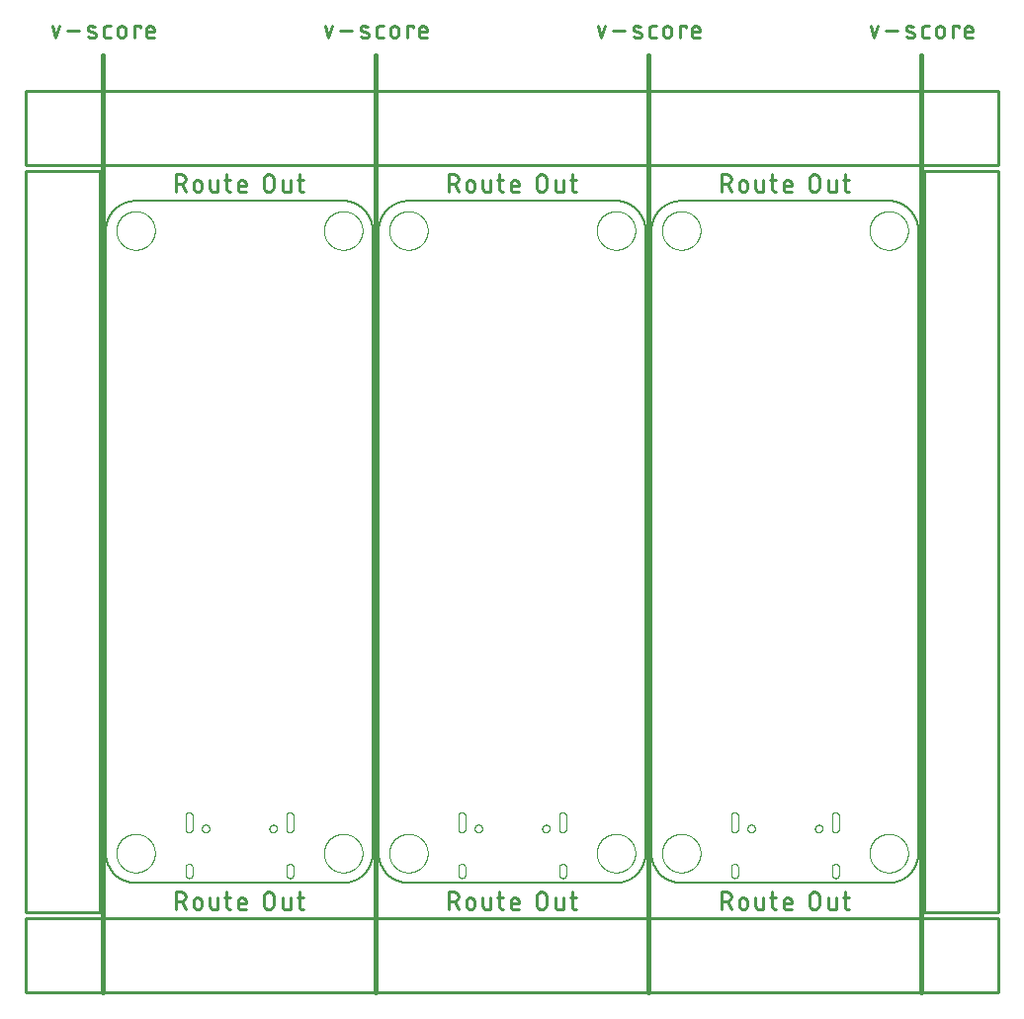
<source format=gko>
G04 EAGLE Gerber RS-274X export*
G75*
%MOMM*%
%FSLAX34Y34*%
%LPD*%
%IN*%
%IPPOS*%
%AMOC8*
5,1,8,0,0,1.08239X$1,22.5*%
G01*
%ADD10C,0.203200*%
%ADD11C,0.279400*%
%ADD12C,0.381000*%
%ADD13C,0.254000*%
%ADD14C,0.000000*%
%ADD15C,0.010000*%


D10*
X228600Y25400D02*
X228600Y558800D01*
X228593Y559414D01*
X228570Y560027D01*
X228533Y560640D01*
X228481Y561251D01*
X228415Y561862D01*
X228333Y562470D01*
X228237Y563076D01*
X228127Y563680D01*
X228002Y564281D01*
X227862Y564879D01*
X227708Y565473D01*
X227539Y566063D01*
X227357Y566649D01*
X227160Y567230D01*
X226949Y567807D01*
X226725Y568378D01*
X226487Y568944D01*
X226235Y569504D01*
X225969Y570057D01*
X225691Y570604D01*
X225399Y571144D01*
X225094Y571677D01*
X224776Y572202D01*
X224446Y572720D01*
X224104Y573229D01*
X223749Y573730D01*
X223382Y574222D01*
X223004Y574705D01*
X222614Y575179D01*
X222212Y575643D01*
X221800Y576098D01*
X221376Y576542D01*
X220942Y576976D01*
X220498Y577400D01*
X220043Y577812D01*
X219579Y578214D01*
X219105Y578604D01*
X218622Y578982D01*
X218130Y579349D01*
X217629Y579704D01*
X217120Y580046D01*
X216602Y580376D01*
X216077Y580694D01*
X215544Y580999D01*
X215004Y581291D01*
X214457Y581569D01*
X213904Y581835D01*
X213344Y582087D01*
X212778Y582325D01*
X212207Y582549D01*
X211630Y582760D01*
X211049Y582957D01*
X210463Y583139D01*
X209873Y583308D01*
X209279Y583462D01*
X208681Y583602D01*
X208080Y583727D01*
X207476Y583837D01*
X206870Y583933D01*
X206262Y584015D01*
X205651Y584081D01*
X205040Y584133D01*
X204427Y584170D01*
X203814Y584193D01*
X203200Y584200D01*
X25400Y584200D01*
X24786Y584193D01*
X24173Y584170D01*
X23560Y584133D01*
X22949Y584081D01*
X22338Y584015D01*
X21730Y583933D01*
X21124Y583837D01*
X20520Y583727D01*
X19919Y583602D01*
X19321Y583462D01*
X18727Y583308D01*
X18137Y583139D01*
X17551Y582957D01*
X16970Y582760D01*
X16393Y582549D01*
X15822Y582325D01*
X15256Y582087D01*
X14696Y581835D01*
X14143Y581569D01*
X13596Y581291D01*
X13056Y580999D01*
X12523Y580694D01*
X11998Y580376D01*
X11480Y580046D01*
X10971Y579704D01*
X10470Y579349D01*
X9978Y578982D01*
X9495Y578604D01*
X9021Y578214D01*
X8557Y577812D01*
X8102Y577400D01*
X7658Y576976D01*
X7224Y576542D01*
X6800Y576098D01*
X6388Y575643D01*
X5986Y575179D01*
X5596Y574705D01*
X5218Y574222D01*
X4851Y573730D01*
X4496Y573229D01*
X4154Y572720D01*
X3824Y572202D01*
X3506Y571677D01*
X3201Y571144D01*
X2909Y570604D01*
X2631Y570057D01*
X2365Y569504D01*
X2113Y568944D01*
X1875Y568378D01*
X1651Y567807D01*
X1440Y567230D01*
X1243Y566649D01*
X1061Y566063D01*
X892Y565473D01*
X738Y564879D01*
X598Y564281D01*
X473Y563680D01*
X363Y563076D01*
X267Y562470D01*
X185Y561862D01*
X119Y561251D01*
X67Y560640D01*
X30Y560027D01*
X7Y559414D01*
X0Y558800D01*
X0Y25400D01*
X7Y24786D01*
X30Y24173D01*
X67Y23560D01*
X119Y22949D01*
X185Y22338D01*
X267Y21730D01*
X363Y21124D01*
X473Y20520D01*
X598Y19919D01*
X738Y19321D01*
X892Y18727D01*
X1061Y18137D01*
X1243Y17551D01*
X1440Y16970D01*
X1651Y16393D01*
X1875Y15822D01*
X2113Y15256D01*
X2365Y14696D01*
X2631Y14143D01*
X2909Y13596D01*
X3201Y13056D01*
X3506Y12523D01*
X3824Y11998D01*
X4154Y11480D01*
X4496Y10971D01*
X4851Y10470D01*
X5218Y9978D01*
X5596Y9495D01*
X5986Y9021D01*
X6388Y8557D01*
X6800Y8102D01*
X7224Y7658D01*
X7658Y7224D01*
X8102Y6800D01*
X8557Y6388D01*
X9021Y5986D01*
X9495Y5596D01*
X9978Y5218D01*
X10470Y4851D01*
X10971Y4496D01*
X11480Y4154D01*
X11998Y3824D01*
X12523Y3506D01*
X13056Y3201D01*
X13596Y2909D01*
X14143Y2631D01*
X14696Y2365D01*
X15256Y2113D01*
X15822Y1875D01*
X16393Y1651D01*
X16970Y1440D01*
X17551Y1243D01*
X18137Y1061D01*
X18727Y892D01*
X19321Y738D01*
X19919Y598D01*
X20520Y473D01*
X21124Y363D01*
X21730Y267D01*
X22338Y185D01*
X22949Y119D01*
X23560Y67D01*
X24173Y30D01*
X24786Y7D01*
X25400Y0D01*
X203200Y0D01*
X203814Y7D01*
X204427Y30D01*
X205040Y67D01*
X205651Y119D01*
X206262Y185D01*
X206870Y267D01*
X207476Y363D01*
X208080Y473D01*
X208681Y598D01*
X209279Y738D01*
X209873Y892D01*
X210463Y1061D01*
X211049Y1243D01*
X211630Y1440D01*
X212207Y1651D01*
X212778Y1875D01*
X213344Y2113D01*
X213904Y2365D01*
X214457Y2631D01*
X215004Y2909D01*
X215544Y3201D01*
X216077Y3506D01*
X216602Y3824D01*
X217120Y4154D01*
X217629Y4496D01*
X218130Y4851D01*
X218622Y5218D01*
X219105Y5596D01*
X219579Y5986D01*
X220043Y6388D01*
X220498Y6800D01*
X220942Y7224D01*
X221376Y7658D01*
X221800Y8102D01*
X222212Y8557D01*
X222614Y9021D01*
X223004Y9495D01*
X223382Y9978D01*
X223749Y10470D01*
X224104Y10971D01*
X224446Y11480D01*
X224776Y11998D01*
X225094Y12523D01*
X225399Y13056D01*
X225691Y13596D01*
X225969Y14143D01*
X226235Y14696D01*
X226487Y15256D01*
X226725Y15822D01*
X226949Y16393D01*
X227160Y16970D01*
X227357Y17551D01*
X227539Y18137D01*
X227708Y18727D01*
X227862Y19321D01*
X228002Y19919D01*
X228127Y20520D01*
X228237Y21124D01*
X228333Y21730D01*
X228415Y22338D01*
X228481Y22949D01*
X228533Y23560D01*
X228570Y24173D01*
X228593Y24786D01*
X228600Y25400D01*
D11*
X59804Y-7747D02*
X59804Y-22733D01*
X59804Y-7747D02*
X63967Y-7747D01*
X64095Y-7749D01*
X64223Y-7755D01*
X64351Y-7765D01*
X64479Y-7779D01*
X64606Y-7796D01*
X64732Y-7818D01*
X64858Y-7843D01*
X64982Y-7873D01*
X65106Y-7906D01*
X65229Y-7943D01*
X65351Y-7984D01*
X65471Y-8028D01*
X65590Y-8076D01*
X65707Y-8128D01*
X65823Y-8183D01*
X65936Y-8242D01*
X66049Y-8305D01*
X66159Y-8371D01*
X66266Y-8440D01*
X66372Y-8512D01*
X66476Y-8588D01*
X66577Y-8667D01*
X66676Y-8749D01*
X66772Y-8834D01*
X66865Y-8921D01*
X66956Y-9012D01*
X67043Y-9105D01*
X67128Y-9201D01*
X67210Y-9300D01*
X67289Y-9401D01*
X67365Y-9505D01*
X67437Y-9611D01*
X67506Y-9718D01*
X67572Y-9829D01*
X67635Y-9941D01*
X67694Y-10054D01*
X67749Y-10170D01*
X67801Y-10287D01*
X67849Y-10406D01*
X67893Y-10526D01*
X67934Y-10648D01*
X67971Y-10771D01*
X68004Y-10895D01*
X68034Y-11019D01*
X68059Y-11145D01*
X68081Y-11271D01*
X68098Y-11398D01*
X68112Y-11526D01*
X68122Y-11654D01*
X68128Y-11782D01*
X68130Y-11910D01*
X68128Y-12038D01*
X68122Y-12166D01*
X68112Y-12294D01*
X68098Y-12422D01*
X68081Y-12549D01*
X68059Y-12675D01*
X68034Y-12801D01*
X68004Y-12925D01*
X67971Y-13049D01*
X67934Y-13172D01*
X67893Y-13294D01*
X67849Y-13414D01*
X67801Y-13533D01*
X67749Y-13650D01*
X67694Y-13766D01*
X67635Y-13879D01*
X67572Y-13992D01*
X67506Y-14102D01*
X67437Y-14209D01*
X67365Y-14315D01*
X67289Y-14419D01*
X67210Y-14520D01*
X67128Y-14619D01*
X67043Y-14715D01*
X66956Y-14808D01*
X66865Y-14899D01*
X66772Y-14986D01*
X66676Y-15071D01*
X66577Y-15153D01*
X66476Y-15232D01*
X66372Y-15308D01*
X66266Y-15380D01*
X66159Y-15449D01*
X66049Y-15515D01*
X65936Y-15578D01*
X65823Y-15637D01*
X65707Y-15692D01*
X65590Y-15744D01*
X65471Y-15792D01*
X65351Y-15836D01*
X65229Y-15877D01*
X65106Y-15914D01*
X64982Y-15947D01*
X64858Y-15977D01*
X64732Y-16002D01*
X64606Y-16024D01*
X64479Y-16041D01*
X64351Y-16055D01*
X64223Y-16065D01*
X64095Y-16071D01*
X63967Y-16073D01*
X59804Y-16073D01*
X64799Y-16073D02*
X68129Y-22733D01*
X75088Y-19403D02*
X75088Y-16073D01*
X75090Y-15959D01*
X75096Y-15846D01*
X75105Y-15732D01*
X75119Y-15620D01*
X75136Y-15507D01*
X75158Y-15395D01*
X75183Y-15285D01*
X75211Y-15175D01*
X75244Y-15066D01*
X75280Y-14958D01*
X75320Y-14851D01*
X75364Y-14746D01*
X75411Y-14643D01*
X75461Y-14541D01*
X75515Y-14441D01*
X75573Y-14343D01*
X75634Y-14247D01*
X75697Y-14153D01*
X75765Y-14061D01*
X75835Y-13971D01*
X75908Y-13885D01*
X75984Y-13800D01*
X76063Y-13718D01*
X76145Y-13639D01*
X76230Y-13563D01*
X76316Y-13490D01*
X76406Y-13420D01*
X76498Y-13352D01*
X76592Y-13289D01*
X76688Y-13228D01*
X76786Y-13170D01*
X76886Y-13116D01*
X76988Y-13066D01*
X77091Y-13019D01*
X77196Y-12975D01*
X77303Y-12935D01*
X77411Y-12899D01*
X77520Y-12866D01*
X77630Y-12838D01*
X77740Y-12813D01*
X77852Y-12791D01*
X77965Y-12774D01*
X78077Y-12760D01*
X78191Y-12751D01*
X78304Y-12745D01*
X78418Y-12743D01*
X78532Y-12745D01*
X78645Y-12751D01*
X78759Y-12760D01*
X78871Y-12774D01*
X78984Y-12791D01*
X79096Y-12813D01*
X79206Y-12838D01*
X79316Y-12866D01*
X79425Y-12899D01*
X79533Y-12935D01*
X79640Y-12975D01*
X79745Y-13019D01*
X79848Y-13066D01*
X79950Y-13116D01*
X80050Y-13170D01*
X80148Y-13228D01*
X80244Y-13289D01*
X80338Y-13352D01*
X80430Y-13420D01*
X80520Y-13490D01*
X80606Y-13563D01*
X80691Y-13639D01*
X80773Y-13718D01*
X80852Y-13800D01*
X80928Y-13885D01*
X81001Y-13971D01*
X81071Y-14061D01*
X81139Y-14153D01*
X81202Y-14247D01*
X81263Y-14343D01*
X81321Y-14441D01*
X81375Y-14541D01*
X81425Y-14643D01*
X81472Y-14746D01*
X81516Y-14851D01*
X81556Y-14958D01*
X81592Y-15066D01*
X81625Y-15175D01*
X81653Y-15285D01*
X81678Y-15395D01*
X81700Y-15507D01*
X81717Y-15620D01*
X81731Y-15732D01*
X81740Y-15846D01*
X81746Y-15959D01*
X81748Y-16073D01*
X81748Y-19403D01*
X81746Y-19517D01*
X81740Y-19630D01*
X81731Y-19744D01*
X81717Y-19856D01*
X81700Y-19969D01*
X81678Y-20081D01*
X81653Y-20191D01*
X81625Y-20301D01*
X81592Y-20410D01*
X81556Y-20518D01*
X81516Y-20625D01*
X81472Y-20730D01*
X81425Y-20833D01*
X81375Y-20935D01*
X81321Y-21035D01*
X81263Y-21133D01*
X81202Y-21229D01*
X81139Y-21323D01*
X81071Y-21415D01*
X81001Y-21505D01*
X80928Y-21591D01*
X80852Y-21676D01*
X80773Y-21758D01*
X80691Y-21837D01*
X80606Y-21913D01*
X80520Y-21986D01*
X80430Y-22056D01*
X80338Y-22124D01*
X80244Y-22187D01*
X80148Y-22248D01*
X80050Y-22306D01*
X79950Y-22360D01*
X79848Y-22410D01*
X79745Y-22457D01*
X79640Y-22501D01*
X79533Y-22541D01*
X79425Y-22577D01*
X79316Y-22610D01*
X79206Y-22638D01*
X79096Y-22663D01*
X78984Y-22685D01*
X78871Y-22702D01*
X78759Y-22716D01*
X78645Y-22725D01*
X78532Y-22731D01*
X78418Y-22733D01*
X78304Y-22731D01*
X78191Y-22725D01*
X78077Y-22716D01*
X77965Y-22702D01*
X77852Y-22685D01*
X77740Y-22663D01*
X77630Y-22638D01*
X77520Y-22610D01*
X77411Y-22577D01*
X77303Y-22541D01*
X77196Y-22501D01*
X77091Y-22457D01*
X76988Y-22410D01*
X76886Y-22360D01*
X76786Y-22306D01*
X76688Y-22248D01*
X76592Y-22187D01*
X76498Y-22124D01*
X76406Y-22056D01*
X76316Y-21986D01*
X76230Y-21913D01*
X76145Y-21837D01*
X76063Y-21758D01*
X75984Y-21676D01*
X75908Y-21591D01*
X75835Y-21505D01*
X75765Y-21415D01*
X75697Y-21323D01*
X75634Y-21229D01*
X75573Y-21133D01*
X75515Y-21035D01*
X75461Y-20935D01*
X75411Y-20833D01*
X75364Y-20730D01*
X75320Y-20625D01*
X75280Y-20518D01*
X75244Y-20410D01*
X75211Y-20301D01*
X75183Y-20191D01*
X75158Y-20081D01*
X75136Y-19969D01*
X75119Y-19856D01*
X75105Y-19744D01*
X75096Y-19630D01*
X75090Y-19517D01*
X75088Y-19403D01*
X89156Y-20235D02*
X89156Y-12742D01*
X89155Y-20235D02*
X89157Y-20333D01*
X89163Y-20431D01*
X89172Y-20529D01*
X89186Y-20626D01*
X89203Y-20722D01*
X89224Y-20818D01*
X89249Y-20913D01*
X89277Y-21007D01*
X89309Y-21100D01*
X89345Y-21191D01*
X89384Y-21281D01*
X89427Y-21369D01*
X89474Y-21456D01*
X89523Y-21540D01*
X89576Y-21623D01*
X89632Y-21703D01*
X89691Y-21782D01*
X89754Y-21857D01*
X89819Y-21931D01*
X89887Y-22001D01*
X89957Y-22069D01*
X90031Y-22135D01*
X90107Y-22197D01*
X90185Y-22256D01*
X90265Y-22312D01*
X90348Y-22365D01*
X90432Y-22415D01*
X90519Y-22461D01*
X90607Y-22504D01*
X90697Y-22543D01*
X90788Y-22579D01*
X90881Y-22611D01*
X90975Y-22639D01*
X91070Y-22664D01*
X91166Y-22685D01*
X91262Y-22702D01*
X91359Y-22716D01*
X91457Y-22725D01*
X91555Y-22731D01*
X91653Y-22733D01*
X95816Y-22733D01*
X95816Y-12742D01*
X101797Y-12742D02*
X106792Y-12742D01*
X103462Y-7747D02*
X103462Y-20235D01*
X103464Y-20333D01*
X103470Y-20431D01*
X103479Y-20529D01*
X103493Y-20626D01*
X103510Y-20722D01*
X103531Y-20818D01*
X103556Y-20913D01*
X103584Y-21007D01*
X103616Y-21100D01*
X103652Y-21191D01*
X103691Y-21281D01*
X103734Y-21369D01*
X103781Y-21456D01*
X103830Y-21540D01*
X103883Y-21623D01*
X103939Y-21703D01*
X103998Y-21782D01*
X104061Y-21857D01*
X104126Y-21931D01*
X104194Y-22001D01*
X104264Y-22069D01*
X104338Y-22135D01*
X104414Y-22197D01*
X104492Y-22256D01*
X104572Y-22312D01*
X104655Y-22365D01*
X104739Y-22415D01*
X104826Y-22461D01*
X104914Y-22504D01*
X105004Y-22543D01*
X105095Y-22579D01*
X105188Y-22611D01*
X105282Y-22639D01*
X105377Y-22664D01*
X105473Y-22685D01*
X105569Y-22702D01*
X105666Y-22716D01*
X105764Y-22725D01*
X105862Y-22731D01*
X105960Y-22733D01*
X106792Y-22733D01*
X115621Y-22733D02*
X119784Y-22733D01*
X115621Y-22733D02*
X115523Y-22731D01*
X115425Y-22725D01*
X115327Y-22716D01*
X115230Y-22702D01*
X115134Y-22685D01*
X115038Y-22664D01*
X114943Y-22639D01*
X114849Y-22611D01*
X114756Y-22579D01*
X114665Y-22543D01*
X114575Y-22504D01*
X114487Y-22461D01*
X114400Y-22414D01*
X114316Y-22365D01*
X114233Y-22312D01*
X114153Y-22256D01*
X114075Y-22197D01*
X113999Y-22135D01*
X113925Y-22069D01*
X113855Y-22001D01*
X113787Y-21931D01*
X113722Y-21857D01*
X113659Y-21782D01*
X113600Y-21703D01*
X113544Y-21623D01*
X113491Y-21540D01*
X113442Y-21456D01*
X113395Y-21369D01*
X113352Y-21281D01*
X113313Y-21191D01*
X113277Y-21100D01*
X113245Y-21007D01*
X113217Y-20913D01*
X113192Y-20818D01*
X113171Y-20722D01*
X113154Y-20626D01*
X113140Y-20529D01*
X113131Y-20431D01*
X113125Y-20333D01*
X113123Y-20235D01*
X113124Y-20235D02*
X113124Y-16073D01*
X113126Y-15959D01*
X113132Y-15846D01*
X113141Y-15732D01*
X113155Y-15620D01*
X113172Y-15507D01*
X113194Y-15395D01*
X113219Y-15285D01*
X113247Y-15175D01*
X113280Y-15066D01*
X113316Y-14958D01*
X113356Y-14851D01*
X113400Y-14746D01*
X113447Y-14643D01*
X113497Y-14541D01*
X113551Y-14441D01*
X113609Y-14343D01*
X113670Y-14247D01*
X113733Y-14153D01*
X113801Y-14061D01*
X113871Y-13971D01*
X113944Y-13885D01*
X114020Y-13800D01*
X114099Y-13718D01*
X114181Y-13639D01*
X114266Y-13563D01*
X114352Y-13490D01*
X114442Y-13420D01*
X114534Y-13352D01*
X114628Y-13289D01*
X114724Y-13228D01*
X114822Y-13170D01*
X114922Y-13116D01*
X115024Y-13066D01*
X115127Y-13019D01*
X115232Y-12975D01*
X115339Y-12935D01*
X115447Y-12899D01*
X115556Y-12866D01*
X115666Y-12838D01*
X115776Y-12813D01*
X115888Y-12791D01*
X116001Y-12774D01*
X116113Y-12760D01*
X116227Y-12751D01*
X116340Y-12745D01*
X116454Y-12743D01*
X116568Y-12745D01*
X116681Y-12751D01*
X116795Y-12760D01*
X116907Y-12774D01*
X117020Y-12791D01*
X117132Y-12813D01*
X117242Y-12838D01*
X117352Y-12866D01*
X117461Y-12899D01*
X117569Y-12935D01*
X117676Y-12975D01*
X117781Y-13019D01*
X117884Y-13066D01*
X117986Y-13116D01*
X118086Y-13170D01*
X118184Y-13228D01*
X118280Y-13289D01*
X118374Y-13352D01*
X118466Y-13420D01*
X118556Y-13490D01*
X118642Y-13563D01*
X118727Y-13639D01*
X118809Y-13718D01*
X118888Y-13800D01*
X118964Y-13885D01*
X119037Y-13971D01*
X119107Y-14061D01*
X119175Y-14153D01*
X119238Y-14247D01*
X119299Y-14343D01*
X119357Y-14441D01*
X119411Y-14541D01*
X119461Y-14643D01*
X119508Y-14746D01*
X119552Y-14851D01*
X119592Y-14958D01*
X119628Y-15066D01*
X119661Y-15175D01*
X119689Y-15285D01*
X119714Y-15395D01*
X119736Y-15507D01*
X119753Y-15620D01*
X119767Y-15732D01*
X119776Y-15846D01*
X119782Y-15959D01*
X119784Y-16073D01*
X119784Y-17738D01*
X113124Y-17738D01*
X135217Y-18570D02*
X135217Y-11910D01*
X135219Y-11782D01*
X135225Y-11654D01*
X135235Y-11526D01*
X135249Y-11398D01*
X135266Y-11271D01*
X135288Y-11145D01*
X135313Y-11019D01*
X135343Y-10895D01*
X135376Y-10771D01*
X135413Y-10648D01*
X135454Y-10526D01*
X135498Y-10406D01*
X135546Y-10287D01*
X135598Y-10170D01*
X135653Y-10054D01*
X135712Y-9941D01*
X135775Y-9828D01*
X135841Y-9718D01*
X135910Y-9611D01*
X135982Y-9505D01*
X136058Y-9401D01*
X136137Y-9300D01*
X136219Y-9201D01*
X136304Y-9105D01*
X136391Y-9012D01*
X136482Y-8921D01*
X136575Y-8834D01*
X136671Y-8749D01*
X136770Y-8667D01*
X136871Y-8588D01*
X136975Y-8512D01*
X137081Y-8440D01*
X137188Y-8371D01*
X137299Y-8305D01*
X137411Y-8242D01*
X137524Y-8183D01*
X137640Y-8128D01*
X137757Y-8076D01*
X137876Y-8028D01*
X137996Y-7984D01*
X138118Y-7943D01*
X138241Y-7906D01*
X138365Y-7873D01*
X138489Y-7843D01*
X138615Y-7818D01*
X138741Y-7796D01*
X138868Y-7779D01*
X138996Y-7765D01*
X139124Y-7755D01*
X139252Y-7749D01*
X139380Y-7747D01*
X139508Y-7749D01*
X139636Y-7755D01*
X139764Y-7765D01*
X139892Y-7779D01*
X140019Y-7796D01*
X140145Y-7818D01*
X140271Y-7843D01*
X140395Y-7873D01*
X140519Y-7906D01*
X140642Y-7943D01*
X140764Y-7984D01*
X140884Y-8028D01*
X141003Y-8076D01*
X141120Y-8128D01*
X141236Y-8183D01*
X141349Y-8242D01*
X141462Y-8305D01*
X141572Y-8371D01*
X141679Y-8440D01*
X141785Y-8512D01*
X141889Y-8588D01*
X141990Y-8667D01*
X142089Y-8749D01*
X142185Y-8834D01*
X142278Y-8921D01*
X142369Y-9012D01*
X142456Y-9105D01*
X142541Y-9201D01*
X142623Y-9300D01*
X142702Y-9401D01*
X142778Y-9505D01*
X142850Y-9611D01*
X142919Y-9718D01*
X142985Y-9829D01*
X143048Y-9941D01*
X143107Y-10054D01*
X143162Y-10170D01*
X143214Y-10287D01*
X143262Y-10406D01*
X143306Y-10526D01*
X143347Y-10648D01*
X143384Y-10771D01*
X143417Y-10895D01*
X143447Y-11019D01*
X143472Y-11145D01*
X143494Y-11271D01*
X143511Y-11398D01*
X143525Y-11526D01*
X143535Y-11654D01*
X143541Y-11782D01*
X143543Y-11910D01*
X143542Y-11910D02*
X143542Y-18570D01*
X143543Y-18570D02*
X143541Y-18698D01*
X143535Y-18826D01*
X143525Y-18954D01*
X143511Y-19082D01*
X143494Y-19209D01*
X143472Y-19335D01*
X143447Y-19461D01*
X143417Y-19585D01*
X143384Y-19709D01*
X143347Y-19832D01*
X143306Y-19954D01*
X143262Y-20074D01*
X143214Y-20193D01*
X143162Y-20310D01*
X143107Y-20426D01*
X143048Y-20539D01*
X142985Y-20652D01*
X142919Y-20762D01*
X142850Y-20869D01*
X142778Y-20975D01*
X142702Y-21079D01*
X142623Y-21180D01*
X142541Y-21279D01*
X142456Y-21375D01*
X142369Y-21468D01*
X142278Y-21559D01*
X142185Y-21646D01*
X142089Y-21731D01*
X141990Y-21813D01*
X141889Y-21892D01*
X141785Y-21968D01*
X141679Y-22040D01*
X141572Y-22109D01*
X141461Y-22175D01*
X141349Y-22238D01*
X141236Y-22297D01*
X141120Y-22352D01*
X141003Y-22404D01*
X140884Y-22452D01*
X140764Y-22496D01*
X140642Y-22537D01*
X140519Y-22574D01*
X140395Y-22607D01*
X140271Y-22637D01*
X140145Y-22662D01*
X140019Y-22684D01*
X139892Y-22701D01*
X139764Y-22715D01*
X139636Y-22725D01*
X139508Y-22731D01*
X139380Y-22733D01*
X139252Y-22731D01*
X139124Y-22725D01*
X138996Y-22715D01*
X138868Y-22701D01*
X138741Y-22684D01*
X138615Y-22662D01*
X138489Y-22637D01*
X138365Y-22607D01*
X138241Y-22574D01*
X138118Y-22537D01*
X137996Y-22496D01*
X137876Y-22452D01*
X137757Y-22404D01*
X137640Y-22352D01*
X137524Y-22297D01*
X137411Y-22238D01*
X137299Y-22175D01*
X137188Y-22109D01*
X137081Y-22040D01*
X136975Y-21968D01*
X136871Y-21892D01*
X136770Y-21813D01*
X136671Y-21731D01*
X136575Y-21646D01*
X136482Y-21559D01*
X136391Y-21468D01*
X136304Y-21375D01*
X136219Y-21279D01*
X136137Y-21180D01*
X136058Y-21079D01*
X135982Y-20975D01*
X135910Y-20869D01*
X135841Y-20762D01*
X135775Y-20651D01*
X135712Y-20539D01*
X135653Y-20426D01*
X135598Y-20310D01*
X135546Y-20193D01*
X135498Y-20074D01*
X135454Y-19954D01*
X135413Y-19832D01*
X135376Y-19709D01*
X135343Y-19585D01*
X135313Y-19461D01*
X135288Y-19335D01*
X135266Y-19209D01*
X135249Y-19082D01*
X135235Y-18954D01*
X135225Y-18826D01*
X135219Y-18698D01*
X135217Y-18570D01*
X151159Y-20235D02*
X151159Y-12742D01*
X151159Y-20235D02*
X151161Y-20333D01*
X151167Y-20431D01*
X151176Y-20529D01*
X151190Y-20626D01*
X151207Y-20722D01*
X151228Y-20818D01*
X151253Y-20913D01*
X151281Y-21007D01*
X151313Y-21100D01*
X151349Y-21191D01*
X151388Y-21281D01*
X151431Y-21369D01*
X151478Y-21456D01*
X151527Y-21540D01*
X151580Y-21623D01*
X151636Y-21703D01*
X151695Y-21782D01*
X151758Y-21857D01*
X151823Y-21931D01*
X151891Y-22001D01*
X151961Y-22069D01*
X152035Y-22135D01*
X152111Y-22197D01*
X152189Y-22256D01*
X152269Y-22312D01*
X152352Y-22365D01*
X152436Y-22415D01*
X152523Y-22461D01*
X152611Y-22504D01*
X152701Y-22543D01*
X152792Y-22579D01*
X152885Y-22611D01*
X152979Y-22639D01*
X153074Y-22664D01*
X153170Y-22685D01*
X153266Y-22702D01*
X153363Y-22716D01*
X153461Y-22725D01*
X153559Y-22731D01*
X153657Y-22733D01*
X157820Y-22733D01*
X157820Y-12742D01*
X163801Y-12742D02*
X168796Y-12742D01*
X165466Y-7747D02*
X165466Y-20235D01*
X165465Y-20235D02*
X165467Y-20333D01*
X165473Y-20431D01*
X165482Y-20529D01*
X165496Y-20626D01*
X165513Y-20722D01*
X165534Y-20818D01*
X165559Y-20913D01*
X165587Y-21007D01*
X165619Y-21100D01*
X165655Y-21191D01*
X165694Y-21281D01*
X165737Y-21369D01*
X165784Y-21456D01*
X165833Y-21540D01*
X165886Y-21623D01*
X165942Y-21703D01*
X166001Y-21782D01*
X166064Y-21857D01*
X166129Y-21931D01*
X166197Y-22001D01*
X166267Y-22069D01*
X166341Y-22135D01*
X166417Y-22197D01*
X166495Y-22256D01*
X166575Y-22312D01*
X166658Y-22365D01*
X166742Y-22415D01*
X166829Y-22461D01*
X166917Y-22504D01*
X167007Y-22543D01*
X167098Y-22579D01*
X167191Y-22611D01*
X167285Y-22639D01*
X167380Y-22664D01*
X167476Y-22685D01*
X167572Y-22702D01*
X167669Y-22716D01*
X167767Y-22725D01*
X167865Y-22731D01*
X167963Y-22733D01*
X167964Y-22733D02*
X168796Y-22733D01*
X59804Y591947D02*
X59804Y606933D01*
X63967Y606933D01*
X64095Y606931D01*
X64223Y606925D01*
X64351Y606915D01*
X64479Y606901D01*
X64606Y606884D01*
X64732Y606862D01*
X64858Y606837D01*
X64982Y606807D01*
X65106Y606774D01*
X65229Y606737D01*
X65351Y606696D01*
X65471Y606652D01*
X65590Y606604D01*
X65707Y606552D01*
X65823Y606497D01*
X65936Y606438D01*
X66049Y606375D01*
X66159Y606309D01*
X66266Y606240D01*
X66372Y606168D01*
X66476Y606092D01*
X66577Y606013D01*
X66676Y605931D01*
X66772Y605846D01*
X66865Y605759D01*
X66956Y605668D01*
X67043Y605575D01*
X67128Y605479D01*
X67210Y605380D01*
X67289Y605279D01*
X67365Y605175D01*
X67437Y605069D01*
X67506Y604962D01*
X67572Y604852D01*
X67635Y604739D01*
X67694Y604626D01*
X67749Y604510D01*
X67801Y604393D01*
X67849Y604274D01*
X67893Y604154D01*
X67934Y604032D01*
X67971Y603909D01*
X68004Y603785D01*
X68034Y603661D01*
X68059Y603535D01*
X68081Y603409D01*
X68098Y603282D01*
X68112Y603154D01*
X68122Y603026D01*
X68128Y602898D01*
X68130Y602770D01*
X68128Y602642D01*
X68122Y602514D01*
X68112Y602386D01*
X68098Y602258D01*
X68081Y602131D01*
X68059Y602005D01*
X68034Y601879D01*
X68004Y601755D01*
X67971Y601631D01*
X67934Y601508D01*
X67893Y601386D01*
X67849Y601266D01*
X67801Y601147D01*
X67749Y601030D01*
X67694Y600914D01*
X67635Y600801D01*
X67572Y600689D01*
X67506Y600578D01*
X67437Y600471D01*
X67365Y600365D01*
X67289Y600261D01*
X67210Y600160D01*
X67128Y600061D01*
X67043Y599965D01*
X66956Y599872D01*
X66865Y599781D01*
X66772Y599694D01*
X66676Y599609D01*
X66577Y599527D01*
X66476Y599448D01*
X66372Y599372D01*
X66266Y599300D01*
X66159Y599231D01*
X66049Y599165D01*
X65936Y599102D01*
X65823Y599043D01*
X65707Y598988D01*
X65590Y598936D01*
X65471Y598888D01*
X65351Y598844D01*
X65229Y598803D01*
X65106Y598766D01*
X64982Y598733D01*
X64858Y598703D01*
X64732Y598678D01*
X64606Y598656D01*
X64479Y598639D01*
X64351Y598625D01*
X64223Y598615D01*
X64095Y598609D01*
X63967Y598607D01*
X59804Y598607D01*
X64799Y598607D02*
X68129Y591947D01*
X75088Y595277D02*
X75088Y598607D01*
X75090Y598721D01*
X75096Y598834D01*
X75105Y598948D01*
X75119Y599060D01*
X75136Y599173D01*
X75158Y599285D01*
X75183Y599395D01*
X75211Y599505D01*
X75244Y599614D01*
X75280Y599722D01*
X75320Y599829D01*
X75364Y599934D01*
X75411Y600037D01*
X75461Y600139D01*
X75515Y600239D01*
X75573Y600337D01*
X75634Y600433D01*
X75697Y600527D01*
X75765Y600619D01*
X75835Y600709D01*
X75908Y600795D01*
X75984Y600880D01*
X76063Y600962D01*
X76145Y601041D01*
X76230Y601117D01*
X76316Y601190D01*
X76406Y601260D01*
X76498Y601328D01*
X76592Y601391D01*
X76688Y601452D01*
X76786Y601510D01*
X76886Y601564D01*
X76988Y601614D01*
X77091Y601661D01*
X77196Y601705D01*
X77303Y601745D01*
X77411Y601781D01*
X77520Y601814D01*
X77630Y601842D01*
X77740Y601867D01*
X77852Y601889D01*
X77965Y601906D01*
X78077Y601920D01*
X78191Y601929D01*
X78304Y601935D01*
X78418Y601937D01*
X78532Y601935D01*
X78645Y601929D01*
X78759Y601920D01*
X78871Y601906D01*
X78984Y601889D01*
X79096Y601867D01*
X79206Y601842D01*
X79316Y601814D01*
X79425Y601781D01*
X79533Y601745D01*
X79640Y601705D01*
X79745Y601661D01*
X79848Y601614D01*
X79950Y601564D01*
X80050Y601510D01*
X80148Y601452D01*
X80244Y601391D01*
X80338Y601328D01*
X80430Y601260D01*
X80520Y601190D01*
X80606Y601117D01*
X80691Y601041D01*
X80773Y600962D01*
X80852Y600880D01*
X80928Y600795D01*
X81001Y600709D01*
X81071Y600619D01*
X81139Y600527D01*
X81202Y600433D01*
X81263Y600337D01*
X81321Y600239D01*
X81375Y600139D01*
X81425Y600037D01*
X81472Y599934D01*
X81516Y599829D01*
X81556Y599722D01*
X81592Y599614D01*
X81625Y599505D01*
X81653Y599395D01*
X81678Y599285D01*
X81700Y599173D01*
X81717Y599060D01*
X81731Y598948D01*
X81740Y598834D01*
X81746Y598721D01*
X81748Y598607D01*
X81748Y595277D01*
X81746Y595163D01*
X81740Y595050D01*
X81731Y594936D01*
X81717Y594824D01*
X81700Y594711D01*
X81678Y594599D01*
X81653Y594489D01*
X81625Y594379D01*
X81592Y594270D01*
X81556Y594162D01*
X81516Y594055D01*
X81472Y593950D01*
X81425Y593847D01*
X81375Y593745D01*
X81321Y593645D01*
X81263Y593547D01*
X81202Y593451D01*
X81139Y593357D01*
X81071Y593265D01*
X81001Y593175D01*
X80928Y593089D01*
X80852Y593004D01*
X80773Y592922D01*
X80691Y592843D01*
X80606Y592767D01*
X80520Y592694D01*
X80430Y592624D01*
X80338Y592556D01*
X80244Y592493D01*
X80148Y592432D01*
X80050Y592374D01*
X79950Y592320D01*
X79848Y592270D01*
X79745Y592223D01*
X79640Y592179D01*
X79533Y592139D01*
X79425Y592103D01*
X79316Y592070D01*
X79206Y592042D01*
X79096Y592017D01*
X78984Y591995D01*
X78871Y591978D01*
X78759Y591964D01*
X78645Y591955D01*
X78532Y591949D01*
X78418Y591947D01*
X78304Y591949D01*
X78191Y591955D01*
X78077Y591964D01*
X77965Y591978D01*
X77852Y591995D01*
X77740Y592017D01*
X77630Y592042D01*
X77520Y592070D01*
X77411Y592103D01*
X77303Y592139D01*
X77196Y592179D01*
X77091Y592223D01*
X76988Y592270D01*
X76886Y592320D01*
X76786Y592374D01*
X76688Y592432D01*
X76592Y592493D01*
X76498Y592556D01*
X76406Y592624D01*
X76316Y592694D01*
X76230Y592767D01*
X76145Y592843D01*
X76063Y592922D01*
X75984Y593004D01*
X75908Y593089D01*
X75835Y593175D01*
X75765Y593265D01*
X75697Y593357D01*
X75634Y593451D01*
X75573Y593547D01*
X75515Y593645D01*
X75461Y593745D01*
X75411Y593847D01*
X75364Y593950D01*
X75320Y594055D01*
X75280Y594162D01*
X75244Y594270D01*
X75211Y594379D01*
X75183Y594489D01*
X75158Y594599D01*
X75136Y594711D01*
X75119Y594824D01*
X75105Y594936D01*
X75096Y595050D01*
X75090Y595163D01*
X75088Y595277D01*
X89156Y594445D02*
X89156Y601938D01*
X89155Y594445D02*
X89157Y594347D01*
X89163Y594249D01*
X89172Y594151D01*
X89186Y594054D01*
X89203Y593958D01*
X89224Y593862D01*
X89249Y593767D01*
X89277Y593673D01*
X89309Y593580D01*
X89345Y593489D01*
X89384Y593399D01*
X89427Y593311D01*
X89474Y593224D01*
X89523Y593140D01*
X89576Y593057D01*
X89632Y592977D01*
X89691Y592899D01*
X89754Y592823D01*
X89819Y592749D01*
X89887Y592679D01*
X89957Y592611D01*
X90031Y592546D01*
X90107Y592483D01*
X90185Y592424D01*
X90265Y592368D01*
X90348Y592315D01*
X90432Y592266D01*
X90519Y592219D01*
X90607Y592176D01*
X90697Y592137D01*
X90788Y592101D01*
X90881Y592069D01*
X90975Y592041D01*
X91070Y592016D01*
X91166Y591995D01*
X91262Y591978D01*
X91359Y591964D01*
X91457Y591955D01*
X91555Y591949D01*
X91653Y591947D01*
X95816Y591947D01*
X95816Y601938D01*
X101797Y601938D02*
X106792Y601938D01*
X103462Y606933D02*
X103462Y594445D01*
X103464Y594347D01*
X103470Y594249D01*
X103479Y594151D01*
X103493Y594054D01*
X103510Y593958D01*
X103531Y593862D01*
X103556Y593767D01*
X103584Y593673D01*
X103616Y593580D01*
X103652Y593489D01*
X103691Y593399D01*
X103734Y593311D01*
X103781Y593224D01*
X103830Y593140D01*
X103883Y593057D01*
X103939Y592977D01*
X103998Y592899D01*
X104061Y592823D01*
X104126Y592749D01*
X104194Y592679D01*
X104264Y592611D01*
X104338Y592546D01*
X104414Y592483D01*
X104492Y592424D01*
X104572Y592368D01*
X104655Y592315D01*
X104739Y592266D01*
X104826Y592219D01*
X104914Y592176D01*
X105004Y592137D01*
X105095Y592101D01*
X105188Y592069D01*
X105282Y592041D01*
X105377Y592016D01*
X105473Y591995D01*
X105569Y591978D01*
X105666Y591964D01*
X105764Y591955D01*
X105862Y591949D01*
X105960Y591947D01*
X106792Y591947D01*
X115621Y591947D02*
X119784Y591947D01*
X115621Y591947D02*
X115523Y591949D01*
X115425Y591955D01*
X115327Y591964D01*
X115230Y591978D01*
X115134Y591995D01*
X115038Y592016D01*
X114943Y592041D01*
X114849Y592069D01*
X114756Y592101D01*
X114665Y592137D01*
X114575Y592176D01*
X114487Y592219D01*
X114400Y592266D01*
X114316Y592315D01*
X114233Y592368D01*
X114153Y592424D01*
X114075Y592483D01*
X113999Y592546D01*
X113925Y592611D01*
X113855Y592679D01*
X113787Y592749D01*
X113722Y592823D01*
X113659Y592899D01*
X113600Y592977D01*
X113544Y593057D01*
X113491Y593140D01*
X113442Y593224D01*
X113395Y593311D01*
X113352Y593399D01*
X113313Y593489D01*
X113277Y593580D01*
X113245Y593673D01*
X113217Y593767D01*
X113192Y593862D01*
X113171Y593958D01*
X113154Y594054D01*
X113140Y594151D01*
X113131Y594249D01*
X113125Y594347D01*
X113123Y594445D01*
X113124Y594445D02*
X113124Y598607D01*
X113126Y598721D01*
X113132Y598834D01*
X113141Y598948D01*
X113155Y599060D01*
X113172Y599173D01*
X113194Y599285D01*
X113219Y599395D01*
X113247Y599505D01*
X113280Y599614D01*
X113316Y599722D01*
X113356Y599829D01*
X113400Y599934D01*
X113447Y600037D01*
X113497Y600139D01*
X113551Y600239D01*
X113609Y600337D01*
X113670Y600433D01*
X113733Y600527D01*
X113801Y600619D01*
X113871Y600709D01*
X113944Y600795D01*
X114020Y600880D01*
X114099Y600962D01*
X114181Y601041D01*
X114266Y601117D01*
X114352Y601190D01*
X114442Y601260D01*
X114534Y601328D01*
X114628Y601391D01*
X114724Y601452D01*
X114822Y601510D01*
X114922Y601564D01*
X115024Y601614D01*
X115127Y601661D01*
X115232Y601705D01*
X115339Y601745D01*
X115447Y601781D01*
X115556Y601814D01*
X115666Y601842D01*
X115776Y601867D01*
X115888Y601889D01*
X116001Y601906D01*
X116113Y601920D01*
X116227Y601929D01*
X116340Y601935D01*
X116454Y601937D01*
X116568Y601935D01*
X116681Y601929D01*
X116795Y601920D01*
X116907Y601906D01*
X117020Y601889D01*
X117132Y601867D01*
X117242Y601842D01*
X117352Y601814D01*
X117461Y601781D01*
X117569Y601745D01*
X117676Y601705D01*
X117781Y601661D01*
X117884Y601614D01*
X117986Y601564D01*
X118086Y601510D01*
X118184Y601452D01*
X118280Y601391D01*
X118374Y601328D01*
X118466Y601260D01*
X118556Y601190D01*
X118642Y601117D01*
X118727Y601041D01*
X118809Y600962D01*
X118888Y600880D01*
X118964Y600795D01*
X119037Y600709D01*
X119107Y600619D01*
X119175Y600527D01*
X119238Y600433D01*
X119299Y600337D01*
X119357Y600239D01*
X119411Y600139D01*
X119461Y600037D01*
X119508Y599934D01*
X119552Y599829D01*
X119592Y599722D01*
X119628Y599614D01*
X119661Y599505D01*
X119689Y599395D01*
X119714Y599285D01*
X119736Y599173D01*
X119753Y599060D01*
X119767Y598948D01*
X119776Y598834D01*
X119782Y598721D01*
X119784Y598607D01*
X119784Y596942D01*
X113124Y596942D01*
X135217Y596110D02*
X135217Y602770D01*
X135219Y602898D01*
X135225Y603026D01*
X135235Y603154D01*
X135249Y603282D01*
X135266Y603409D01*
X135288Y603535D01*
X135313Y603661D01*
X135343Y603785D01*
X135376Y603909D01*
X135413Y604032D01*
X135454Y604154D01*
X135498Y604274D01*
X135546Y604393D01*
X135598Y604510D01*
X135653Y604626D01*
X135712Y604739D01*
X135775Y604852D01*
X135841Y604962D01*
X135910Y605069D01*
X135982Y605175D01*
X136058Y605279D01*
X136137Y605380D01*
X136219Y605479D01*
X136304Y605575D01*
X136391Y605668D01*
X136482Y605759D01*
X136575Y605846D01*
X136671Y605931D01*
X136770Y606013D01*
X136871Y606092D01*
X136975Y606168D01*
X137081Y606240D01*
X137188Y606309D01*
X137299Y606375D01*
X137411Y606438D01*
X137524Y606497D01*
X137640Y606552D01*
X137757Y606604D01*
X137876Y606652D01*
X137996Y606696D01*
X138118Y606737D01*
X138241Y606774D01*
X138365Y606807D01*
X138489Y606837D01*
X138615Y606862D01*
X138741Y606884D01*
X138868Y606901D01*
X138996Y606915D01*
X139124Y606925D01*
X139252Y606931D01*
X139380Y606933D01*
X139508Y606931D01*
X139636Y606925D01*
X139764Y606915D01*
X139892Y606901D01*
X140019Y606884D01*
X140145Y606862D01*
X140271Y606837D01*
X140395Y606807D01*
X140519Y606774D01*
X140642Y606737D01*
X140764Y606696D01*
X140884Y606652D01*
X141003Y606604D01*
X141120Y606552D01*
X141236Y606497D01*
X141349Y606438D01*
X141462Y606375D01*
X141572Y606309D01*
X141679Y606240D01*
X141785Y606168D01*
X141889Y606092D01*
X141990Y606013D01*
X142089Y605931D01*
X142185Y605846D01*
X142278Y605759D01*
X142369Y605668D01*
X142456Y605575D01*
X142541Y605479D01*
X142623Y605380D01*
X142702Y605279D01*
X142778Y605175D01*
X142850Y605069D01*
X142919Y604962D01*
X142985Y604852D01*
X143048Y604739D01*
X143107Y604626D01*
X143162Y604510D01*
X143214Y604393D01*
X143262Y604274D01*
X143306Y604154D01*
X143347Y604032D01*
X143384Y603909D01*
X143417Y603785D01*
X143447Y603661D01*
X143472Y603535D01*
X143494Y603409D01*
X143511Y603282D01*
X143525Y603154D01*
X143535Y603026D01*
X143541Y602898D01*
X143543Y602770D01*
X143542Y602770D02*
X143542Y596110D01*
X143543Y596110D02*
X143541Y595982D01*
X143535Y595854D01*
X143525Y595726D01*
X143511Y595598D01*
X143494Y595471D01*
X143472Y595345D01*
X143447Y595219D01*
X143417Y595095D01*
X143384Y594971D01*
X143347Y594848D01*
X143306Y594726D01*
X143262Y594606D01*
X143214Y594487D01*
X143162Y594370D01*
X143107Y594254D01*
X143048Y594141D01*
X142985Y594029D01*
X142919Y593918D01*
X142850Y593811D01*
X142778Y593705D01*
X142702Y593601D01*
X142623Y593500D01*
X142541Y593401D01*
X142456Y593305D01*
X142369Y593212D01*
X142278Y593121D01*
X142185Y593034D01*
X142089Y592949D01*
X141990Y592867D01*
X141889Y592788D01*
X141785Y592712D01*
X141679Y592640D01*
X141572Y592571D01*
X141461Y592505D01*
X141349Y592442D01*
X141236Y592383D01*
X141120Y592328D01*
X141003Y592276D01*
X140884Y592228D01*
X140764Y592184D01*
X140642Y592143D01*
X140519Y592106D01*
X140395Y592073D01*
X140271Y592043D01*
X140145Y592018D01*
X140019Y591996D01*
X139892Y591979D01*
X139764Y591965D01*
X139636Y591955D01*
X139508Y591949D01*
X139380Y591947D01*
X139252Y591949D01*
X139124Y591955D01*
X138996Y591965D01*
X138868Y591979D01*
X138741Y591996D01*
X138615Y592018D01*
X138489Y592043D01*
X138365Y592073D01*
X138241Y592106D01*
X138118Y592143D01*
X137996Y592184D01*
X137876Y592228D01*
X137757Y592276D01*
X137640Y592328D01*
X137524Y592383D01*
X137411Y592442D01*
X137299Y592505D01*
X137188Y592571D01*
X137081Y592640D01*
X136975Y592712D01*
X136871Y592788D01*
X136770Y592867D01*
X136671Y592949D01*
X136575Y593034D01*
X136482Y593121D01*
X136391Y593212D01*
X136304Y593305D01*
X136219Y593401D01*
X136137Y593500D01*
X136058Y593601D01*
X135982Y593705D01*
X135910Y593811D01*
X135841Y593918D01*
X135775Y594029D01*
X135712Y594141D01*
X135653Y594254D01*
X135598Y594370D01*
X135546Y594487D01*
X135498Y594606D01*
X135454Y594726D01*
X135413Y594848D01*
X135376Y594971D01*
X135343Y595095D01*
X135313Y595219D01*
X135288Y595345D01*
X135266Y595471D01*
X135249Y595598D01*
X135235Y595726D01*
X135225Y595854D01*
X135219Y595982D01*
X135217Y596110D01*
X151159Y594445D02*
X151159Y601938D01*
X151159Y594445D02*
X151161Y594347D01*
X151167Y594249D01*
X151176Y594151D01*
X151190Y594054D01*
X151207Y593958D01*
X151228Y593862D01*
X151253Y593767D01*
X151281Y593673D01*
X151313Y593580D01*
X151349Y593489D01*
X151388Y593399D01*
X151431Y593311D01*
X151478Y593224D01*
X151527Y593140D01*
X151580Y593057D01*
X151636Y592977D01*
X151695Y592899D01*
X151758Y592823D01*
X151823Y592749D01*
X151891Y592679D01*
X151961Y592611D01*
X152035Y592546D01*
X152111Y592483D01*
X152189Y592424D01*
X152269Y592368D01*
X152352Y592315D01*
X152436Y592266D01*
X152523Y592219D01*
X152611Y592176D01*
X152701Y592137D01*
X152792Y592101D01*
X152885Y592069D01*
X152979Y592041D01*
X153074Y592016D01*
X153170Y591995D01*
X153266Y591978D01*
X153363Y591964D01*
X153461Y591955D01*
X153559Y591949D01*
X153657Y591947D01*
X157820Y591947D01*
X157820Y601938D01*
X163801Y601938D02*
X168796Y601938D01*
X165466Y606933D02*
X165466Y594445D01*
X165468Y594347D01*
X165474Y594249D01*
X165483Y594151D01*
X165497Y594054D01*
X165514Y593958D01*
X165535Y593862D01*
X165560Y593767D01*
X165588Y593673D01*
X165620Y593580D01*
X165656Y593489D01*
X165695Y593399D01*
X165738Y593311D01*
X165785Y593224D01*
X165834Y593140D01*
X165887Y593057D01*
X165943Y592977D01*
X166002Y592899D01*
X166065Y592823D01*
X166130Y592749D01*
X166198Y592679D01*
X166268Y592611D01*
X166342Y592546D01*
X166418Y592483D01*
X166496Y592424D01*
X166576Y592368D01*
X166659Y592315D01*
X166743Y592266D01*
X166830Y592219D01*
X166918Y592176D01*
X167008Y592137D01*
X167099Y592101D01*
X167192Y592069D01*
X167286Y592041D01*
X167381Y592016D01*
X167477Y591995D01*
X167573Y591978D01*
X167670Y591964D01*
X167768Y591955D01*
X167866Y591949D01*
X167964Y591947D01*
X168796Y591947D01*
D10*
X462280Y558800D02*
X462280Y25400D01*
X462280Y558800D02*
X462273Y559414D01*
X462250Y560027D01*
X462213Y560640D01*
X462161Y561251D01*
X462095Y561862D01*
X462013Y562470D01*
X461917Y563076D01*
X461807Y563680D01*
X461682Y564281D01*
X461542Y564879D01*
X461388Y565473D01*
X461219Y566063D01*
X461037Y566649D01*
X460840Y567230D01*
X460629Y567807D01*
X460405Y568378D01*
X460167Y568944D01*
X459915Y569504D01*
X459649Y570057D01*
X459371Y570604D01*
X459079Y571144D01*
X458774Y571677D01*
X458456Y572202D01*
X458126Y572720D01*
X457784Y573229D01*
X457429Y573730D01*
X457062Y574222D01*
X456684Y574705D01*
X456294Y575179D01*
X455892Y575643D01*
X455480Y576098D01*
X455056Y576542D01*
X454622Y576976D01*
X454178Y577400D01*
X453723Y577812D01*
X453259Y578214D01*
X452785Y578604D01*
X452302Y578982D01*
X451810Y579349D01*
X451309Y579704D01*
X450800Y580046D01*
X450282Y580376D01*
X449757Y580694D01*
X449224Y580999D01*
X448684Y581291D01*
X448137Y581569D01*
X447584Y581835D01*
X447024Y582087D01*
X446458Y582325D01*
X445887Y582549D01*
X445310Y582760D01*
X444729Y582957D01*
X444143Y583139D01*
X443553Y583308D01*
X442959Y583462D01*
X442361Y583602D01*
X441760Y583727D01*
X441156Y583837D01*
X440550Y583933D01*
X439942Y584015D01*
X439331Y584081D01*
X438720Y584133D01*
X438107Y584170D01*
X437494Y584193D01*
X436880Y584200D01*
X259080Y584200D01*
X258466Y584193D01*
X257853Y584170D01*
X257240Y584133D01*
X256629Y584081D01*
X256018Y584015D01*
X255410Y583933D01*
X254804Y583837D01*
X254200Y583727D01*
X253599Y583602D01*
X253001Y583462D01*
X252407Y583308D01*
X251817Y583139D01*
X251231Y582957D01*
X250650Y582760D01*
X250073Y582549D01*
X249502Y582325D01*
X248936Y582087D01*
X248376Y581835D01*
X247823Y581569D01*
X247276Y581291D01*
X246736Y580999D01*
X246203Y580694D01*
X245678Y580376D01*
X245160Y580046D01*
X244651Y579704D01*
X244150Y579349D01*
X243658Y578982D01*
X243175Y578604D01*
X242701Y578214D01*
X242237Y577812D01*
X241782Y577400D01*
X241338Y576976D01*
X240904Y576542D01*
X240480Y576098D01*
X240068Y575643D01*
X239666Y575179D01*
X239276Y574705D01*
X238898Y574222D01*
X238531Y573730D01*
X238176Y573229D01*
X237834Y572720D01*
X237504Y572202D01*
X237186Y571677D01*
X236881Y571144D01*
X236589Y570604D01*
X236311Y570057D01*
X236045Y569504D01*
X235793Y568944D01*
X235555Y568378D01*
X235331Y567807D01*
X235120Y567230D01*
X234923Y566649D01*
X234741Y566063D01*
X234572Y565473D01*
X234418Y564879D01*
X234278Y564281D01*
X234153Y563680D01*
X234043Y563076D01*
X233947Y562470D01*
X233865Y561862D01*
X233799Y561251D01*
X233747Y560640D01*
X233710Y560027D01*
X233687Y559414D01*
X233680Y558800D01*
X233680Y25400D01*
X233687Y24786D01*
X233710Y24173D01*
X233747Y23560D01*
X233799Y22949D01*
X233865Y22338D01*
X233947Y21730D01*
X234043Y21124D01*
X234153Y20520D01*
X234278Y19919D01*
X234418Y19321D01*
X234572Y18727D01*
X234741Y18137D01*
X234923Y17551D01*
X235120Y16970D01*
X235331Y16393D01*
X235555Y15822D01*
X235793Y15256D01*
X236045Y14696D01*
X236311Y14143D01*
X236589Y13596D01*
X236881Y13056D01*
X237186Y12523D01*
X237504Y11998D01*
X237834Y11480D01*
X238176Y10971D01*
X238531Y10470D01*
X238898Y9978D01*
X239276Y9495D01*
X239666Y9021D01*
X240068Y8557D01*
X240480Y8102D01*
X240904Y7658D01*
X241338Y7224D01*
X241782Y6800D01*
X242237Y6388D01*
X242701Y5986D01*
X243175Y5596D01*
X243658Y5218D01*
X244150Y4851D01*
X244651Y4496D01*
X245160Y4154D01*
X245678Y3824D01*
X246203Y3506D01*
X246736Y3201D01*
X247276Y2909D01*
X247823Y2631D01*
X248376Y2365D01*
X248936Y2113D01*
X249502Y1875D01*
X250073Y1651D01*
X250650Y1440D01*
X251231Y1243D01*
X251817Y1061D01*
X252407Y892D01*
X253001Y738D01*
X253599Y598D01*
X254200Y473D01*
X254804Y363D01*
X255410Y267D01*
X256018Y185D01*
X256629Y119D01*
X257240Y67D01*
X257853Y30D01*
X258466Y7D01*
X259080Y0D01*
X436880Y0D01*
X437494Y7D01*
X438107Y30D01*
X438720Y67D01*
X439331Y119D01*
X439942Y185D01*
X440550Y267D01*
X441156Y363D01*
X441760Y473D01*
X442361Y598D01*
X442959Y738D01*
X443553Y892D01*
X444143Y1061D01*
X444729Y1243D01*
X445310Y1440D01*
X445887Y1651D01*
X446458Y1875D01*
X447024Y2113D01*
X447584Y2365D01*
X448137Y2631D01*
X448684Y2909D01*
X449224Y3201D01*
X449757Y3506D01*
X450282Y3824D01*
X450800Y4154D01*
X451309Y4496D01*
X451810Y4851D01*
X452302Y5218D01*
X452785Y5596D01*
X453259Y5986D01*
X453723Y6388D01*
X454178Y6800D01*
X454622Y7224D01*
X455056Y7658D01*
X455480Y8102D01*
X455892Y8557D01*
X456294Y9021D01*
X456684Y9495D01*
X457062Y9978D01*
X457429Y10470D01*
X457784Y10971D01*
X458126Y11480D01*
X458456Y11998D01*
X458774Y12523D01*
X459079Y13056D01*
X459371Y13596D01*
X459649Y14143D01*
X459915Y14696D01*
X460167Y15256D01*
X460405Y15822D01*
X460629Y16393D01*
X460840Y16970D01*
X461037Y17551D01*
X461219Y18137D01*
X461388Y18727D01*
X461542Y19321D01*
X461682Y19919D01*
X461807Y20520D01*
X461917Y21124D01*
X462013Y21730D01*
X462095Y22338D01*
X462161Y22949D01*
X462213Y23560D01*
X462250Y24173D01*
X462273Y24786D01*
X462280Y25400D01*
D11*
X293484Y-7747D02*
X293484Y-22733D01*
X293484Y-7747D02*
X297647Y-7747D01*
X297775Y-7749D01*
X297903Y-7755D01*
X298031Y-7765D01*
X298159Y-7779D01*
X298286Y-7796D01*
X298412Y-7818D01*
X298538Y-7843D01*
X298662Y-7873D01*
X298786Y-7906D01*
X298909Y-7943D01*
X299031Y-7984D01*
X299151Y-8028D01*
X299270Y-8076D01*
X299387Y-8128D01*
X299503Y-8183D01*
X299616Y-8242D01*
X299729Y-8305D01*
X299839Y-8371D01*
X299946Y-8440D01*
X300052Y-8512D01*
X300156Y-8588D01*
X300257Y-8667D01*
X300356Y-8749D01*
X300452Y-8834D01*
X300545Y-8921D01*
X300636Y-9012D01*
X300723Y-9105D01*
X300808Y-9201D01*
X300890Y-9300D01*
X300969Y-9401D01*
X301045Y-9505D01*
X301117Y-9611D01*
X301186Y-9718D01*
X301252Y-9829D01*
X301315Y-9941D01*
X301374Y-10054D01*
X301429Y-10170D01*
X301481Y-10287D01*
X301529Y-10406D01*
X301573Y-10526D01*
X301614Y-10648D01*
X301651Y-10771D01*
X301684Y-10895D01*
X301714Y-11019D01*
X301739Y-11145D01*
X301761Y-11271D01*
X301778Y-11398D01*
X301792Y-11526D01*
X301802Y-11654D01*
X301808Y-11782D01*
X301810Y-11910D01*
X301808Y-12038D01*
X301802Y-12166D01*
X301792Y-12294D01*
X301778Y-12422D01*
X301761Y-12549D01*
X301739Y-12675D01*
X301714Y-12801D01*
X301684Y-12925D01*
X301651Y-13049D01*
X301614Y-13172D01*
X301573Y-13294D01*
X301529Y-13414D01*
X301481Y-13533D01*
X301429Y-13650D01*
X301374Y-13766D01*
X301315Y-13879D01*
X301252Y-13992D01*
X301186Y-14102D01*
X301117Y-14209D01*
X301045Y-14315D01*
X300969Y-14419D01*
X300890Y-14520D01*
X300808Y-14619D01*
X300723Y-14715D01*
X300636Y-14808D01*
X300545Y-14899D01*
X300452Y-14986D01*
X300356Y-15071D01*
X300257Y-15153D01*
X300156Y-15232D01*
X300052Y-15308D01*
X299946Y-15380D01*
X299839Y-15449D01*
X299729Y-15515D01*
X299616Y-15578D01*
X299503Y-15637D01*
X299387Y-15692D01*
X299270Y-15744D01*
X299151Y-15792D01*
X299031Y-15836D01*
X298909Y-15877D01*
X298786Y-15914D01*
X298662Y-15947D01*
X298538Y-15977D01*
X298412Y-16002D01*
X298286Y-16024D01*
X298159Y-16041D01*
X298031Y-16055D01*
X297903Y-16065D01*
X297775Y-16071D01*
X297647Y-16073D01*
X293484Y-16073D01*
X298479Y-16073D02*
X301809Y-22733D01*
X308768Y-19403D02*
X308768Y-16073D01*
X308770Y-15959D01*
X308776Y-15846D01*
X308785Y-15732D01*
X308799Y-15620D01*
X308816Y-15507D01*
X308838Y-15395D01*
X308863Y-15285D01*
X308891Y-15175D01*
X308924Y-15066D01*
X308960Y-14958D01*
X309000Y-14851D01*
X309044Y-14746D01*
X309091Y-14643D01*
X309141Y-14541D01*
X309195Y-14441D01*
X309253Y-14343D01*
X309314Y-14247D01*
X309377Y-14153D01*
X309445Y-14061D01*
X309515Y-13971D01*
X309588Y-13885D01*
X309664Y-13800D01*
X309743Y-13718D01*
X309825Y-13639D01*
X309910Y-13563D01*
X309996Y-13490D01*
X310086Y-13420D01*
X310178Y-13352D01*
X310272Y-13289D01*
X310368Y-13228D01*
X310466Y-13170D01*
X310566Y-13116D01*
X310668Y-13066D01*
X310771Y-13019D01*
X310876Y-12975D01*
X310983Y-12935D01*
X311091Y-12899D01*
X311200Y-12866D01*
X311310Y-12838D01*
X311420Y-12813D01*
X311532Y-12791D01*
X311645Y-12774D01*
X311757Y-12760D01*
X311871Y-12751D01*
X311984Y-12745D01*
X312098Y-12743D01*
X312212Y-12745D01*
X312325Y-12751D01*
X312439Y-12760D01*
X312551Y-12774D01*
X312664Y-12791D01*
X312776Y-12813D01*
X312886Y-12838D01*
X312996Y-12866D01*
X313105Y-12899D01*
X313213Y-12935D01*
X313320Y-12975D01*
X313425Y-13019D01*
X313528Y-13066D01*
X313630Y-13116D01*
X313730Y-13170D01*
X313828Y-13228D01*
X313924Y-13289D01*
X314018Y-13352D01*
X314110Y-13420D01*
X314200Y-13490D01*
X314286Y-13563D01*
X314371Y-13639D01*
X314453Y-13718D01*
X314532Y-13800D01*
X314608Y-13885D01*
X314681Y-13971D01*
X314751Y-14061D01*
X314819Y-14153D01*
X314882Y-14247D01*
X314943Y-14343D01*
X315001Y-14441D01*
X315055Y-14541D01*
X315105Y-14643D01*
X315152Y-14746D01*
X315196Y-14851D01*
X315236Y-14958D01*
X315272Y-15066D01*
X315305Y-15175D01*
X315333Y-15285D01*
X315358Y-15395D01*
X315380Y-15507D01*
X315397Y-15620D01*
X315411Y-15732D01*
X315420Y-15846D01*
X315426Y-15959D01*
X315428Y-16073D01*
X315428Y-19403D01*
X315426Y-19517D01*
X315420Y-19630D01*
X315411Y-19744D01*
X315397Y-19856D01*
X315380Y-19969D01*
X315358Y-20081D01*
X315333Y-20191D01*
X315305Y-20301D01*
X315272Y-20410D01*
X315236Y-20518D01*
X315196Y-20625D01*
X315152Y-20730D01*
X315105Y-20833D01*
X315055Y-20935D01*
X315001Y-21035D01*
X314943Y-21133D01*
X314882Y-21229D01*
X314819Y-21323D01*
X314751Y-21415D01*
X314681Y-21505D01*
X314608Y-21591D01*
X314532Y-21676D01*
X314453Y-21758D01*
X314371Y-21837D01*
X314286Y-21913D01*
X314200Y-21986D01*
X314110Y-22056D01*
X314018Y-22124D01*
X313924Y-22187D01*
X313828Y-22248D01*
X313730Y-22306D01*
X313630Y-22360D01*
X313528Y-22410D01*
X313425Y-22457D01*
X313320Y-22501D01*
X313213Y-22541D01*
X313105Y-22577D01*
X312996Y-22610D01*
X312886Y-22638D01*
X312776Y-22663D01*
X312664Y-22685D01*
X312551Y-22702D01*
X312439Y-22716D01*
X312325Y-22725D01*
X312212Y-22731D01*
X312098Y-22733D01*
X311984Y-22731D01*
X311871Y-22725D01*
X311757Y-22716D01*
X311645Y-22702D01*
X311532Y-22685D01*
X311420Y-22663D01*
X311310Y-22638D01*
X311200Y-22610D01*
X311091Y-22577D01*
X310983Y-22541D01*
X310876Y-22501D01*
X310771Y-22457D01*
X310668Y-22410D01*
X310566Y-22360D01*
X310466Y-22306D01*
X310368Y-22248D01*
X310272Y-22187D01*
X310178Y-22124D01*
X310086Y-22056D01*
X309996Y-21986D01*
X309910Y-21913D01*
X309825Y-21837D01*
X309743Y-21758D01*
X309664Y-21676D01*
X309588Y-21591D01*
X309515Y-21505D01*
X309445Y-21415D01*
X309377Y-21323D01*
X309314Y-21229D01*
X309253Y-21133D01*
X309195Y-21035D01*
X309141Y-20935D01*
X309091Y-20833D01*
X309044Y-20730D01*
X309000Y-20625D01*
X308960Y-20518D01*
X308924Y-20410D01*
X308891Y-20301D01*
X308863Y-20191D01*
X308838Y-20081D01*
X308816Y-19969D01*
X308799Y-19856D01*
X308785Y-19744D01*
X308776Y-19630D01*
X308770Y-19517D01*
X308768Y-19403D01*
X322836Y-20235D02*
X322836Y-12742D01*
X322835Y-20235D02*
X322837Y-20333D01*
X322843Y-20431D01*
X322852Y-20529D01*
X322866Y-20626D01*
X322883Y-20722D01*
X322904Y-20818D01*
X322929Y-20913D01*
X322957Y-21007D01*
X322989Y-21100D01*
X323025Y-21191D01*
X323064Y-21281D01*
X323107Y-21369D01*
X323154Y-21456D01*
X323203Y-21540D01*
X323256Y-21623D01*
X323312Y-21703D01*
X323371Y-21782D01*
X323434Y-21857D01*
X323499Y-21931D01*
X323567Y-22001D01*
X323637Y-22069D01*
X323711Y-22135D01*
X323787Y-22197D01*
X323865Y-22256D01*
X323945Y-22312D01*
X324028Y-22365D01*
X324112Y-22415D01*
X324199Y-22461D01*
X324287Y-22504D01*
X324377Y-22543D01*
X324468Y-22579D01*
X324561Y-22611D01*
X324655Y-22639D01*
X324750Y-22664D01*
X324846Y-22685D01*
X324942Y-22702D01*
X325039Y-22716D01*
X325137Y-22725D01*
X325235Y-22731D01*
X325333Y-22733D01*
X329496Y-22733D01*
X329496Y-12742D01*
X335477Y-12742D02*
X340472Y-12742D01*
X337142Y-7747D02*
X337142Y-20235D01*
X337144Y-20333D01*
X337150Y-20431D01*
X337159Y-20529D01*
X337173Y-20626D01*
X337190Y-20722D01*
X337211Y-20818D01*
X337236Y-20913D01*
X337264Y-21007D01*
X337296Y-21100D01*
X337332Y-21191D01*
X337371Y-21281D01*
X337414Y-21369D01*
X337461Y-21456D01*
X337510Y-21540D01*
X337563Y-21623D01*
X337619Y-21703D01*
X337678Y-21782D01*
X337741Y-21857D01*
X337806Y-21931D01*
X337874Y-22001D01*
X337944Y-22069D01*
X338018Y-22135D01*
X338094Y-22197D01*
X338172Y-22256D01*
X338252Y-22312D01*
X338335Y-22365D01*
X338419Y-22415D01*
X338506Y-22461D01*
X338594Y-22504D01*
X338684Y-22543D01*
X338775Y-22579D01*
X338868Y-22611D01*
X338962Y-22639D01*
X339057Y-22664D01*
X339153Y-22685D01*
X339249Y-22702D01*
X339346Y-22716D01*
X339444Y-22725D01*
X339542Y-22731D01*
X339640Y-22733D01*
X340472Y-22733D01*
X349301Y-22733D02*
X353464Y-22733D01*
X349301Y-22733D02*
X349203Y-22731D01*
X349105Y-22725D01*
X349007Y-22716D01*
X348910Y-22702D01*
X348814Y-22685D01*
X348718Y-22664D01*
X348623Y-22639D01*
X348529Y-22611D01*
X348436Y-22579D01*
X348345Y-22543D01*
X348255Y-22504D01*
X348167Y-22461D01*
X348080Y-22414D01*
X347996Y-22365D01*
X347913Y-22312D01*
X347833Y-22256D01*
X347755Y-22197D01*
X347679Y-22135D01*
X347605Y-22069D01*
X347535Y-22001D01*
X347467Y-21931D01*
X347402Y-21857D01*
X347339Y-21782D01*
X347280Y-21703D01*
X347224Y-21623D01*
X347171Y-21540D01*
X347122Y-21456D01*
X347075Y-21369D01*
X347032Y-21281D01*
X346993Y-21191D01*
X346957Y-21100D01*
X346925Y-21007D01*
X346897Y-20913D01*
X346872Y-20818D01*
X346851Y-20722D01*
X346834Y-20626D01*
X346820Y-20529D01*
X346811Y-20431D01*
X346805Y-20333D01*
X346803Y-20235D01*
X346804Y-20235D02*
X346804Y-16073D01*
X346806Y-15959D01*
X346812Y-15846D01*
X346821Y-15732D01*
X346835Y-15620D01*
X346852Y-15507D01*
X346874Y-15395D01*
X346899Y-15285D01*
X346927Y-15175D01*
X346960Y-15066D01*
X346996Y-14958D01*
X347036Y-14851D01*
X347080Y-14746D01*
X347127Y-14643D01*
X347177Y-14541D01*
X347231Y-14441D01*
X347289Y-14343D01*
X347350Y-14247D01*
X347413Y-14153D01*
X347481Y-14061D01*
X347551Y-13971D01*
X347624Y-13885D01*
X347700Y-13800D01*
X347779Y-13718D01*
X347861Y-13639D01*
X347946Y-13563D01*
X348032Y-13490D01*
X348122Y-13420D01*
X348214Y-13352D01*
X348308Y-13289D01*
X348404Y-13228D01*
X348502Y-13170D01*
X348602Y-13116D01*
X348704Y-13066D01*
X348807Y-13019D01*
X348912Y-12975D01*
X349019Y-12935D01*
X349127Y-12899D01*
X349236Y-12866D01*
X349346Y-12838D01*
X349456Y-12813D01*
X349568Y-12791D01*
X349681Y-12774D01*
X349793Y-12760D01*
X349907Y-12751D01*
X350020Y-12745D01*
X350134Y-12743D01*
X350248Y-12745D01*
X350361Y-12751D01*
X350475Y-12760D01*
X350587Y-12774D01*
X350700Y-12791D01*
X350812Y-12813D01*
X350922Y-12838D01*
X351032Y-12866D01*
X351141Y-12899D01*
X351249Y-12935D01*
X351356Y-12975D01*
X351461Y-13019D01*
X351564Y-13066D01*
X351666Y-13116D01*
X351766Y-13170D01*
X351864Y-13228D01*
X351960Y-13289D01*
X352054Y-13352D01*
X352146Y-13420D01*
X352236Y-13490D01*
X352322Y-13563D01*
X352407Y-13639D01*
X352489Y-13718D01*
X352568Y-13800D01*
X352644Y-13885D01*
X352717Y-13971D01*
X352787Y-14061D01*
X352855Y-14153D01*
X352918Y-14247D01*
X352979Y-14343D01*
X353037Y-14441D01*
X353091Y-14541D01*
X353141Y-14643D01*
X353188Y-14746D01*
X353232Y-14851D01*
X353272Y-14958D01*
X353308Y-15066D01*
X353341Y-15175D01*
X353369Y-15285D01*
X353394Y-15395D01*
X353416Y-15507D01*
X353433Y-15620D01*
X353447Y-15732D01*
X353456Y-15846D01*
X353462Y-15959D01*
X353464Y-16073D01*
X353464Y-17738D01*
X346804Y-17738D01*
X368897Y-18570D02*
X368897Y-11910D01*
X368899Y-11782D01*
X368905Y-11654D01*
X368915Y-11526D01*
X368929Y-11398D01*
X368946Y-11271D01*
X368968Y-11145D01*
X368993Y-11019D01*
X369023Y-10895D01*
X369056Y-10771D01*
X369093Y-10648D01*
X369134Y-10526D01*
X369178Y-10406D01*
X369226Y-10287D01*
X369278Y-10170D01*
X369333Y-10054D01*
X369392Y-9941D01*
X369455Y-9828D01*
X369521Y-9718D01*
X369590Y-9611D01*
X369662Y-9505D01*
X369738Y-9401D01*
X369817Y-9300D01*
X369899Y-9201D01*
X369984Y-9105D01*
X370071Y-9012D01*
X370162Y-8921D01*
X370255Y-8834D01*
X370351Y-8749D01*
X370450Y-8667D01*
X370551Y-8588D01*
X370655Y-8512D01*
X370761Y-8440D01*
X370868Y-8371D01*
X370979Y-8305D01*
X371091Y-8242D01*
X371204Y-8183D01*
X371320Y-8128D01*
X371437Y-8076D01*
X371556Y-8028D01*
X371676Y-7984D01*
X371798Y-7943D01*
X371921Y-7906D01*
X372045Y-7873D01*
X372169Y-7843D01*
X372295Y-7818D01*
X372421Y-7796D01*
X372548Y-7779D01*
X372676Y-7765D01*
X372804Y-7755D01*
X372932Y-7749D01*
X373060Y-7747D01*
X373188Y-7749D01*
X373316Y-7755D01*
X373444Y-7765D01*
X373572Y-7779D01*
X373699Y-7796D01*
X373825Y-7818D01*
X373951Y-7843D01*
X374075Y-7873D01*
X374199Y-7906D01*
X374322Y-7943D01*
X374444Y-7984D01*
X374564Y-8028D01*
X374683Y-8076D01*
X374800Y-8128D01*
X374916Y-8183D01*
X375029Y-8242D01*
X375142Y-8305D01*
X375252Y-8371D01*
X375359Y-8440D01*
X375465Y-8512D01*
X375569Y-8588D01*
X375670Y-8667D01*
X375769Y-8749D01*
X375865Y-8834D01*
X375958Y-8921D01*
X376049Y-9012D01*
X376136Y-9105D01*
X376221Y-9201D01*
X376303Y-9300D01*
X376382Y-9401D01*
X376458Y-9505D01*
X376530Y-9611D01*
X376599Y-9718D01*
X376665Y-9829D01*
X376728Y-9941D01*
X376787Y-10054D01*
X376842Y-10170D01*
X376894Y-10287D01*
X376942Y-10406D01*
X376986Y-10526D01*
X377027Y-10648D01*
X377064Y-10771D01*
X377097Y-10895D01*
X377127Y-11019D01*
X377152Y-11145D01*
X377174Y-11271D01*
X377191Y-11398D01*
X377205Y-11526D01*
X377215Y-11654D01*
X377221Y-11782D01*
X377223Y-11910D01*
X377222Y-11910D02*
X377222Y-18570D01*
X377223Y-18570D02*
X377221Y-18698D01*
X377215Y-18826D01*
X377205Y-18954D01*
X377191Y-19082D01*
X377174Y-19209D01*
X377152Y-19335D01*
X377127Y-19461D01*
X377097Y-19585D01*
X377064Y-19709D01*
X377027Y-19832D01*
X376986Y-19954D01*
X376942Y-20074D01*
X376894Y-20193D01*
X376842Y-20310D01*
X376787Y-20426D01*
X376728Y-20539D01*
X376665Y-20652D01*
X376599Y-20762D01*
X376530Y-20869D01*
X376458Y-20975D01*
X376382Y-21079D01*
X376303Y-21180D01*
X376221Y-21279D01*
X376136Y-21375D01*
X376049Y-21468D01*
X375958Y-21559D01*
X375865Y-21646D01*
X375769Y-21731D01*
X375670Y-21813D01*
X375569Y-21892D01*
X375465Y-21968D01*
X375359Y-22040D01*
X375252Y-22109D01*
X375142Y-22175D01*
X375029Y-22238D01*
X374916Y-22297D01*
X374800Y-22352D01*
X374683Y-22404D01*
X374564Y-22452D01*
X374444Y-22496D01*
X374322Y-22537D01*
X374199Y-22574D01*
X374075Y-22607D01*
X373951Y-22637D01*
X373825Y-22662D01*
X373699Y-22684D01*
X373572Y-22701D01*
X373444Y-22715D01*
X373316Y-22725D01*
X373188Y-22731D01*
X373060Y-22733D01*
X372932Y-22731D01*
X372804Y-22725D01*
X372676Y-22715D01*
X372548Y-22701D01*
X372421Y-22684D01*
X372295Y-22662D01*
X372169Y-22637D01*
X372045Y-22607D01*
X371921Y-22574D01*
X371798Y-22537D01*
X371676Y-22496D01*
X371556Y-22452D01*
X371437Y-22404D01*
X371320Y-22352D01*
X371204Y-22297D01*
X371091Y-22238D01*
X370979Y-22175D01*
X370868Y-22109D01*
X370761Y-22040D01*
X370655Y-21968D01*
X370551Y-21892D01*
X370450Y-21813D01*
X370351Y-21731D01*
X370255Y-21646D01*
X370162Y-21559D01*
X370071Y-21468D01*
X369984Y-21375D01*
X369899Y-21279D01*
X369817Y-21180D01*
X369738Y-21079D01*
X369662Y-20975D01*
X369590Y-20869D01*
X369521Y-20762D01*
X369455Y-20651D01*
X369392Y-20539D01*
X369333Y-20426D01*
X369278Y-20310D01*
X369226Y-20193D01*
X369178Y-20074D01*
X369134Y-19954D01*
X369093Y-19832D01*
X369056Y-19709D01*
X369023Y-19585D01*
X368993Y-19461D01*
X368968Y-19335D01*
X368946Y-19209D01*
X368929Y-19082D01*
X368915Y-18954D01*
X368905Y-18826D01*
X368899Y-18698D01*
X368897Y-18570D01*
X384839Y-20235D02*
X384839Y-12742D01*
X384839Y-20235D02*
X384841Y-20333D01*
X384847Y-20431D01*
X384856Y-20529D01*
X384870Y-20626D01*
X384887Y-20722D01*
X384908Y-20818D01*
X384933Y-20913D01*
X384961Y-21007D01*
X384993Y-21100D01*
X385029Y-21191D01*
X385068Y-21281D01*
X385111Y-21369D01*
X385158Y-21456D01*
X385207Y-21540D01*
X385260Y-21623D01*
X385316Y-21703D01*
X385375Y-21782D01*
X385438Y-21857D01*
X385503Y-21931D01*
X385571Y-22001D01*
X385641Y-22069D01*
X385715Y-22135D01*
X385791Y-22197D01*
X385869Y-22256D01*
X385949Y-22312D01*
X386032Y-22365D01*
X386116Y-22415D01*
X386203Y-22461D01*
X386291Y-22504D01*
X386381Y-22543D01*
X386472Y-22579D01*
X386565Y-22611D01*
X386659Y-22639D01*
X386754Y-22664D01*
X386850Y-22685D01*
X386946Y-22702D01*
X387043Y-22716D01*
X387141Y-22725D01*
X387239Y-22731D01*
X387337Y-22733D01*
X391500Y-22733D01*
X391500Y-12742D01*
X397481Y-12742D02*
X402476Y-12742D01*
X399146Y-7747D02*
X399146Y-20235D01*
X399145Y-20235D02*
X399147Y-20333D01*
X399153Y-20431D01*
X399162Y-20529D01*
X399176Y-20626D01*
X399193Y-20722D01*
X399214Y-20818D01*
X399239Y-20913D01*
X399267Y-21007D01*
X399299Y-21100D01*
X399335Y-21191D01*
X399374Y-21281D01*
X399417Y-21369D01*
X399464Y-21456D01*
X399513Y-21540D01*
X399566Y-21623D01*
X399622Y-21703D01*
X399681Y-21782D01*
X399744Y-21857D01*
X399809Y-21931D01*
X399877Y-22001D01*
X399947Y-22069D01*
X400021Y-22135D01*
X400097Y-22197D01*
X400175Y-22256D01*
X400255Y-22312D01*
X400338Y-22365D01*
X400422Y-22415D01*
X400509Y-22461D01*
X400597Y-22504D01*
X400687Y-22543D01*
X400778Y-22579D01*
X400871Y-22611D01*
X400965Y-22639D01*
X401060Y-22664D01*
X401156Y-22685D01*
X401252Y-22702D01*
X401349Y-22716D01*
X401447Y-22725D01*
X401545Y-22731D01*
X401643Y-22733D01*
X401644Y-22733D02*
X402476Y-22733D01*
X293484Y591947D02*
X293484Y606933D01*
X297647Y606933D01*
X297775Y606931D01*
X297903Y606925D01*
X298031Y606915D01*
X298159Y606901D01*
X298286Y606884D01*
X298412Y606862D01*
X298538Y606837D01*
X298662Y606807D01*
X298786Y606774D01*
X298909Y606737D01*
X299031Y606696D01*
X299151Y606652D01*
X299270Y606604D01*
X299387Y606552D01*
X299503Y606497D01*
X299616Y606438D01*
X299729Y606375D01*
X299839Y606309D01*
X299946Y606240D01*
X300052Y606168D01*
X300156Y606092D01*
X300257Y606013D01*
X300356Y605931D01*
X300452Y605846D01*
X300545Y605759D01*
X300636Y605668D01*
X300723Y605575D01*
X300808Y605479D01*
X300890Y605380D01*
X300969Y605279D01*
X301045Y605175D01*
X301117Y605069D01*
X301186Y604962D01*
X301252Y604852D01*
X301315Y604739D01*
X301374Y604626D01*
X301429Y604510D01*
X301481Y604393D01*
X301529Y604274D01*
X301573Y604154D01*
X301614Y604032D01*
X301651Y603909D01*
X301684Y603785D01*
X301714Y603661D01*
X301739Y603535D01*
X301761Y603409D01*
X301778Y603282D01*
X301792Y603154D01*
X301802Y603026D01*
X301808Y602898D01*
X301810Y602770D01*
X301808Y602642D01*
X301802Y602514D01*
X301792Y602386D01*
X301778Y602258D01*
X301761Y602131D01*
X301739Y602005D01*
X301714Y601879D01*
X301684Y601755D01*
X301651Y601631D01*
X301614Y601508D01*
X301573Y601386D01*
X301529Y601266D01*
X301481Y601147D01*
X301429Y601030D01*
X301374Y600914D01*
X301315Y600801D01*
X301252Y600689D01*
X301186Y600578D01*
X301117Y600471D01*
X301045Y600365D01*
X300969Y600261D01*
X300890Y600160D01*
X300808Y600061D01*
X300723Y599965D01*
X300636Y599872D01*
X300545Y599781D01*
X300452Y599694D01*
X300356Y599609D01*
X300257Y599527D01*
X300156Y599448D01*
X300052Y599372D01*
X299946Y599300D01*
X299839Y599231D01*
X299729Y599165D01*
X299616Y599102D01*
X299503Y599043D01*
X299387Y598988D01*
X299270Y598936D01*
X299151Y598888D01*
X299031Y598844D01*
X298909Y598803D01*
X298786Y598766D01*
X298662Y598733D01*
X298538Y598703D01*
X298412Y598678D01*
X298286Y598656D01*
X298159Y598639D01*
X298031Y598625D01*
X297903Y598615D01*
X297775Y598609D01*
X297647Y598607D01*
X293484Y598607D01*
X298479Y598607D02*
X301809Y591947D01*
X308768Y595277D02*
X308768Y598607D01*
X308770Y598721D01*
X308776Y598834D01*
X308785Y598948D01*
X308799Y599060D01*
X308816Y599173D01*
X308838Y599285D01*
X308863Y599395D01*
X308891Y599505D01*
X308924Y599614D01*
X308960Y599722D01*
X309000Y599829D01*
X309044Y599934D01*
X309091Y600037D01*
X309141Y600139D01*
X309195Y600239D01*
X309253Y600337D01*
X309314Y600433D01*
X309377Y600527D01*
X309445Y600619D01*
X309515Y600709D01*
X309588Y600795D01*
X309664Y600880D01*
X309743Y600962D01*
X309825Y601041D01*
X309910Y601117D01*
X309996Y601190D01*
X310086Y601260D01*
X310178Y601328D01*
X310272Y601391D01*
X310368Y601452D01*
X310466Y601510D01*
X310566Y601564D01*
X310668Y601614D01*
X310771Y601661D01*
X310876Y601705D01*
X310983Y601745D01*
X311091Y601781D01*
X311200Y601814D01*
X311310Y601842D01*
X311420Y601867D01*
X311532Y601889D01*
X311645Y601906D01*
X311757Y601920D01*
X311871Y601929D01*
X311984Y601935D01*
X312098Y601937D01*
X312212Y601935D01*
X312325Y601929D01*
X312439Y601920D01*
X312551Y601906D01*
X312664Y601889D01*
X312776Y601867D01*
X312886Y601842D01*
X312996Y601814D01*
X313105Y601781D01*
X313213Y601745D01*
X313320Y601705D01*
X313425Y601661D01*
X313528Y601614D01*
X313630Y601564D01*
X313730Y601510D01*
X313828Y601452D01*
X313924Y601391D01*
X314018Y601328D01*
X314110Y601260D01*
X314200Y601190D01*
X314286Y601117D01*
X314371Y601041D01*
X314453Y600962D01*
X314532Y600880D01*
X314608Y600795D01*
X314681Y600709D01*
X314751Y600619D01*
X314819Y600527D01*
X314882Y600433D01*
X314943Y600337D01*
X315001Y600239D01*
X315055Y600139D01*
X315105Y600037D01*
X315152Y599934D01*
X315196Y599829D01*
X315236Y599722D01*
X315272Y599614D01*
X315305Y599505D01*
X315333Y599395D01*
X315358Y599285D01*
X315380Y599173D01*
X315397Y599060D01*
X315411Y598948D01*
X315420Y598834D01*
X315426Y598721D01*
X315428Y598607D01*
X315428Y595277D01*
X315426Y595163D01*
X315420Y595050D01*
X315411Y594936D01*
X315397Y594824D01*
X315380Y594711D01*
X315358Y594599D01*
X315333Y594489D01*
X315305Y594379D01*
X315272Y594270D01*
X315236Y594162D01*
X315196Y594055D01*
X315152Y593950D01*
X315105Y593847D01*
X315055Y593745D01*
X315001Y593645D01*
X314943Y593547D01*
X314882Y593451D01*
X314819Y593357D01*
X314751Y593265D01*
X314681Y593175D01*
X314608Y593089D01*
X314532Y593004D01*
X314453Y592922D01*
X314371Y592843D01*
X314286Y592767D01*
X314200Y592694D01*
X314110Y592624D01*
X314018Y592556D01*
X313924Y592493D01*
X313828Y592432D01*
X313730Y592374D01*
X313630Y592320D01*
X313528Y592270D01*
X313425Y592223D01*
X313320Y592179D01*
X313213Y592139D01*
X313105Y592103D01*
X312996Y592070D01*
X312886Y592042D01*
X312776Y592017D01*
X312664Y591995D01*
X312551Y591978D01*
X312439Y591964D01*
X312325Y591955D01*
X312212Y591949D01*
X312098Y591947D01*
X311984Y591949D01*
X311871Y591955D01*
X311757Y591964D01*
X311645Y591978D01*
X311532Y591995D01*
X311420Y592017D01*
X311310Y592042D01*
X311200Y592070D01*
X311091Y592103D01*
X310983Y592139D01*
X310876Y592179D01*
X310771Y592223D01*
X310668Y592270D01*
X310566Y592320D01*
X310466Y592374D01*
X310368Y592432D01*
X310272Y592493D01*
X310178Y592556D01*
X310086Y592624D01*
X309996Y592694D01*
X309910Y592767D01*
X309825Y592843D01*
X309743Y592922D01*
X309664Y593004D01*
X309588Y593089D01*
X309515Y593175D01*
X309445Y593265D01*
X309377Y593357D01*
X309314Y593451D01*
X309253Y593547D01*
X309195Y593645D01*
X309141Y593745D01*
X309091Y593847D01*
X309044Y593950D01*
X309000Y594055D01*
X308960Y594162D01*
X308924Y594270D01*
X308891Y594379D01*
X308863Y594489D01*
X308838Y594599D01*
X308816Y594711D01*
X308799Y594824D01*
X308785Y594936D01*
X308776Y595050D01*
X308770Y595163D01*
X308768Y595277D01*
X322836Y594445D02*
X322836Y601938D01*
X322835Y594445D02*
X322837Y594347D01*
X322843Y594249D01*
X322852Y594151D01*
X322866Y594054D01*
X322883Y593958D01*
X322904Y593862D01*
X322929Y593767D01*
X322957Y593673D01*
X322989Y593580D01*
X323025Y593489D01*
X323064Y593399D01*
X323107Y593311D01*
X323154Y593224D01*
X323203Y593140D01*
X323256Y593057D01*
X323312Y592977D01*
X323371Y592899D01*
X323434Y592823D01*
X323499Y592749D01*
X323567Y592679D01*
X323637Y592611D01*
X323711Y592546D01*
X323787Y592483D01*
X323865Y592424D01*
X323945Y592368D01*
X324028Y592315D01*
X324112Y592266D01*
X324199Y592219D01*
X324287Y592176D01*
X324377Y592137D01*
X324468Y592101D01*
X324561Y592069D01*
X324655Y592041D01*
X324750Y592016D01*
X324846Y591995D01*
X324942Y591978D01*
X325039Y591964D01*
X325137Y591955D01*
X325235Y591949D01*
X325333Y591947D01*
X329496Y591947D01*
X329496Y601938D01*
X335477Y601938D02*
X340472Y601938D01*
X337142Y606933D02*
X337142Y594445D01*
X337144Y594347D01*
X337150Y594249D01*
X337159Y594151D01*
X337173Y594054D01*
X337190Y593958D01*
X337211Y593862D01*
X337236Y593767D01*
X337264Y593673D01*
X337296Y593580D01*
X337332Y593489D01*
X337371Y593399D01*
X337414Y593311D01*
X337461Y593224D01*
X337510Y593140D01*
X337563Y593057D01*
X337619Y592977D01*
X337678Y592899D01*
X337741Y592823D01*
X337806Y592749D01*
X337874Y592679D01*
X337944Y592611D01*
X338018Y592546D01*
X338094Y592483D01*
X338172Y592424D01*
X338252Y592368D01*
X338335Y592315D01*
X338419Y592266D01*
X338506Y592219D01*
X338594Y592176D01*
X338684Y592137D01*
X338775Y592101D01*
X338868Y592069D01*
X338962Y592041D01*
X339057Y592016D01*
X339153Y591995D01*
X339249Y591978D01*
X339346Y591964D01*
X339444Y591955D01*
X339542Y591949D01*
X339640Y591947D01*
X340472Y591947D01*
X349301Y591947D02*
X353464Y591947D01*
X349301Y591947D02*
X349203Y591949D01*
X349105Y591955D01*
X349007Y591964D01*
X348910Y591978D01*
X348814Y591995D01*
X348718Y592016D01*
X348623Y592041D01*
X348529Y592069D01*
X348436Y592101D01*
X348345Y592137D01*
X348255Y592176D01*
X348167Y592219D01*
X348080Y592266D01*
X347996Y592315D01*
X347913Y592368D01*
X347833Y592424D01*
X347755Y592483D01*
X347679Y592546D01*
X347605Y592611D01*
X347535Y592679D01*
X347467Y592749D01*
X347402Y592823D01*
X347339Y592899D01*
X347280Y592977D01*
X347224Y593057D01*
X347171Y593140D01*
X347122Y593224D01*
X347075Y593311D01*
X347032Y593399D01*
X346993Y593489D01*
X346957Y593580D01*
X346925Y593673D01*
X346897Y593767D01*
X346872Y593862D01*
X346851Y593958D01*
X346834Y594054D01*
X346820Y594151D01*
X346811Y594249D01*
X346805Y594347D01*
X346803Y594445D01*
X346804Y594445D02*
X346804Y598607D01*
X346806Y598721D01*
X346812Y598834D01*
X346821Y598948D01*
X346835Y599060D01*
X346852Y599173D01*
X346874Y599285D01*
X346899Y599395D01*
X346927Y599505D01*
X346960Y599614D01*
X346996Y599722D01*
X347036Y599829D01*
X347080Y599934D01*
X347127Y600037D01*
X347177Y600139D01*
X347231Y600239D01*
X347289Y600337D01*
X347350Y600433D01*
X347413Y600527D01*
X347481Y600619D01*
X347551Y600709D01*
X347624Y600795D01*
X347700Y600880D01*
X347779Y600962D01*
X347861Y601041D01*
X347946Y601117D01*
X348032Y601190D01*
X348122Y601260D01*
X348214Y601328D01*
X348308Y601391D01*
X348404Y601452D01*
X348502Y601510D01*
X348602Y601564D01*
X348704Y601614D01*
X348807Y601661D01*
X348912Y601705D01*
X349019Y601745D01*
X349127Y601781D01*
X349236Y601814D01*
X349346Y601842D01*
X349456Y601867D01*
X349568Y601889D01*
X349681Y601906D01*
X349793Y601920D01*
X349907Y601929D01*
X350020Y601935D01*
X350134Y601937D01*
X350248Y601935D01*
X350361Y601929D01*
X350475Y601920D01*
X350587Y601906D01*
X350700Y601889D01*
X350812Y601867D01*
X350922Y601842D01*
X351032Y601814D01*
X351141Y601781D01*
X351249Y601745D01*
X351356Y601705D01*
X351461Y601661D01*
X351564Y601614D01*
X351666Y601564D01*
X351766Y601510D01*
X351864Y601452D01*
X351960Y601391D01*
X352054Y601328D01*
X352146Y601260D01*
X352236Y601190D01*
X352322Y601117D01*
X352407Y601041D01*
X352489Y600962D01*
X352568Y600880D01*
X352644Y600795D01*
X352717Y600709D01*
X352787Y600619D01*
X352855Y600527D01*
X352918Y600433D01*
X352979Y600337D01*
X353037Y600239D01*
X353091Y600139D01*
X353141Y600037D01*
X353188Y599934D01*
X353232Y599829D01*
X353272Y599722D01*
X353308Y599614D01*
X353341Y599505D01*
X353369Y599395D01*
X353394Y599285D01*
X353416Y599173D01*
X353433Y599060D01*
X353447Y598948D01*
X353456Y598834D01*
X353462Y598721D01*
X353464Y598607D01*
X353464Y596942D01*
X346804Y596942D01*
X368897Y596110D02*
X368897Y602770D01*
X368899Y602898D01*
X368905Y603026D01*
X368915Y603154D01*
X368929Y603282D01*
X368946Y603409D01*
X368968Y603535D01*
X368993Y603661D01*
X369023Y603785D01*
X369056Y603909D01*
X369093Y604032D01*
X369134Y604154D01*
X369178Y604274D01*
X369226Y604393D01*
X369278Y604510D01*
X369333Y604626D01*
X369392Y604739D01*
X369455Y604852D01*
X369521Y604962D01*
X369590Y605069D01*
X369662Y605175D01*
X369738Y605279D01*
X369817Y605380D01*
X369899Y605479D01*
X369984Y605575D01*
X370071Y605668D01*
X370162Y605759D01*
X370255Y605846D01*
X370351Y605931D01*
X370450Y606013D01*
X370551Y606092D01*
X370655Y606168D01*
X370761Y606240D01*
X370868Y606309D01*
X370979Y606375D01*
X371091Y606438D01*
X371204Y606497D01*
X371320Y606552D01*
X371437Y606604D01*
X371556Y606652D01*
X371676Y606696D01*
X371798Y606737D01*
X371921Y606774D01*
X372045Y606807D01*
X372169Y606837D01*
X372295Y606862D01*
X372421Y606884D01*
X372548Y606901D01*
X372676Y606915D01*
X372804Y606925D01*
X372932Y606931D01*
X373060Y606933D01*
X373188Y606931D01*
X373316Y606925D01*
X373444Y606915D01*
X373572Y606901D01*
X373699Y606884D01*
X373825Y606862D01*
X373951Y606837D01*
X374075Y606807D01*
X374199Y606774D01*
X374322Y606737D01*
X374444Y606696D01*
X374564Y606652D01*
X374683Y606604D01*
X374800Y606552D01*
X374916Y606497D01*
X375029Y606438D01*
X375142Y606375D01*
X375252Y606309D01*
X375359Y606240D01*
X375465Y606168D01*
X375569Y606092D01*
X375670Y606013D01*
X375769Y605931D01*
X375865Y605846D01*
X375958Y605759D01*
X376049Y605668D01*
X376136Y605575D01*
X376221Y605479D01*
X376303Y605380D01*
X376382Y605279D01*
X376458Y605175D01*
X376530Y605069D01*
X376599Y604962D01*
X376665Y604852D01*
X376728Y604739D01*
X376787Y604626D01*
X376842Y604510D01*
X376894Y604393D01*
X376942Y604274D01*
X376986Y604154D01*
X377027Y604032D01*
X377064Y603909D01*
X377097Y603785D01*
X377127Y603661D01*
X377152Y603535D01*
X377174Y603409D01*
X377191Y603282D01*
X377205Y603154D01*
X377215Y603026D01*
X377221Y602898D01*
X377223Y602770D01*
X377222Y602770D02*
X377222Y596110D01*
X377223Y596110D02*
X377221Y595982D01*
X377215Y595854D01*
X377205Y595726D01*
X377191Y595598D01*
X377174Y595471D01*
X377152Y595345D01*
X377127Y595219D01*
X377097Y595095D01*
X377064Y594971D01*
X377027Y594848D01*
X376986Y594726D01*
X376942Y594606D01*
X376894Y594487D01*
X376842Y594370D01*
X376787Y594254D01*
X376728Y594141D01*
X376665Y594029D01*
X376599Y593918D01*
X376530Y593811D01*
X376458Y593705D01*
X376382Y593601D01*
X376303Y593500D01*
X376221Y593401D01*
X376136Y593305D01*
X376049Y593212D01*
X375958Y593121D01*
X375865Y593034D01*
X375769Y592949D01*
X375670Y592867D01*
X375569Y592788D01*
X375465Y592712D01*
X375359Y592640D01*
X375252Y592571D01*
X375142Y592505D01*
X375029Y592442D01*
X374916Y592383D01*
X374800Y592328D01*
X374683Y592276D01*
X374564Y592228D01*
X374444Y592184D01*
X374322Y592143D01*
X374199Y592106D01*
X374075Y592073D01*
X373951Y592043D01*
X373825Y592018D01*
X373699Y591996D01*
X373572Y591979D01*
X373444Y591965D01*
X373316Y591955D01*
X373188Y591949D01*
X373060Y591947D01*
X372932Y591949D01*
X372804Y591955D01*
X372676Y591965D01*
X372548Y591979D01*
X372421Y591996D01*
X372295Y592018D01*
X372169Y592043D01*
X372045Y592073D01*
X371921Y592106D01*
X371798Y592143D01*
X371676Y592184D01*
X371556Y592228D01*
X371437Y592276D01*
X371320Y592328D01*
X371204Y592383D01*
X371091Y592442D01*
X370979Y592505D01*
X370868Y592571D01*
X370761Y592640D01*
X370655Y592712D01*
X370551Y592788D01*
X370450Y592867D01*
X370351Y592949D01*
X370255Y593034D01*
X370162Y593121D01*
X370071Y593212D01*
X369984Y593305D01*
X369899Y593401D01*
X369817Y593500D01*
X369738Y593601D01*
X369662Y593705D01*
X369590Y593811D01*
X369521Y593918D01*
X369455Y594029D01*
X369392Y594141D01*
X369333Y594254D01*
X369278Y594370D01*
X369226Y594487D01*
X369178Y594606D01*
X369134Y594726D01*
X369093Y594848D01*
X369056Y594971D01*
X369023Y595095D01*
X368993Y595219D01*
X368968Y595345D01*
X368946Y595471D01*
X368929Y595598D01*
X368915Y595726D01*
X368905Y595854D01*
X368899Y595982D01*
X368897Y596110D01*
X384839Y594445D02*
X384839Y601938D01*
X384839Y594445D02*
X384841Y594347D01*
X384847Y594249D01*
X384856Y594151D01*
X384870Y594054D01*
X384887Y593958D01*
X384908Y593862D01*
X384933Y593767D01*
X384961Y593673D01*
X384993Y593580D01*
X385029Y593489D01*
X385068Y593399D01*
X385111Y593311D01*
X385158Y593224D01*
X385207Y593140D01*
X385260Y593057D01*
X385316Y592977D01*
X385375Y592899D01*
X385438Y592823D01*
X385503Y592749D01*
X385571Y592679D01*
X385641Y592611D01*
X385715Y592546D01*
X385791Y592483D01*
X385869Y592424D01*
X385949Y592368D01*
X386032Y592315D01*
X386116Y592266D01*
X386203Y592219D01*
X386291Y592176D01*
X386381Y592137D01*
X386472Y592101D01*
X386565Y592069D01*
X386659Y592041D01*
X386754Y592016D01*
X386850Y591995D01*
X386946Y591978D01*
X387043Y591964D01*
X387141Y591955D01*
X387239Y591949D01*
X387337Y591947D01*
X391500Y591947D01*
X391500Y601938D01*
X397481Y601938D02*
X402476Y601938D01*
X399146Y606933D02*
X399146Y594445D01*
X399148Y594347D01*
X399154Y594249D01*
X399163Y594151D01*
X399177Y594054D01*
X399194Y593958D01*
X399215Y593862D01*
X399240Y593767D01*
X399268Y593673D01*
X399300Y593580D01*
X399336Y593489D01*
X399375Y593399D01*
X399418Y593311D01*
X399465Y593224D01*
X399514Y593140D01*
X399567Y593057D01*
X399623Y592977D01*
X399682Y592899D01*
X399745Y592823D01*
X399810Y592749D01*
X399878Y592679D01*
X399948Y592611D01*
X400022Y592546D01*
X400098Y592483D01*
X400176Y592424D01*
X400256Y592368D01*
X400339Y592315D01*
X400423Y592266D01*
X400510Y592219D01*
X400598Y592176D01*
X400688Y592137D01*
X400779Y592101D01*
X400872Y592069D01*
X400966Y592041D01*
X401061Y592016D01*
X401157Y591995D01*
X401253Y591978D01*
X401350Y591964D01*
X401448Y591955D01*
X401546Y591949D01*
X401644Y591947D01*
X402476Y591947D01*
D10*
X695960Y558800D02*
X695960Y25400D01*
X695960Y558800D02*
X695953Y559414D01*
X695930Y560027D01*
X695893Y560640D01*
X695841Y561251D01*
X695775Y561862D01*
X695693Y562470D01*
X695597Y563076D01*
X695487Y563680D01*
X695362Y564281D01*
X695222Y564879D01*
X695068Y565473D01*
X694899Y566063D01*
X694717Y566649D01*
X694520Y567230D01*
X694309Y567807D01*
X694085Y568378D01*
X693847Y568944D01*
X693595Y569504D01*
X693329Y570057D01*
X693051Y570604D01*
X692759Y571144D01*
X692454Y571677D01*
X692136Y572202D01*
X691806Y572720D01*
X691464Y573229D01*
X691109Y573730D01*
X690742Y574222D01*
X690364Y574705D01*
X689974Y575179D01*
X689572Y575643D01*
X689160Y576098D01*
X688736Y576542D01*
X688302Y576976D01*
X687858Y577400D01*
X687403Y577812D01*
X686939Y578214D01*
X686465Y578604D01*
X685982Y578982D01*
X685490Y579349D01*
X684989Y579704D01*
X684480Y580046D01*
X683962Y580376D01*
X683437Y580694D01*
X682904Y580999D01*
X682364Y581291D01*
X681817Y581569D01*
X681264Y581835D01*
X680704Y582087D01*
X680138Y582325D01*
X679567Y582549D01*
X678990Y582760D01*
X678409Y582957D01*
X677823Y583139D01*
X677233Y583308D01*
X676639Y583462D01*
X676041Y583602D01*
X675440Y583727D01*
X674836Y583837D01*
X674230Y583933D01*
X673622Y584015D01*
X673011Y584081D01*
X672400Y584133D01*
X671787Y584170D01*
X671174Y584193D01*
X670560Y584200D01*
X492760Y584200D01*
X492146Y584193D01*
X491533Y584170D01*
X490920Y584133D01*
X490309Y584081D01*
X489698Y584015D01*
X489090Y583933D01*
X488484Y583837D01*
X487880Y583727D01*
X487279Y583602D01*
X486681Y583462D01*
X486087Y583308D01*
X485497Y583139D01*
X484911Y582957D01*
X484330Y582760D01*
X483753Y582549D01*
X483182Y582325D01*
X482616Y582087D01*
X482056Y581835D01*
X481503Y581569D01*
X480956Y581291D01*
X480416Y580999D01*
X479883Y580694D01*
X479358Y580376D01*
X478840Y580046D01*
X478331Y579704D01*
X477830Y579349D01*
X477338Y578982D01*
X476855Y578604D01*
X476381Y578214D01*
X475917Y577812D01*
X475462Y577400D01*
X475018Y576976D01*
X474584Y576542D01*
X474160Y576098D01*
X473748Y575643D01*
X473346Y575179D01*
X472956Y574705D01*
X472578Y574222D01*
X472211Y573730D01*
X471856Y573229D01*
X471514Y572720D01*
X471184Y572202D01*
X470866Y571677D01*
X470561Y571144D01*
X470269Y570604D01*
X469991Y570057D01*
X469725Y569504D01*
X469473Y568944D01*
X469235Y568378D01*
X469011Y567807D01*
X468800Y567230D01*
X468603Y566649D01*
X468421Y566063D01*
X468252Y565473D01*
X468098Y564879D01*
X467958Y564281D01*
X467833Y563680D01*
X467723Y563076D01*
X467627Y562470D01*
X467545Y561862D01*
X467479Y561251D01*
X467427Y560640D01*
X467390Y560027D01*
X467367Y559414D01*
X467360Y558800D01*
X467360Y25400D01*
X467367Y24786D01*
X467390Y24173D01*
X467427Y23560D01*
X467479Y22949D01*
X467545Y22338D01*
X467627Y21730D01*
X467723Y21124D01*
X467833Y20520D01*
X467958Y19919D01*
X468098Y19321D01*
X468252Y18727D01*
X468421Y18137D01*
X468603Y17551D01*
X468800Y16970D01*
X469011Y16393D01*
X469235Y15822D01*
X469473Y15256D01*
X469725Y14696D01*
X469991Y14143D01*
X470269Y13596D01*
X470561Y13056D01*
X470866Y12523D01*
X471184Y11998D01*
X471514Y11480D01*
X471856Y10971D01*
X472211Y10470D01*
X472578Y9978D01*
X472956Y9495D01*
X473346Y9021D01*
X473748Y8557D01*
X474160Y8102D01*
X474584Y7658D01*
X475018Y7224D01*
X475462Y6800D01*
X475917Y6388D01*
X476381Y5986D01*
X476855Y5596D01*
X477338Y5218D01*
X477830Y4851D01*
X478331Y4496D01*
X478840Y4154D01*
X479358Y3824D01*
X479883Y3506D01*
X480416Y3201D01*
X480956Y2909D01*
X481503Y2631D01*
X482056Y2365D01*
X482616Y2113D01*
X483182Y1875D01*
X483753Y1651D01*
X484330Y1440D01*
X484911Y1243D01*
X485497Y1061D01*
X486087Y892D01*
X486681Y738D01*
X487279Y598D01*
X487880Y473D01*
X488484Y363D01*
X489090Y267D01*
X489698Y185D01*
X490309Y119D01*
X490920Y67D01*
X491533Y30D01*
X492146Y7D01*
X492760Y0D01*
X670560Y0D01*
X671174Y7D01*
X671787Y30D01*
X672400Y67D01*
X673011Y119D01*
X673622Y185D01*
X674230Y267D01*
X674836Y363D01*
X675440Y473D01*
X676041Y598D01*
X676639Y738D01*
X677233Y892D01*
X677823Y1061D01*
X678409Y1243D01*
X678990Y1440D01*
X679567Y1651D01*
X680138Y1875D01*
X680704Y2113D01*
X681264Y2365D01*
X681817Y2631D01*
X682364Y2909D01*
X682904Y3201D01*
X683437Y3506D01*
X683962Y3824D01*
X684480Y4154D01*
X684989Y4496D01*
X685490Y4851D01*
X685982Y5218D01*
X686465Y5596D01*
X686939Y5986D01*
X687403Y6388D01*
X687858Y6800D01*
X688302Y7224D01*
X688736Y7658D01*
X689160Y8102D01*
X689572Y8557D01*
X689974Y9021D01*
X690364Y9495D01*
X690742Y9978D01*
X691109Y10470D01*
X691464Y10971D01*
X691806Y11480D01*
X692136Y11998D01*
X692454Y12523D01*
X692759Y13056D01*
X693051Y13596D01*
X693329Y14143D01*
X693595Y14696D01*
X693847Y15256D01*
X694085Y15822D01*
X694309Y16393D01*
X694520Y16970D01*
X694717Y17551D01*
X694899Y18137D01*
X695068Y18727D01*
X695222Y19321D01*
X695362Y19919D01*
X695487Y20520D01*
X695597Y21124D01*
X695693Y21730D01*
X695775Y22338D01*
X695841Y22949D01*
X695893Y23560D01*
X695930Y24173D01*
X695953Y24786D01*
X695960Y25400D01*
D11*
X527164Y-7747D02*
X527164Y-22733D01*
X527164Y-7747D02*
X531327Y-7747D01*
X531455Y-7749D01*
X531583Y-7755D01*
X531711Y-7765D01*
X531839Y-7779D01*
X531966Y-7796D01*
X532092Y-7818D01*
X532218Y-7843D01*
X532342Y-7873D01*
X532466Y-7906D01*
X532589Y-7943D01*
X532711Y-7984D01*
X532831Y-8028D01*
X532950Y-8076D01*
X533067Y-8128D01*
X533183Y-8183D01*
X533296Y-8242D01*
X533409Y-8305D01*
X533519Y-8371D01*
X533626Y-8440D01*
X533732Y-8512D01*
X533836Y-8588D01*
X533937Y-8667D01*
X534036Y-8749D01*
X534132Y-8834D01*
X534225Y-8921D01*
X534316Y-9012D01*
X534403Y-9105D01*
X534488Y-9201D01*
X534570Y-9300D01*
X534649Y-9401D01*
X534725Y-9505D01*
X534797Y-9611D01*
X534866Y-9718D01*
X534932Y-9829D01*
X534995Y-9941D01*
X535054Y-10054D01*
X535109Y-10170D01*
X535161Y-10287D01*
X535209Y-10406D01*
X535253Y-10526D01*
X535294Y-10648D01*
X535331Y-10771D01*
X535364Y-10895D01*
X535394Y-11019D01*
X535419Y-11145D01*
X535441Y-11271D01*
X535458Y-11398D01*
X535472Y-11526D01*
X535482Y-11654D01*
X535488Y-11782D01*
X535490Y-11910D01*
X535488Y-12038D01*
X535482Y-12166D01*
X535472Y-12294D01*
X535458Y-12422D01*
X535441Y-12549D01*
X535419Y-12675D01*
X535394Y-12801D01*
X535364Y-12925D01*
X535331Y-13049D01*
X535294Y-13172D01*
X535253Y-13294D01*
X535209Y-13414D01*
X535161Y-13533D01*
X535109Y-13650D01*
X535054Y-13766D01*
X534995Y-13879D01*
X534932Y-13992D01*
X534866Y-14102D01*
X534797Y-14209D01*
X534725Y-14315D01*
X534649Y-14419D01*
X534570Y-14520D01*
X534488Y-14619D01*
X534403Y-14715D01*
X534316Y-14808D01*
X534225Y-14899D01*
X534132Y-14986D01*
X534036Y-15071D01*
X533937Y-15153D01*
X533836Y-15232D01*
X533732Y-15308D01*
X533626Y-15380D01*
X533519Y-15449D01*
X533409Y-15515D01*
X533296Y-15578D01*
X533183Y-15637D01*
X533067Y-15692D01*
X532950Y-15744D01*
X532831Y-15792D01*
X532711Y-15836D01*
X532589Y-15877D01*
X532466Y-15914D01*
X532342Y-15947D01*
X532218Y-15977D01*
X532092Y-16002D01*
X531966Y-16024D01*
X531839Y-16041D01*
X531711Y-16055D01*
X531583Y-16065D01*
X531455Y-16071D01*
X531327Y-16073D01*
X527164Y-16073D01*
X532159Y-16073D02*
X535489Y-22733D01*
X542448Y-19403D02*
X542448Y-16073D01*
X542450Y-15959D01*
X542456Y-15846D01*
X542465Y-15732D01*
X542479Y-15620D01*
X542496Y-15507D01*
X542518Y-15395D01*
X542543Y-15285D01*
X542571Y-15175D01*
X542604Y-15066D01*
X542640Y-14958D01*
X542680Y-14851D01*
X542724Y-14746D01*
X542771Y-14643D01*
X542821Y-14541D01*
X542875Y-14441D01*
X542933Y-14343D01*
X542994Y-14247D01*
X543057Y-14153D01*
X543125Y-14061D01*
X543195Y-13971D01*
X543268Y-13885D01*
X543344Y-13800D01*
X543423Y-13718D01*
X543505Y-13639D01*
X543590Y-13563D01*
X543676Y-13490D01*
X543766Y-13420D01*
X543858Y-13352D01*
X543952Y-13289D01*
X544048Y-13228D01*
X544146Y-13170D01*
X544246Y-13116D01*
X544348Y-13066D01*
X544451Y-13019D01*
X544556Y-12975D01*
X544663Y-12935D01*
X544771Y-12899D01*
X544880Y-12866D01*
X544990Y-12838D01*
X545100Y-12813D01*
X545212Y-12791D01*
X545325Y-12774D01*
X545437Y-12760D01*
X545551Y-12751D01*
X545664Y-12745D01*
X545778Y-12743D01*
X545892Y-12745D01*
X546005Y-12751D01*
X546119Y-12760D01*
X546231Y-12774D01*
X546344Y-12791D01*
X546456Y-12813D01*
X546566Y-12838D01*
X546676Y-12866D01*
X546785Y-12899D01*
X546893Y-12935D01*
X547000Y-12975D01*
X547105Y-13019D01*
X547208Y-13066D01*
X547310Y-13116D01*
X547410Y-13170D01*
X547508Y-13228D01*
X547604Y-13289D01*
X547698Y-13352D01*
X547790Y-13420D01*
X547880Y-13490D01*
X547966Y-13563D01*
X548051Y-13639D01*
X548133Y-13718D01*
X548212Y-13800D01*
X548288Y-13885D01*
X548361Y-13971D01*
X548431Y-14061D01*
X548499Y-14153D01*
X548562Y-14247D01*
X548623Y-14343D01*
X548681Y-14441D01*
X548735Y-14541D01*
X548785Y-14643D01*
X548832Y-14746D01*
X548876Y-14851D01*
X548916Y-14958D01*
X548952Y-15066D01*
X548985Y-15175D01*
X549013Y-15285D01*
X549038Y-15395D01*
X549060Y-15507D01*
X549077Y-15620D01*
X549091Y-15732D01*
X549100Y-15846D01*
X549106Y-15959D01*
X549108Y-16073D01*
X549108Y-19403D01*
X549106Y-19517D01*
X549100Y-19630D01*
X549091Y-19744D01*
X549077Y-19856D01*
X549060Y-19969D01*
X549038Y-20081D01*
X549013Y-20191D01*
X548985Y-20301D01*
X548952Y-20410D01*
X548916Y-20518D01*
X548876Y-20625D01*
X548832Y-20730D01*
X548785Y-20833D01*
X548735Y-20935D01*
X548681Y-21035D01*
X548623Y-21133D01*
X548562Y-21229D01*
X548499Y-21323D01*
X548431Y-21415D01*
X548361Y-21505D01*
X548288Y-21591D01*
X548212Y-21676D01*
X548133Y-21758D01*
X548051Y-21837D01*
X547966Y-21913D01*
X547880Y-21986D01*
X547790Y-22056D01*
X547698Y-22124D01*
X547604Y-22187D01*
X547508Y-22248D01*
X547410Y-22306D01*
X547310Y-22360D01*
X547208Y-22410D01*
X547105Y-22457D01*
X547000Y-22501D01*
X546893Y-22541D01*
X546785Y-22577D01*
X546676Y-22610D01*
X546566Y-22638D01*
X546456Y-22663D01*
X546344Y-22685D01*
X546231Y-22702D01*
X546119Y-22716D01*
X546005Y-22725D01*
X545892Y-22731D01*
X545778Y-22733D01*
X545664Y-22731D01*
X545551Y-22725D01*
X545437Y-22716D01*
X545325Y-22702D01*
X545212Y-22685D01*
X545100Y-22663D01*
X544990Y-22638D01*
X544880Y-22610D01*
X544771Y-22577D01*
X544663Y-22541D01*
X544556Y-22501D01*
X544451Y-22457D01*
X544348Y-22410D01*
X544246Y-22360D01*
X544146Y-22306D01*
X544048Y-22248D01*
X543952Y-22187D01*
X543858Y-22124D01*
X543766Y-22056D01*
X543676Y-21986D01*
X543590Y-21913D01*
X543505Y-21837D01*
X543423Y-21758D01*
X543344Y-21676D01*
X543268Y-21591D01*
X543195Y-21505D01*
X543125Y-21415D01*
X543057Y-21323D01*
X542994Y-21229D01*
X542933Y-21133D01*
X542875Y-21035D01*
X542821Y-20935D01*
X542771Y-20833D01*
X542724Y-20730D01*
X542680Y-20625D01*
X542640Y-20518D01*
X542604Y-20410D01*
X542571Y-20301D01*
X542543Y-20191D01*
X542518Y-20081D01*
X542496Y-19969D01*
X542479Y-19856D01*
X542465Y-19744D01*
X542456Y-19630D01*
X542450Y-19517D01*
X542448Y-19403D01*
X556516Y-20235D02*
X556516Y-12742D01*
X556515Y-20235D02*
X556517Y-20333D01*
X556523Y-20431D01*
X556532Y-20529D01*
X556546Y-20626D01*
X556563Y-20722D01*
X556584Y-20818D01*
X556609Y-20913D01*
X556637Y-21007D01*
X556669Y-21100D01*
X556705Y-21191D01*
X556744Y-21281D01*
X556787Y-21369D01*
X556834Y-21456D01*
X556883Y-21540D01*
X556936Y-21623D01*
X556992Y-21703D01*
X557051Y-21782D01*
X557114Y-21857D01*
X557179Y-21931D01*
X557247Y-22001D01*
X557317Y-22069D01*
X557391Y-22135D01*
X557467Y-22197D01*
X557545Y-22256D01*
X557625Y-22312D01*
X557708Y-22365D01*
X557792Y-22415D01*
X557879Y-22461D01*
X557967Y-22504D01*
X558057Y-22543D01*
X558148Y-22579D01*
X558241Y-22611D01*
X558335Y-22639D01*
X558430Y-22664D01*
X558526Y-22685D01*
X558622Y-22702D01*
X558719Y-22716D01*
X558817Y-22725D01*
X558915Y-22731D01*
X559013Y-22733D01*
X563176Y-22733D01*
X563176Y-12742D01*
X569157Y-12742D02*
X574152Y-12742D01*
X570822Y-7747D02*
X570822Y-20235D01*
X570824Y-20333D01*
X570830Y-20431D01*
X570839Y-20529D01*
X570853Y-20626D01*
X570870Y-20722D01*
X570891Y-20818D01*
X570916Y-20913D01*
X570944Y-21007D01*
X570976Y-21100D01*
X571012Y-21191D01*
X571051Y-21281D01*
X571094Y-21369D01*
X571141Y-21456D01*
X571190Y-21540D01*
X571243Y-21623D01*
X571299Y-21703D01*
X571358Y-21782D01*
X571421Y-21857D01*
X571486Y-21931D01*
X571554Y-22001D01*
X571624Y-22069D01*
X571698Y-22135D01*
X571774Y-22197D01*
X571852Y-22256D01*
X571932Y-22312D01*
X572015Y-22365D01*
X572099Y-22415D01*
X572186Y-22461D01*
X572274Y-22504D01*
X572364Y-22543D01*
X572455Y-22579D01*
X572548Y-22611D01*
X572642Y-22639D01*
X572737Y-22664D01*
X572833Y-22685D01*
X572929Y-22702D01*
X573026Y-22716D01*
X573124Y-22725D01*
X573222Y-22731D01*
X573320Y-22733D01*
X574152Y-22733D01*
X582981Y-22733D02*
X587144Y-22733D01*
X582981Y-22733D02*
X582883Y-22731D01*
X582785Y-22725D01*
X582687Y-22716D01*
X582590Y-22702D01*
X582494Y-22685D01*
X582398Y-22664D01*
X582303Y-22639D01*
X582209Y-22611D01*
X582116Y-22579D01*
X582025Y-22543D01*
X581935Y-22504D01*
X581847Y-22461D01*
X581760Y-22414D01*
X581676Y-22365D01*
X581593Y-22312D01*
X581513Y-22256D01*
X581435Y-22197D01*
X581359Y-22135D01*
X581285Y-22069D01*
X581215Y-22001D01*
X581147Y-21931D01*
X581082Y-21857D01*
X581019Y-21782D01*
X580960Y-21703D01*
X580904Y-21623D01*
X580851Y-21540D01*
X580802Y-21456D01*
X580755Y-21369D01*
X580712Y-21281D01*
X580673Y-21191D01*
X580637Y-21100D01*
X580605Y-21007D01*
X580577Y-20913D01*
X580552Y-20818D01*
X580531Y-20722D01*
X580514Y-20626D01*
X580500Y-20529D01*
X580491Y-20431D01*
X580485Y-20333D01*
X580483Y-20235D01*
X580484Y-20235D02*
X580484Y-16073D01*
X580486Y-15959D01*
X580492Y-15846D01*
X580501Y-15732D01*
X580515Y-15620D01*
X580532Y-15507D01*
X580554Y-15395D01*
X580579Y-15285D01*
X580607Y-15175D01*
X580640Y-15066D01*
X580676Y-14958D01*
X580716Y-14851D01*
X580760Y-14746D01*
X580807Y-14643D01*
X580857Y-14541D01*
X580911Y-14441D01*
X580969Y-14343D01*
X581030Y-14247D01*
X581093Y-14153D01*
X581161Y-14061D01*
X581231Y-13971D01*
X581304Y-13885D01*
X581380Y-13800D01*
X581459Y-13718D01*
X581541Y-13639D01*
X581626Y-13563D01*
X581712Y-13490D01*
X581802Y-13420D01*
X581894Y-13352D01*
X581988Y-13289D01*
X582084Y-13228D01*
X582182Y-13170D01*
X582282Y-13116D01*
X582384Y-13066D01*
X582487Y-13019D01*
X582592Y-12975D01*
X582699Y-12935D01*
X582807Y-12899D01*
X582916Y-12866D01*
X583026Y-12838D01*
X583136Y-12813D01*
X583248Y-12791D01*
X583361Y-12774D01*
X583473Y-12760D01*
X583587Y-12751D01*
X583700Y-12745D01*
X583814Y-12743D01*
X583928Y-12745D01*
X584041Y-12751D01*
X584155Y-12760D01*
X584267Y-12774D01*
X584380Y-12791D01*
X584492Y-12813D01*
X584602Y-12838D01*
X584712Y-12866D01*
X584821Y-12899D01*
X584929Y-12935D01*
X585036Y-12975D01*
X585141Y-13019D01*
X585244Y-13066D01*
X585346Y-13116D01*
X585446Y-13170D01*
X585544Y-13228D01*
X585640Y-13289D01*
X585734Y-13352D01*
X585826Y-13420D01*
X585916Y-13490D01*
X586002Y-13563D01*
X586087Y-13639D01*
X586169Y-13718D01*
X586248Y-13800D01*
X586324Y-13885D01*
X586397Y-13971D01*
X586467Y-14061D01*
X586535Y-14153D01*
X586598Y-14247D01*
X586659Y-14343D01*
X586717Y-14441D01*
X586771Y-14541D01*
X586821Y-14643D01*
X586868Y-14746D01*
X586912Y-14851D01*
X586952Y-14958D01*
X586988Y-15066D01*
X587021Y-15175D01*
X587049Y-15285D01*
X587074Y-15395D01*
X587096Y-15507D01*
X587113Y-15620D01*
X587127Y-15732D01*
X587136Y-15846D01*
X587142Y-15959D01*
X587144Y-16073D01*
X587144Y-17738D01*
X580484Y-17738D01*
X602577Y-18570D02*
X602577Y-11910D01*
X602579Y-11782D01*
X602585Y-11654D01*
X602595Y-11526D01*
X602609Y-11398D01*
X602626Y-11271D01*
X602648Y-11145D01*
X602673Y-11019D01*
X602703Y-10895D01*
X602736Y-10771D01*
X602773Y-10648D01*
X602814Y-10526D01*
X602858Y-10406D01*
X602906Y-10287D01*
X602958Y-10170D01*
X603013Y-10054D01*
X603072Y-9941D01*
X603135Y-9828D01*
X603201Y-9718D01*
X603270Y-9611D01*
X603342Y-9505D01*
X603418Y-9401D01*
X603497Y-9300D01*
X603579Y-9201D01*
X603664Y-9105D01*
X603751Y-9012D01*
X603842Y-8921D01*
X603935Y-8834D01*
X604031Y-8749D01*
X604130Y-8667D01*
X604231Y-8588D01*
X604335Y-8512D01*
X604441Y-8440D01*
X604548Y-8371D01*
X604659Y-8305D01*
X604771Y-8242D01*
X604884Y-8183D01*
X605000Y-8128D01*
X605117Y-8076D01*
X605236Y-8028D01*
X605356Y-7984D01*
X605478Y-7943D01*
X605601Y-7906D01*
X605725Y-7873D01*
X605849Y-7843D01*
X605975Y-7818D01*
X606101Y-7796D01*
X606228Y-7779D01*
X606356Y-7765D01*
X606484Y-7755D01*
X606612Y-7749D01*
X606740Y-7747D01*
X606868Y-7749D01*
X606996Y-7755D01*
X607124Y-7765D01*
X607252Y-7779D01*
X607379Y-7796D01*
X607505Y-7818D01*
X607631Y-7843D01*
X607755Y-7873D01*
X607879Y-7906D01*
X608002Y-7943D01*
X608124Y-7984D01*
X608244Y-8028D01*
X608363Y-8076D01*
X608480Y-8128D01*
X608596Y-8183D01*
X608709Y-8242D01*
X608822Y-8305D01*
X608932Y-8371D01*
X609039Y-8440D01*
X609145Y-8512D01*
X609249Y-8588D01*
X609350Y-8667D01*
X609449Y-8749D01*
X609545Y-8834D01*
X609638Y-8921D01*
X609729Y-9012D01*
X609816Y-9105D01*
X609901Y-9201D01*
X609983Y-9300D01*
X610062Y-9401D01*
X610138Y-9505D01*
X610210Y-9611D01*
X610279Y-9718D01*
X610345Y-9829D01*
X610408Y-9941D01*
X610467Y-10054D01*
X610522Y-10170D01*
X610574Y-10287D01*
X610622Y-10406D01*
X610666Y-10526D01*
X610707Y-10648D01*
X610744Y-10771D01*
X610777Y-10895D01*
X610807Y-11019D01*
X610832Y-11145D01*
X610854Y-11271D01*
X610871Y-11398D01*
X610885Y-11526D01*
X610895Y-11654D01*
X610901Y-11782D01*
X610903Y-11910D01*
X610902Y-11910D02*
X610902Y-18570D01*
X610903Y-18570D02*
X610901Y-18698D01*
X610895Y-18826D01*
X610885Y-18954D01*
X610871Y-19082D01*
X610854Y-19209D01*
X610832Y-19335D01*
X610807Y-19461D01*
X610777Y-19585D01*
X610744Y-19709D01*
X610707Y-19832D01*
X610666Y-19954D01*
X610622Y-20074D01*
X610574Y-20193D01*
X610522Y-20310D01*
X610467Y-20426D01*
X610408Y-20539D01*
X610345Y-20652D01*
X610279Y-20762D01*
X610210Y-20869D01*
X610138Y-20975D01*
X610062Y-21079D01*
X609983Y-21180D01*
X609901Y-21279D01*
X609816Y-21375D01*
X609729Y-21468D01*
X609638Y-21559D01*
X609545Y-21646D01*
X609449Y-21731D01*
X609350Y-21813D01*
X609249Y-21892D01*
X609145Y-21968D01*
X609039Y-22040D01*
X608932Y-22109D01*
X608822Y-22175D01*
X608709Y-22238D01*
X608596Y-22297D01*
X608480Y-22352D01*
X608363Y-22404D01*
X608244Y-22452D01*
X608124Y-22496D01*
X608002Y-22537D01*
X607879Y-22574D01*
X607755Y-22607D01*
X607631Y-22637D01*
X607505Y-22662D01*
X607379Y-22684D01*
X607252Y-22701D01*
X607124Y-22715D01*
X606996Y-22725D01*
X606868Y-22731D01*
X606740Y-22733D01*
X606612Y-22731D01*
X606484Y-22725D01*
X606356Y-22715D01*
X606228Y-22701D01*
X606101Y-22684D01*
X605975Y-22662D01*
X605849Y-22637D01*
X605725Y-22607D01*
X605601Y-22574D01*
X605478Y-22537D01*
X605356Y-22496D01*
X605236Y-22452D01*
X605117Y-22404D01*
X605000Y-22352D01*
X604884Y-22297D01*
X604771Y-22238D01*
X604659Y-22175D01*
X604548Y-22109D01*
X604441Y-22040D01*
X604335Y-21968D01*
X604231Y-21892D01*
X604130Y-21813D01*
X604031Y-21731D01*
X603935Y-21646D01*
X603842Y-21559D01*
X603751Y-21468D01*
X603664Y-21375D01*
X603579Y-21279D01*
X603497Y-21180D01*
X603418Y-21079D01*
X603342Y-20975D01*
X603270Y-20869D01*
X603201Y-20762D01*
X603135Y-20651D01*
X603072Y-20539D01*
X603013Y-20426D01*
X602958Y-20310D01*
X602906Y-20193D01*
X602858Y-20074D01*
X602814Y-19954D01*
X602773Y-19832D01*
X602736Y-19709D01*
X602703Y-19585D01*
X602673Y-19461D01*
X602648Y-19335D01*
X602626Y-19209D01*
X602609Y-19082D01*
X602595Y-18954D01*
X602585Y-18826D01*
X602579Y-18698D01*
X602577Y-18570D01*
X618519Y-20235D02*
X618519Y-12742D01*
X618519Y-20235D02*
X618521Y-20333D01*
X618527Y-20431D01*
X618536Y-20529D01*
X618550Y-20626D01*
X618567Y-20722D01*
X618588Y-20818D01*
X618613Y-20913D01*
X618641Y-21007D01*
X618673Y-21100D01*
X618709Y-21191D01*
X618748Y-21281D01*
X618791Y-21369D01*
X618838Y-21456D01*
X618887Y-21540D01*
X618940Y-21623D01*
X618996Y-21703D01*
X619055Y-21782D01*
X619118Y-21857D01*
X619183Y-21931D01*
X619251Y-22001D01*
X619321Y-22069D01*
X619395Y-22135D01*
X619471Y-22197D01*
X619549Y-22256D01*
X619629Y-22312D01*
X619712Y-22365D01*
X619796Y-22415D01*
X619883Y-22461D01*
X619971Y-22504D01*
X620061Y-22543D01*
X620152Y-22579D01*
X620245Y-22611D01*
X620339Y-22639D01*
X620434Y-22664D01*
X620530Y-22685D01*
X620626Y-22702D01*
X620723Y-22716D01*
X620821Y-22725D01*
X620919Y-22731D01*
X621017Y-22733D01*
X625180Y-22733D01*
X625180Y-12742D01*
X631161Y-12742D02*
X636156Y-12742D01*
X632826Y-7747D02*
X632826Y-20235D01*
X632825Y-20235D02*
X632827Y-20333D01*
X632833Y-20431D01*
X632842Y-20529D01*
X632856Y-20626D01*
X632873Y-20722D01*
X632894Y-20818D01*
X632919Y-20913D01*
X632947Y-21007D01*
X632979Y-21100D01*
X633015Y-21191D01*
X633054Y-21281D01*
X633097Y-21369D01*
X633144Y-21456D01*
X633193Y-21540D01*
X633246Y-21623D01*
X633302Y-21703D01*
X633361Y-21782D01*
X633424Y-21857D01*
X633489Y-21931D01*
X633557Y-22001D01*
X633627Y-22069D01*
X633701Y-22135D01*
X633777Y-22197D01*
X633855Y-22256D01*
X633935Y-22312D01*
X634018Y-22365D01*
X634102Y-22415D01*
X634189Y-22461D01*
X634277Y-22504D01*
X634367Y-22543D01*
X634458Y-22579D01*
X634551Y-22611D01*
X634645Y-22639D01*
X634740Y-22664D01*
X634836Y-22685D01*
X634932Y-22702D01*
X635029Y-22716D01*
X635127Y-22725D01*
X635225Y-22731D01*
X635323Y-22733D01*
X635324Y-22733D02*
X636156Y-22733D01*
X527164Y591947D02*
X527164Y606933D01*
X531327Y606933D01*
X531455Y606931D01*
X531583Y606925D01*
X531711Y606915D01*
X531839Y606901D01*
X531966Y606884D01*
X532092Y606862D01*
X532218Y606837D01*
X532342Y606807D01*
X532466Y606774D01*
X532589Y606737D01*
X532711Y606696D01*
X532831Y606652D01*
X532950Y606604D01*
X533067Y606552D01*
X533183Y606497D01*
X533296Y606438D01*
X533409Y606375D01*
X533519Y606309D01*
X533626Y606240D01*
X533732Y606168D01*
X533836Y606092D01*
X533937Y606013D01*
X534036Y605931D01*
X534132Y605846D01*
X534225Y605759D01*
X534316Y605668D01*
X534403Y605575D01*
X534488Y605479D01*
X534570Y605380D01*
X534649Y605279D01*
X534725Y605175D01*
X534797Y605069D01*
X534866Y604962D01*
X534932Y604852D01*
X534995Y604739D01*
X535054Y604626D01*
X535109Y604510D01*
X535161Y604393D01*
X535209Y604274D01*
X535253Y604154D01*
X535294Y604032D01*
X535331Y603909D01*
X535364Y603785D01*
X535394Y603661D01*
X535419Y603535D01*
X535441Y603409D01*
X535458Y603282D01*
X535472Y603154D01*
X535482Y603026D01*
X535488Y602898D01*
X535490Y602770D01*
X535488Y602642D01*
X535482Y602514D01*
X535472Y602386D01*
X535458Y602258D01*
X535441Y602131D01*
X535419Y602005D01*
X535394Y601879D01*
X535364Y601755D01*
X535331Y601631D01*
X535294Y601508D01*
X535253Y601386D01*
X535209Y601266D01*
X535161Y601147D01*
X535109Y601030D01*
X535054Y600914D01*
X534995Y600801D01*
X534932Y600689D01*
X534866Y600578D01*
X534797Y600471D01*
X534725Y600365D01*
X534649Y600261D01*
X534570Y600160D01*
X534488Y600061D01*
X534403Y599965D01*
X534316Y599872D01*
X534225Y599781D01*
X534132Y599694D01*
X534036Y599609D01*
X533937Y599527D01*
X533836Y599448D01*
X533732Y599372D01*
X533626Y599300D01*
X533519Y599231D01*
X533409Y599165D01*
X533296Y599102D01*
X533183Y599043D01*
X533067Y598988D01*
X532950Y598936D01*
X532831Y598888D01*
X532711Y598844D01*
X532589Y598803D01*
X532466Y598766D01*
X532342Y598733D01*
X532218Y598703D01*
X532092Y598678D01*
X531966Y598656D01*
X531839Y598639D01*
X531711Y598625D01*
X531583Y598615D01*
X531455Y598609D01*
X531327Y598607D01*
X527164Y598607D01*
X532159Y598607D02*
X535489Y591947D01*
X542448Y595277D02*
X542448Y598607D01*
X542450Y598721D01*
X542456Y598834D01*
X542465Y598948D01*
X542479Y599060D01*
X542496Y599173D01*
X542518Y599285D01*
X542543Y599395D01*
X542571Y599505D01*
X542604Y599614D01*
X542640Y599722D01*
X542680Y599829D01*
X542724Y599934D01*
X542771Y600037D01*
X542821Y600139D01*
X542875Y600239D01*
X542933Y600337D01*
X542994Y600433D01*
X543057Y600527D01*
X543125Y600619D01*
X543195Y600709D01*
X543268Y600795D01*
X543344Y600880D01*
X543423Y600962D01*
X543505Y601041D01*
X543590Y601117D01*
X543676Y601190D01*
X543766Y601260D01*
X543858Y601328D01*
X543952Y601391D01*
X544048Y601452D01*
X544146Y601510D01*
X544246Y601564D01*
X544348Y601614D01*
X544451Y601661D01*
X544556Y601705D01*
X544663Y601745D01*
X544771Y601781D01*
X544880Y601814D01*
X544990Y601842D01*
X545100Y601867D01*
X545212Y601889D01*
X545325Y601906D01*
X545437Y601920D01*
X545551Y601929D01*
X545664Y601935D01*
X545778Y601937D01*
X545892Y601935D01*
X546005Y601929D01*
X546119Y601920D01*
X546231Y601906D01*
X546344Y601889D01*
X546456Y601867D01*
X546566Y601842D01*
X546676Y601814D01*
X546785Y601781D01*
X546893Y601745D01*
X547000Y601705D01*
X547105Y601661D01*
X547208Y601614D01*
X547310Y601564D01*
X547410Y601510D01*
X547508Y601452D01*
X547604Y601391D01*
X547698Y601328D01*
X547790Y601260D01*
X547880Y601190D01*
X547966Y601117D01*
X548051Y601041D01*
X548133Y600962D01*
X548212Y600880D01*
X548288Y600795D01*
X548361Y600709D01*
X548431Y600619D01*
X548499Y600527D01*
X548562Y600433D01*
X548623Y600337D01*
X548681Y600239D01*
X548735Y600139D01*
X548785Y600037D01*
X548832Y599934D01*
X548876Y599829D01*
X548916Y599722D01*
X548952Y599614D01*
X548985Y599505D01*
X549013Y599395D01*
X549038Y599285D01*
X549060Y599173D01*
X549077Y599060D01*
X549091Y598948D01*
X549100Y598834D01*
X549106Y598721D01*
X549108Y598607D01*
X549108Y595277D01*
X549106Y595163D01*
X549100Y595050D01*
X549091Y594936D01*
X549077Y594824D01*
X549060Y594711D01*
X549038Y594599D01*
X549013Y594489D01*
X548985Y594379D01*
X548952Y594270D01*
X548916Y594162D01*
X548876Y594055D01*
X548832Y593950D01*
X548785Y593847D01*
X548735Y593745D01*
X548681Y593645D01*
X548623Y593547D01*
X548562Y593451D01*
X548499Y593357D01*
X548431Y593265D01*
X548361Y593175D01*
X548288Y593089D01*
X548212Y593004D01*
X548133Y592922D01*
X548051Y592843D01*
X547966Y592767D01*
X547880Y592694D01*
X547790Y592624D01*
X547698Y592556D01*
X547604Y592493D01*
X547508Y592432D01*
X547410Y592374D01*
X547310Y592320D01*
X547208Y592270D01*
X547105Y592223D01*
X547000Y592179D01*
X546893Y592139D01*
X546785Y592103D01*
X546676Y592070D01*
X546566Y592042D01*
X546456Y592017D01*
X546344Y591995D01*
X546231Y591978D01*
X546119Y591964D01*
X546005Y591955D01*
X545892Y591949D01*
X545778Y591947D01*
X545664Y591949D01*
X545551Y591955D01*
X545437Y591964D01*
X545325Y591978D01*
X545212Y591995D01*
X545100Y592017D01*
X544990Y592042D01*
X544880Y592070D01*
X544771Y592103D01*
X544663Y592139D01*
X544556Y592179D01*
X544451Y592223D01*
X544348Y592270D01*
X544246Y592320D01*
X544146Y592374D01*
X544048Y592432D01*
X543952Y592493D01*
X543858Y592556D01*
X543766Y592624D01*
X543676Y592694D01*
X543590Y592767D01*
X543505Y592843D01*
X543423Y592922D01*
X543344Y593004D01*
X543268Y593089D01*
X543195Y593175D01*
X543125Y593265D01*
X543057Y593357D01*
X542994Y593451D01*
X542933Y593547D01*
X542875Y593645D01*
X542821Y593745D01*
X542771Y593847D01*
X542724Y593950D01*
X542680Y594055D01*
X542640Y594162D01*
X542604Y594270D01*
X542571Y594379D01*
X542543Y594489D01*
X542518Y594599D01*
X542496Y594711D01*
X542479Y594824D01*
X542465Y594936D01*
X542456Y595050D01*
X542450Y595163D01*
X542448Y595277D01*
X556516Y594445D02*
X556516Y601938D01*
X556515Y594445D02*
X556517Y594347D01*
X556523Y594249D01*
X556532Y594151D01*
X556546Y594054D01*
X556563Y593958D01*
X556584Y593862D01*
X556609Y593767D01*
X556637Y593673D01*
X556669Y593580D01*
X556705Y593489D01*
X556744Y593399D01*
X556787Y593311D01*
X556834Y593224D01*
X556883Y593140D01*
X556936Y593057D01*
X556992Y592977D01*
X557051Y592899D01*
X557114Y592823D01*
X557179Y592749D01*
X557247Y592679D01*
X557317Y592611D01*
X557391Y592546D01*
X557467Y592483D01*
X557545Y592424D01*
X557625Y592368D01*
X557708Y592315D01*
X557792Y592266D01*
X557879Y592219D01*
X557967Y592176D01*
X558057Y592137D01*
X558148Y592101D01*
X558241Y592069D01*
X558335Y592041D01*
X558430Y592016D01*
X558526Y591995D01*
X558622Y591978D01*
X558719Y591964D01*
X558817Y591955D01*
X558915Y591949D01*
X559013Y591947D01*
X563176Y591947D01*
X563176Y601938D01*
X569157Y601938D02*
X574152Y601938D01*
X570822Y606933D02*
X570822Y594445D01*
X570824Y594347D01*
X570830Y594249D01*
X570839Y594151D01*
X570853Y594054D01*
X570870Y593958D01*
X570891Y593862D01*
X570916Y593767D01*
X570944Y593673D01*
X570976Y593580D01*
X571012Y593489D01*
X571051Y593399D01*
X571094Y593311D01*
X571141Y593224D01*
X571190Y593140D01*
X571243Y593057D01*
X571299Y592977D01*
X571358Y592899D01*
X571421Y592823D01*
X571486Y592749D01*
X571554Y592679D01*
X571624Y592611D01*
X571698Y592546D01*
X571774Y592483D01*
X571852Y592424D01*
X571932Y592368D01*
X572015Y592315D01*
X572099Y592266D01*
X572186Y592219D01*
X572274Y592176D01*
X572364Y592137D01*
X572455Y592101D01*
X572548Y592069D01*
X572642Y592041D01*
X572737Y592016D01*
X572833Y591995D01*
X572929Y591978D01*
X573026Y591964D01*
X573124Y591955D01*
X573222Y591949D01*
X573320Y591947D01*
X574152Y591947D01*
X582981Y591947D02*
X587144Y591947D01*
X582981Y591947D02*
X582883Y591949D01*
X582785Y591955D01*
X582687Y591964D01*
X582590Y591978D01*
X582494Y591995D01*
X582398Y592016D01*
X582303Y592041D01*
X582209Y592069D01*
X582116Y592101D01*
X582025Y592137D01*
X581935Y592176D01*
X581847Y592219D01*
X581760Y592266D01*
X581676Y592315D01*
X581593Y592368D01*
X581513Y592424D01*
X581435Y592483D01*
X581359Y592546D01*
X581285Y592611D01*
X581215Y592679D01*
X581147Y592749D01*
X581082Y592823D01*
X581019Y592899D01*
X580960Y592977D01*
X580904Y593057D01*
X580851Y593140D01*
X580802Y593224D01*
X580755Y593311D01*
X580712Y593399D01*
X580673Y593489D01*
X580637Y593580D01*
X580605Y593673D01*
X580577Y593767D01*
X580552Y593862D01*
X580531Y593958D01*
X580514Y594054D01*
X580500Y594151D01*
X580491Y594249D01*
X580485Y594347D01*
X580483Y594445D01*
X580484Y594445D02*
X580484Y598607D01*
X580486Y598721D01*
X580492Y598834D01*
X580501Y598948D01*
X580515Y599060D01*
X580532Y599173D01*
X580554Y599285D01*
X580579Y599395D01*
X580607Y599505D01*
X580640Y599614D01*
X580676Y599722D01*
X580716Y599829D01*
X580760Y599934D01*
X580807Y600037D01*
X580857Y600139D01*
X580911Y600239D01*
X580969Y600337D01*
X581030Y600433D01*
X581093Y600527D01*
X581161Y600619D01*
X581231Y600709D01*
X581304Y600795D01*
X581380Y600880D01*
X581459Y600962D01*
X581541Y601041D01*
X581626Y601117D01*
X581712Y601190D01*
X581802Y601260D01*
X581894Y601328D01*
X581988Y601391D01*
X582084Y601452D01*
X582182Y601510D01*
X582282Y601564D01*
X582384Y601614D01*
X582487Y601661D01*
X582592Y601705D01*
X582699Y601745D01*
X582807Y601781D01*
X582916Y601814D01*
X583026Y601842D01*
X583136Y601867D01*
X583248Y601889D01*
X583361Y601906D01*
X583473Y601920D01*
X583587Y601929D01*
X583700Y601935D01*
X583814Y601937D01*
X583928Y601935D01*
X584041Y601929D01*
X584155Y601920D01*
X584267Y601906D01*
X584380Y601889D01*
X584492Y601867D01*
X584602Y601842D01*
X584712Y601814D01*
X584821Y601781D01*
X584929Y601745D01*
X585036Y601705D01*
X585141Y601661D01*
X585244Y601614D01*
X585346Y601564D01*
X585446Y601510D01*
X585544Y601452D01*
X585640Y601391D01*
X585734Y601328D01*
X585826Y601260D01*
X585916Y601190D01*
X586002Y601117D01*
X586087Y601041D01*
X586169Y600962D01*
X586248Y600880D01*
X586324Y600795D01*
X586397Y600709D01*
X586467Y600619D01*
X586535Y600527D01*
X586598Y600433D01*
X586659Y600337D01*
X586717Y600239D01*
X586771Y600139D01*
X586821Y600037D01*
X586868Y599934D01*
X586912Y599829D01*
X586952Y599722D01*
X586988Y599614D01*
X587021Y599505D01*
X587049Y599395D01*
X587074Y599285D01*
X587096Y599173D01*
X587113Y599060D01*
X587127Y598948D01*
X587136Y598834D01*
X587142Y598721D01*
X587144Y598607D01*
X587144Y596942D01*
X580484Y596942D01*
X602577Y596110D02*
X602577Y602770D01*
X602579Y602898D01*
X602585Y603026D01*
X602595Y603154D01*
X602609Y603282D01*
X602626Y603409D01*
X602648Y603535D01*
X602673Y603661D01*
X602703Y603785D01*
X602736Y603909D01*
X602773Y604032D01*
X602814Y604154D01*
X602858Y604274D01*
X602906Y604393D01*
X602958Y604510D01*
X603013Y604626D01*
X603072Y604739D01*
X603135Y604852D01*
X603201Y604962D01*
X603270Y605069D01*
X603342Y605175D01*
X603418Y605279D01*
X603497Y605380D01*
X603579Y605479D01*
X603664Y605575D01*
X603751Y605668D01*
X603842Y605759D01*
X603935Y605846D01*
X604031Y605931D01*
X604130Y606013D01*
X604231Y606092D01*
X604335Y606168D01*
X604441Y606240D01*
X604548Y606309D01*
X604659Y606375D01*
X604771Y606438D01*
X604884Y606497D01*
X605000Y606552D01*
X605117Y606604D01*
X605236Y606652D01*
X605356Y606696D01*
X605478Y606737D01*
X605601Y606774D01*
X605725Y606807D01*
X605849Y606837D01*
X605975Y606862D01*
X606101Y606884D01*
X606228Y606901D01*
X606356Y606915D01*
X606484Y606925D01*
X606612Y606931D01*
X606740Y606933D01*
X606868Y606931D01*
X606996Y606925D01*
X607124Y606915D01*
X607252Y606901D01*
X607379Y606884D01*
X607505Y606862D01*
X607631Y606837D01*
X607755Y606807D01*
X607879Y606774D01*
X608002Y606737D01*
X608124Y606696D01*
X608244Y606652D01*
X608363Y606604D01*
X608480Y606552D01*
X608596Y606497D01*
X608709Y606438D01*
X608822Y606375D01*
X608932Y606309D01*
X609039Y606240D01*
X609145Y606168D01*
X609249Y606092D01*
X609350Y606013D01*
X609449Y605931D01*
X609545Y605846D01*
X609638Y605759D01*
X609729Y605668D01*
X609816Y605575D01*
X609901Y605479D01*
X609983Y605380D01*
X610062Y605279D01*
X610138Y605175D01*
X610210Y605069D01*
X610279Y604962D01*
X610345Y604852D01*
X610408Y604739D01*
X610467Y604626D01*
X610522Y604510D01*
X610574Y604393D01*
X610622Y604274D01*
X610666Y604154D01*
X610707Y604032D01*
X610744Y603909D01*
X610777Y603785D01*
X610807Y603661D01*
X610832Y603535D01*
X610854Y603409D01*
X610871Y603282D01*
X610885Y603154D01*
X610895Y603026D01*
X610901Y602898D01*
X610903Y602770D01*
X610902Y602770D02*
X610902Y596110D01*
X610903Y596110D02*
X610901Y595982D01*
X610895Y595854D01*
X610885Y595726D01*
X610871Y595598D01*
X610854Y595471D01*
X610832Y595345D01*
X610807Y595219D01*
X610777Y595095D01*
X610744Y594971D01*
X610707Y594848D01*
X610666Y594726D01*
X610622Y594606D01*
X610574Y594487D01*
X610522Y594370D01*
X610467Y594254D01*
X610408Y594141D01*
X610345Y594029D01*
X610279Y593918D01*
X610210Y593811D01*
X610138Y593705D01*
X610062Y593601D01*
X609983Y593500D01*
X609901Y593401D01*
X609816Y593305D01*
X609729Y593212D01*
X609638Y593121D01*
X609545Y593034D01*
X609449Y592949D01*
X609350Y592867D01*
X609249Y592788D01*
X609145Y592712D01*
X609039Y592640D01*
X608932Y592571D01*
X608822Y592505D01*
X608709Y592442D01*
X608596Y592383D01*
X608480Y592328D01*
X608363Y592276D01*
X608244Y592228D01*
X608124Y592184D01*
X608002Y592143D01*
X607879Y592106D01*
X607755Y592073D01*
X607631Y592043D01*
X607505Y592018D01*
X607379Y591996D01*
X607252Y591979D01*
X607124Y591965D01*
X606996Y591955D01*
X606868Y591949D01*
X606740Y591947D01*
X606612Y591949D01*
X606484Y591955D01*
X606356Y591965D01*
X606228Y591979D01*
X606101Y591996D01*
X605975Y592018D01*
X605849Y592043D01*
X605725Y592073D01*
X605601Y592106D01*
X605478Y592143D01*
X605356Y592184D01*
X605236Y592228D01*
X605117Y592276D01*
X605000Y592328D01*
X604884Y592383D01*
X604771Y592442D01*
X604659Y592505D01*
X604548Y592571D01*
X604441Y592640D01*
X604335Y592712D01*
X604231Y592788D01*
X604130Y592867D01*
X604031Y592949D01*
X603935Y593034D01*
X603842Y593121D01*
X603751Y593212D01*
X603664Y593305D01*
X603579Y593401D01*
X603497Y593500D01*
X603418Y593601D01*
X603342Y593705D01*
X603270Y593811D01*
X603201Y593918D01*
X603135Y594029D01*
X603072Y594141D01*
X603013Y594254D01*
X602958Y594370D01*
X602906Y594487D01*
X602858Y594606D01*
X602814Y594726D01*
X602773Y594848D01*
X602736Y594971D01*
X602703Y595095D01*
X602673Y595219D01*
X602648Y595345D01*
X602626Y595471D01*
X602609Y595598D01*
X602595Y595726D01*
X602585Y595854D01*
X602579Y595982D01*
X602577Y596110D01*
X618519Y594445D02*
X618519Y601938D01*
X618519Y594445D02*
X618521Y594347D01*
X618527Y594249D01*
X618536Y594151D01*
X618550Y594054D01*
X618567Y593958D01*
X618588Y593862D01*
X618613Y593767D01*
X618641Y593673D01*
X618673Y593580D01*
X618709Y593489D01*
X618748Y593399D01*
X618791Y593311D01*
X618838Y593224D01*
X618887Y593140D01*
X618940Y593057D01*
X618996Y592977D01*
X619055Y592899D01*
X619118Y592823D01*
X619183Y592749D01*
X619251Y592679D01*
X619321Y592611D01*
X619395Y592546D01*
X619471Y592483D01*
X619549Y592424D01*
X619629Y592368D01*
X619712Y592315D01*
X619796Y592266D01*
X619883Y592219D01*
X619971Y592176D01*
X620061Y592137D01*
X620152Y592101D01*
X620245Y592069D01*
X620339Y592041D01*
X620434Y592016D01*
X620530Y591995D01*
X620626Y591978D01*
X620723Y591964D01*
X620821Y591955D01*
X620919Y591949D01*
X621017Y591947D01*
X625180Y591947D01*
X625180Y601938D01*
X631161Y601938D02*
X636156Y601938D01*
X632826Y606933D02*
X632826Y594445D01*
X632828Y594347D01*
X632834Y594249D01*
X632843Y594151D01*
X632857Y594054D01*
X632874Y593958D01*
X632895Y593862D01*
X632920Y593767D01*
X632948Y593673D01*
X632980Y593580D01*
X633016Y593489D01*
X633055Y593399D01*
X633098Y593311D01*
X633145Y593224D01*
X633194Y593140D01*
X633247Y593057D01*
X633303Y592977D01*
X633362Y592899D01*
X633425Y592823D01*
X633490Y592749D01*
X633558Y592679D01*
X633628Y592611D01*
X633702Y592546D01*
X633778Y592483D01*
X633856Y592424D01*
X633936Y592368D01*
X634019Y592315D01*
X634103Y592266D01*
X634190Y592219D01*
X634278Y592176D01*
X634368Y592137D01*
X634459Y592101D01*
X634552Y592069D01*
X634646Y592041D01*
X634741Y592016D01*
X634837Y591995D01*
X634933Y591978D01*
X635030Y591964D01*
X635128Y591955D01*
X635226Y591949D01*
X635324Y591947D01*
X636156Y591947D01*
D12*
X-2540Y708660D02*
X-2540Y-93980D01*
D11*
X-42921Y724027D02*
X-46251Y734018D01*
X-39590Y734018D02*
X-42921Y724027D01*
X-32806Y729855D02*
X-22815Y729855D01*
X-14261Y729855D02*
X-10098Y728190D01*
X-14261Y729854D02*
X-14346Y729890D01*
X-14429Y729930D01*
X-14510Y729973D01*
X-14590Y730020D01*
X-14667Y730070D01*
X-14743Y730123D01*
X-14816Y730179D01*
X-14886Y730239D01*
X-14954Y730301D01*
X-15019Y730366D01*
X-15081Y730434D01*
X-15141Y730505D01*
X-15197Y730578D01*
X-15250Y730653D01*
X-15300Y730731D01*
X-15346Y730810D01*
X-15389Y730892D01*
X-15429Y730975D01*
X-15465Y731060D01*
X-15497Y731146D01*
X-15526Y731234D01*
X-15550Y731323D01*
X-15571Y731413D01*
X-15588Y731503D01*
X-15602Y731594D01*
X-15611Y731686D01*
X-15616Y731778D01*
X-15618Y731870D01*
X-15616Y731962D01*
X-15609Y732054D01*
X-15599Y732146D01*
X-15585Y732237D01*
X-15567Y732328D01*
X-15545Y732417D01*
X-15519Y732506D01*
X-15489Y732593D01*
X-15456Y732679D01*
X-15419Y732763D01*
X-15379Y732846D01*
X-15335Y732927D01*
X-15288Y733006D01*
X-15237Y733083D01*
X-15183Y733158D01*
X-15126Y733231D01*
X-15066Y733301D01*
X-15003Y733368D01*
X-14937Y733432D01*
X-14869Y733494D01*
X-14798Y733553D01*
X-14724Y733608D01*
X-14648Y733661D01*
X-14570Y733710D01*
X-14490Y733756D01*
X-14409Y733798D01*
X-14325Y733837D01*
X-14240Y733872D01*
X-14153Y733903D01*
X-14065Y733931D01*
X-13976Y733955D01*
X-13886Y733975D01*
X-13796Y733992D01*
X-13704Y734004D01*
X-13612Y734013D01*
X-13520Y734017D01*
X-13428Y734018D01*
X-13201Y734012D01*
X-12974Y734001D01*
X-12747Y733984D01*
X-12521Y733961D01*
X-12295Y733934D01*
X-12070Y733900D01*
X-11846Y733862D01*
X-11623Y733818D01*
X-11401Y733769D01*
X-11180Y733714D01*
X-10961Y733654D01*
X-10743Y733589D01*
X-10527Y733518D01*
X-10313Y733443D01*
X-10100Y733362D01*
X-9890Y733276D01*
X-9681Y733185D01*
X-10098Y728190D02*
X-10013Y728154D01*
X-9930Y728114D01*
X-9849Y728071D01*
X-9769Y728024D01*
X-9692Y727974D01*
X-9616Y727921D01*
X-9543Y727865D01*
X-9473Y727805D01*
X-9405Y727743D01*
X-9340Y727678D01*
X-9278Y727610D01*
X-9218Y727539D01*
X-9162Y727466D01*
X-9109Y727391D01*
X-9059Y727313D01*
X-9013Y727234D01*
X-8970Y727152D01*
X-8930Y727069D01*
X-8894Y726984D01*
X-8862Y726898D01*
X-8833Y726810D01*
X-8809Y726721D01*
X-8788Y726631D01*
X-8771Y726541D01*
X-8757Y726450D01*
X-8748Y726358D01*
X-8743Y726266D01*
X-8741Y726174D01*
X-8743Y726082D01*
X-8750Y725990D01*
X-8760Y725898D01*
X-8774Y725807D01*
X-8792Y725716D01*
X-8814Y725627D01*
X-8840Y725538D01*
X-8870Y725451D01*
X-8903Y725365D01*
X-8940Y725281D01*
X-8980Y725198D01*
X-9024Y725117D01*
X-9071Y725038D01*
X-9122Y724961D01*
X-9176Y724886D01*
X-9233Y724813D01*
X-9293Y724743D01*
X-9356Y724676D01*
X-9422Y724612D01*
X-9490Y724550D01*
X-9561Y724491D01*
X-9635Y724436D01*
X-9711Y724383D01*
X-9789Y724334D01*
X-9869Y724288D01*
X-9950Y724246D01*
X-10034Y724207D01*
X-10119Y724172D01*
X-10206Y724141D01*
X-10294Y724113D01*
X-10383Y724089D01*
X-10473Y724069D01*
X-10563Y724052D01*
X-10655Y724040D01*
X-10747Y724031D01*
X-10839Y724027D01*
X-10931Y724026D01*
X-10931Y724027D02*
X-11265Y724036D01*
X-11598Y724053D01*
X-11931Y724077D01*
X-12264Y724110D01*
X-12595Y724150D01*
X-12926Y724198D01*
X-13255Y724254D01*
X-13583Y724317D01*
X-13909Y724389D01*
X-14233Y724468D01*
X-14556Y724554D01*
X-14876Y724649D01*
X-15194Y724751D01*
X-15510Y724860D01*
X562Y724027D02*
X3892Y724027D01*
X562Y724027D02*
X464Y724029D01*
X366Y724035D01*
X268Y724044D01*
X171Y724058D01*
X75Y724075D01*
X-21Y724096D01*
X-116Y724121D01*
X-210Y724149D01*
X-303Y724181D01*
X-394Y724217D01*
X-484Y724256D01*
X-572Y724299D01*
X-659Y724346D01*
X-743Y724395D01*
X-826Y724448D01*
X-906Y724504D01*
X-985Y724563D01*
X-1060Y724626D01*
X-1134Y724691D01*
X-1204Y724759D01*
X-1272Y724829D01*
X-1338Y724903D01*
X-1400Y724979D01*
X-1459Y725057D01*
X-1515Y725137D01*
X-1568Y725220D01*
X-1618Y725304D01*
X-1664Y725391D01*
X-1707Y725479D01*
X-1746Y725569D01*
X-1782Y725660D01*
X-1814Y725753D01*
X-1842Y725847D01*
X-1867Y725942D01*
X-1888Y726038D01*
X-1905Y726134D01*
X-1919Y726231D01*
X-1928Y726329D01*
X-1934Y726427D01*
X-1936Y726525D01*
X-1936Y731520D01*
X-1934Y731618D01*
X-1928Y731716D01*
X-1919Y731814D01*
X-1905Y731911D01*
X-1888Y732007D01*
X-1867Y732103D01*
X-1842Y732198D01*
X-1814Y732292D01*
X-1782Y732385D01*
X-1746Y732476D01*
X-1707Y732566D01*
X-1664Y732654D01*
X-1617Y732741D01*
X-1568Y732825D01*
X-1515Y732908D01*
X-1459Y732988D01*
X-1400Y733066D01*
X-1337Y733142D01*
X-1272Y733216D01*
X-1204Y733286D01*
X-1134Y733354D01*
X-1060Y733419D01*
X-984Y733482D01*
X-906Y733541D01*
X-826Y733597D01*
X-743Y733650D01*
X-659Y733699D01*
X-572Y733746D01*
X-484Y733789D01*
X-394Y733828D01*
X-303Y733864D01*
X-210Y733896D01*
X-116Y733924D01*
X-21Y733949D01*
X75Y733970D01*
X171Y733987D01*
X268Y734001D01*
X366Y734010D01*
X464Y734016D01*
X562Y734018D01*
X3892Y734018D01*
X10022Y730687D02*
X10022Y727357D01*
X10022Y730687D02*
X10024Y730801D01*
X10030Y730914D01*
X10039Y731028D01*
X10053Y731140D01*
X10070Y731253D01*
X10092Y731365D01*
X10117Y731475D01*
X10145Y731585D01*
X10178Y731694D01*
X10214Y731802D01*
X10254Y731909D01*
X10298Y732014D01*
X10345Y732117D01*
X10395Y732219D01*
X10449Y732319D01*
X10507Y732417D01*
X10568Y732513D01*
X10631Y732607D01*
X10699Y732699D01*
X10769Y732789D01*
X10842Y732875D01*
X10918Y732960D01*
X10997Y733042D01*
X11079Y733121D01*
X11164Y733197D01*
X11250Y733270D01*
X11340Y733340D01*
X11432Y733408D01*
X11526Y733471D01*
X11622Y733532D01*
X11720Y733590D01*
X11820Y733644D01*
X11922Y733694D01*
X12025Y733741D01*
X12130Y733785D01*
X12237Y733825D01*
X12345Y733861D01*
X12454Y733894D01*
X12564Y733922D01*
X12674Y733947D01*
X12786Y733969D01*
X12899Y733986D01*
X13011Y734000D01*
X13125Y734009D01*
X13238Y734015D01*
X13352Y734017D01*
X13466Y734015D01*
X13579Y734009D01*
X13693Y734000D01*
X13805Y733986D01*
X13918Y733969D01*
X14030Y733947D01*
X14140Y733922D01*
X14250Y733894D01*
X14359Y733861D01*
X14467Y733825D01*
X14574Y733785D01*
X14679Y733741D01*
X14782Y733694D01*
X14884Y733644D01*
X14984Y733590D01*
X15082Y733532D01*
X15178Y733471D01*
X15272Y733408D01*
X15364Y733340D01*
X15454Y733270D01*
X15540Y733197D01*
X15625Y733121D01*
X15707Y733042D01*
X15786Y732960D01*
X15862Y732875D01*
X15935Y732789D01*
X16005Y732699D01*
X16073Y732607D01*
X16136Y732513D01*
X16197Y732417D01*
X16255Y732319D01*
X16309Y732219D01*
X16359Y732117D01*
X16406Y732014D01*
X16450Y731909D01*
X16490Y731802D01*
X16526Y731694D01*
X16559Y731585D01*
X16587Y731475D01*
X16612Y731365D01*
X16634Y731253D01*
X16651Y731140D01*
X16665Y731028D01*
X16674Y730914D01*
X16680Y730801D01*
X16682Y730687D01*
X16682Y727357D01*
X16680Y727243D01*
X16674Y727130D01*
X16665Y727016D01*
X16651Y726904D01*
X16634Y726791D01*
X16612Y726679D01*
X16587Y726569D01*
X16559Y726459D01*
X16526Y726350D01*
X16490Y726242D01*
X16450Y726135D01*
X16406Y726030D01*
X16359Y725927D01*
X16309Y725825D01*
X16255Y725725D01*
X16197Y725627D01*
X16136Y725531D01*
X16073Y725437D01*
X16005Y725345D01*
X15935Y725255D01*
X15862Y725169D01*
X15786Y725084D01*
X15707Y725002D01*
X15625Y724923D01*
X15540Y724847D01*
X15454Y724774D01*
X15364Y724704D01*
X15272Y724636D01*
X15178Y724573D01*
X15082Y724512D01*
X14984Y724454D01*
X14884Y724400D01*
X14782Y724350D01*
X14679Y724303D01*
X14574Y724259D01*
X14467Y724219D01*
X14359Y724183D01*
X14250Y724150D01*
X14140Y724122D01*
X14030Y724097D01*
X13918Y724075D01*
X13805Y724058D01*
X13693Y724044D01*
X13579Y724035D01*
X13466Y724029D01*
X13352Y724027D01*
X13238Y724029D01*
X13125Y724035D01*
X13011Y724044D01*
X12899Y724058D01*
X12786Y724075D01*
X12674Y724097D01*
X12564Y724122D01*
X12454Y724150D01*
X12345Y724183D01*
X12237Y724219D01*
X12130Y724259D01*
X12025Y724303D01*
X11922Y724350D01*
X11820Y724400D01*
X11720Y724454D01*
X11622Y724512D01*
X11526Y724573D01*
X11432Y724636D01*
X11340Y724704D01*
X11250Y724774D01*
X11164Y724847D01*
X11079Y724923D01*
X10997Y725002D01*
X10918Y725084D01*
X10842Y725169D01*
X10769Y725255D01*
X10699Y725345D01*
X10631Y725437D01*
X10568Y725531D01*
X10507Y725627D01*
X10449Y725725D01*
X10395Y725825D01*
X10345Y725927D01*
X10298Y726030D01*
X10254Y726135D01*
X10214Y726242D01*
X10178Y726350D01*
X10145Y726459D01*
X10117Y726569D01*
X10092Y726679D01*
X10070Y726791D01*
X10053Y726904D01*
X10039Y727016D01*
X10030Y727130D01*
X10024Y727243D01*
X10022Y727357D01*
X24218Y724027D02*
X24218Y734018D01*
X29213Y734018D01*
X29213Y732353D01*
X37008Y724027D02*
X41171Y724027D01*
X37008Y724027D02*
X36910Y724029D01*
X36812Y724035D01*
X36714Y724044D01*
X36617Y724058D01*
X36521Y724075D01*
X36425Y724096D01*
X36330Y724121D01*
X36236Y724149D01*
X36143Y724181D01*
X36052Y724217D01*
X35962Y724256D01*
X35874Y724299D01*
X35787Y724346D01*
X35703Y724395D01*
X35620Y724448D01*
X35540Y724504D01*
X35462Y724563D01*
X35386Y724626D01*
X35312Y724691D01*
X35242Y724759D01*
X35174Y724829D01*
X35109Y724903D01*
X35046Y724979D01*
X34987Y725057D01*
X34931Y725137D01*
X34878Y725220D01*
X34829Y725304D01*
X34782Y725391D01*
X34739Y725479D01*
X34700Y725569D01*
X34664Y725660D01*
X34632Y725753D01*
X34604Y725847D01*
X34579Y725942D01*
X34558Y726038D01*
X34541Y726134D01*
X34527Y726231D01*
X34518Y726329D01*
X34512Y726427D01*
X34510Y726525D01*
X34510Y730687D01*
X34511Y730687D02*
X34513Y730801D01*
X34519Y730914D01*
X34528Y731028D01*
X34542Y731140D01*
X34559Y731253D01*
X34581Y731365D01*
X34606Y731475D01*
X34634Y731585D01*
X34667Y731694D01*
X34703Y731802D01*
X34743Y731909D01*
X34787Y732014D01*
X34834Y732117D01*
X34884Y732219D01*
X34938Y732319D01*
X34996Y732417D01*
X35057Y732513D01*
X35120Y732607D01*
X35188Y732699D01*
X35258Y732789D01*
X35331Y732875D01*
X35407Y732960D01*
X35486Y733042D01*
X35568Y733121D01*
X35653Y733197D01*
X35739Y733270D01*
X35829Y733340D01*
X35921Y733408D01*
X36015Y733471D01*
X36111Y733532D01*
X36209Y733590D01*
X36309Y733644D01*
X36411Y733694D01*
X36514Y733741D01*
X36619Y733785D01*
X36726Y733825D01*
X36834Y733861D01*
X36943Y733894D01*
X37053Y733922D01*
X37163Y733947D01*
X37275Y733969D01*
X37388Y733986D01*
X37500Y734000D01*
X37614Y734009D01*
X37727Y734015D01*
X37841Y734017D01*
X37955Y734015D01*
X38068Y734009D01*
X38182Y734000D01*
X38294Y733986D01*
X38407Y733969D01*
X38519Y733947D01*
X38629Y733922D01*
X38739Y733894D01*
X38848Y733861D01*
X38956Y733825D01*
X39063Y733785D01*
X39168Y733741D01*
X39271Y733694D01*
X39373Y733644D01*
X39473Y733590D01*
X39571Y733532D01*
X39667Y733471D01*
X39761Y733408D01*
X39853Y733340D01*
X39943Y733270D01*
X40029Y733197D01*
X40114Y733121D01*
X40196Y733042D01*
X40275Y732960D01*
X40351Y732875D01*
X40424Y732789D01*
X40494Y732699D01*
X40562Y732607D01*
X40625Y732513D01*
X40686Y732417D01*
X40744Y732319D01*
X40798Y732219D01*
X40848Y732117D01*
X40895Y732014D01*
X40939Y731909D01*
X40979Y731802D01*
X41015Y731694D01*
X41048Y731585D01*
X41076Y731475D01*
X41101Y731365D01*
X41123Y731253D01*
X41140Y731140D01*
X41154Y731028D01*
X41163Y730914D01*
X41169Y730801D01*
X41171Y730687D01*
X41171Y729022D01*
X34510Y729022D01*
D12*
X231140Y708660D02*
X231140Y-93980D01*
D11*
X190759Y724027D02*
X187429Y734018D01*
X194090Y734018D02*
X190759Y724027D01*
X200874Y729855D02*
X210865Y729855D01*
X219419Y729855D02*
X223582Y728190D01*
X219419Y729854D02*
X219334Y729890D01*
X219251Y729930D01*
X219170Y729973D01*
X219090Y730020D01*
X219013Y730070D01*
X218937Y730123D01*
X218864Y730179D01*
X218794Y730239D01*
X218726Y730301D01*
X218661Y730366D01*
X218599Y730434D01*
X218539Y730505D01*
X218483Y730578D01*
X218430Y730653D01*
X218380Y730731D01*
X218334Y730810D01*
X218291Y730892D01*
X218251Y730975D01*
X218215Y731060D01*
X218183Y731146D01*
X218154Y731234D01*
X218130Y731323D01*
X218109Y731413D01*
X218092Y731503D01*
X218078Y731594D01*
X218069Y731686D01*
X218064Y731778D01*
X218062Y731870D01*
X218064Y731962D01*
X218071Y732054D01*
X218081Y732146D01*
X218095Y732237D01*
X218113Y732328D01*
X218135Y732417D01*
X218161Y732506D01*
X218191Y732593D01*
X218224Y732679D01*
X218261Y732763D01*
X218301Y732846D01*
X218345Y732927D01*
X218392Y733006D01*
X218443Y733083D01*
X218497Y733158D01*
X218554Y733231D01*
X218614Y733301D01*
X218677Y733368D01*
X218743Y733432D01*
X218811Y733494D01*
X218882Y733553D01*
X218956Y733608D01*
X219032Y733661D01*
X219110Y733710D01*
X219190Y733756D01*
X219271Y733798D01*
X219355Y733837D01*
X219440Y733872D01*
X219527Y733903D01*
X219615Y733931D01*
X219704Y733955D01*
X219794Y733975D01*
X219884Y733992D01*
X219976Y734004D01*
X220068Y734013D01*
X220160Y734017D01*
X220252Y734018D01*
X220479Y734012D01*
X220706Y734001D01*
X220933Y733984D01*
X221159Y733961D01*
X221385Y733934D01*
X221610Y733900D01*
X221834Y733862D01*
X222057Y733818D01*
X222279Y733769D01*
X222500Y733714D01*
X222719Y733654D01*
X222937Y733589D01*
X223153Y733518D01*
X223367Y733443D01*
X223580Y733362D01*
X223790Y733276D01*
X223999Y733185D01*
X223582Y728190D02*
X223667Y728154D01*
X223750Y728114D01*
X223831Y728071D01*
X223911Y728024D01*
X223988Y727974D01*
X224064Y727921D01*
X224137Y727865D01*
X224207Y727805D01*
X224275Y727743D01*
X224340Y727678D01*
X224402Y727610D01*
X224462Y727539D01*
X224518Y727466D01*
X224571Y727391D01*
X224621Y727313D01*
X224667Y727234D01*
X224710Y727152D01*
X224750Y727069D01*
X224786Y726984D01*
X224818Y726898D01*
X224847Y726810D01*
X224871Y726721D01*
X224892Y726631D01*
X224909Y726541D01*
X224923Y726450D01*
X224932Y726358D01*
X224937Y726266D01*
X224939Y726174D01*
X224937Y726082D01*
X224930Y725990D01*
X224920Y725898D01*
X224906Y725807D01*
X224888Y725716D01*
X224866Y725627D01*
X224840Y725538D01*
X224810Y725451D01*
X224777Y725365D01*
X224740Y725281D01*
X224700Y725198D01*
X224656Y725117D01*
X224609Y725038D01*
X224558Y724961D01*
X224504Y724886D01*
X224447Y724813D01*
X224387Y724743D01*
X224324Y724676D01*
X224258Y724612D01*
X224190Y724550D01*
X224119Y724491D01*
X224045Y724436D01*
X223969Y724383D01*
X223891Y724334D01*
X223811Y724288D01*
X223730Y724246D01*
X223646Y724207D01*
X223561Y724172D01*
X223474Y724141D01*
X223386Y724113D01*
X223297Y724089D01*
X223207Y724069D01*
X223117Y724052D01*
X223025Y724040D01*
X222933Y724031D01*
X222841Y724027D01*
X222749Y724026D01*
X222749Y724027D02*
X222415Y724036D01*
X222082Y724053D01*
X221749Y724077D01*
X221416Y724110D01*
X221085Y724150D01*
X220754Y724198D01*
X220425Y724254D01*
X220097Y724317D01*
X219771Y724389D01*
X219447Y724468D01*
X219124Y724554D01*
X218804Y724649D01*
X218486Y724751D01*
X218170Y724860D01*
X234242Y724027D02*
X237572Y724027D01*
X234242Y724027D02*
X234144Y724029D01*
X234046Y724035D01*
X233948Y724044D01*
X233851Y724058D01*
X233755Y724075D01*
X233659Y724096D01*
X233564Y724121D01*
X233470Y724149D01*
X233377Y724181D01*
X233286Y724217D01*
X233196Y724256D01*
X233108Y724299D01*
X233021Y724346D01*
X232937Y724395D01*
X232854Y724448D01*
X232774Y724504D01*
X232696Y724563D01*
X232620Y724626D01*
X232546Y724691D01*
X232476Y724759D01*
X232408Y724829D01*
X232343Y724903D01*
X232280Y724979D01*
X232221Y725057D01*
X232165Y725137D01*
X232112Y725220D01*
X232063Y725304D01*
X232016Y725391D01*
X231973Y725479D01*
X231934Y725569D01*
X231898Y725660D01*
X231866Y725753D01*
X231838Y725847D01*
X231813Y725942D01*
X231792Y726038D01*
X231775Y726134D01*
X231761Y726231D01*
X231752Y726329D01*
X231746Y726427D01*
X231744Y726525D01*
X231744Y731520D01*
X231746Y731618D01*
X231752Y731716D01*
X231761Y731814D01*
X231775Y731911D01*
X231792Y732007D01*
X231813Y732103D01*
X231838Y732198D01*
X231866Y732292D01*
X231898Y732385D01*
X231934Y732476D01*
X231973Y732566D01*
X232016Y732654D01*
X232063Y732741D01*
X232112Y732825D01*
X232165Y732908D01*
X232221Y732988D01*
X232280Y733067D01*
X232343Y733142D01*
X232408Y733216D01*
X232476Y733286D01*
X232546Y733354D01*
X232620Y733420D01*
X232696Y733482D01*
X232774Y733541D01*
X232854Y733597D01*
X232937Y733650D01*
X233021Y733700D01*
X233108Y733746D01*
X233196Y733789D01*
X233286Y733828D01*
X233377Y733864D01*
X233470Y733896D01*
X233564Y733924D01*
X233659Y733949D01*
X233755Y733970D01*
X233851Y733987D01*
X233948Y734001D01*
X234046Y734010D01*
X234144Y734016D01*
X234242Y734018D01*
X237572Y734018D01*
X243702Y730687D02*
X243702Y727357D01*
X243702Y730687D02*
X243704Y730801D01*
X243710Y730914D01*
X243719Y731028D01*
X243733Y731140D01*
X243750Y731253D01*
X243772Y731365D01*
X243797Y731475D01*
X243825Y731585D01*
X243858Y731694D01*
X243894Y731802D01*
X243934Y731909D01*
X243978Y732014D01*
X244025Y732117D01*
X244075Y732219D01*
X244129Y732319D01*
X244187Y732417D01*
X244248Y732513D01*
X244311Y732607D01*
X244379Y732699D01*
X244449Y732789D01*
X244522Y732875D01*
X244598Y732960D01*
X244677Y733042D01*
X244759Y733121D01*
X244844Y733197D01*
X244930Y733270D01*
X245020Y733340D01*
X245112Y733408D01*
X245206Y733471D01*
X245302Y733532D01*
X245400Y733590D01*
X245500Y733644D01*
X245602Y733694D01*
X245705Y733741D01*
X245810Y733785D01*
X245917Y733825D01*
X246025Y733861D01*
X246134Y733894D01*
X246244Y733922D01*
X246354Y733947D01*
X246466Y733969D01*
X246579Y733986D01*
X246691Y734000D01*
X246805Y734009D01*
X246918Y734015D01*
X247032Y734017D01*
X247146Y734015D01*
X247259Y734009D01*
X247373Y734000D01*
X247485Y733986D01*
X247598Y733969D01*
X247710Y733947D01*
X247820Y733922D01*
X247930Y733894D01*
X248039Y733861D01*
X248147Y733825D01*
X248254Y733785D01*
X248359Y733741D01*
X248462Y733694D01*
X248564Y733644D01*
X248664Y733590D01*
X248762Y733532D01*
X248858Y733471D01*
X248952Y733408D01*
X249044Y733340D01*
X249134Y733270D01*
X249220Y733197D01*
X249305Y733121D01*
X249387Y733042D01*
X249466Y732960D01*
X249542Y732875D01*
X249615Y732789D01*
X249685Y732699D01*
X249753Y732607D01*
X249816Y732513D01*
X249877Y732417D01*
X249935Y732319D01*
X249989Y732219D01*
X250039Y732117D01*
X250086Y732014D01*
X250130Y731909D01*
X250170Y731802D01*
X250206Y731694D01*
X250239Y731585D01*
X250267Y731475D01*
X250292Y731365D01*
X250314Y731253D01*
X250331Y731140D01*
X250345Y731028D01*
X250354Y730914D01*
X250360Y730801D01*
X250362Y730687D01*
X250362Y727357D01*
X250360Y727243D01*
X250354Y727130D01*
X250345Y727016D01*
X250331Y726904D01*
X250314Y726791D01*
X250292Y726679D01*
X250267Y726569D01*
X250239Y726459D01*
X250206Y726350D01*
X250170Y726242D01*
X250130Y726135D01*
X250086Y726030D01*
X250039Y725927D01*
X249989Y725825D01*
X249935Y725725D01*
X249877Y725627D01*
X249816Y725531D01*
X249753Y725437D01*
X249685Y725345D01*
X249615Y725255D01*
X249542Y725169D01*
X249466Y725084D01*
X249387Y725002D01*
X249305Y724923D01*
X249220Y724847D01*
X249134Y724774D01*
X249044Y724704D01*
X248952Y724636D01*
X248858Y724573D01*
X248762Y724512D01*
X248664Y724454D01*
X248564Y724400D01*
X248462Y724350D01*
X248359Y724303D01*
X248254Y724259D01*
X248147Y724219D01*
X248039Y724183D01*
X247930Y724150D01*
X247820Y724122D01*
X247710Y724097D01*
X247598Y724075D01*
X247485Y724058D01*
X247373Y724044D01*
X247259Y724035D01*
X247146Y724029D01*
X247032Y724027D01*
X246918Y724029D01*
X246805Y724035D01*
X246691Y724044D01*
X246579Y724058D01*
X246466Y724075D01*
X246354Y724097D01*
X246244Y724122D01*
X246134Y724150D01*
X246025Y724183D01*
X245917Y724219D01*
X245810Y724259D01*
X245705Y724303D01*
X245602Y724350D01*
X245500Y724400D01*
X245400Y724454D01*
X245302Y724512D01*
X245206Y724573D01*
X245112Y724636D01*
X245020Y724704D01*
X244930Y724774D01*
X244844Y724847D01*
X244759Y724923D01*
X244677Y725002D01*
X244598Y725084D01*
X244522Y725169D01*
X244449Y725255D01*
X244379Y725345D01*
X244311Y725437D01*
X244248Y725531D01*
X244187Y725627D01*
X244129Y725725D01*
X244075Y725825D01*
X244025Y725927D01*
X243978Y726030D01*
X243934Y726135D01*
X243894Y726242D01*
X243858Y726350D01*
X243825Y726459D01*
X243797Y726569D01*
X243772Y726679D01*
X243750Y726791D01*
X243733Y726904D01*
X243719Y727016D01*
X243710Y727130D01*
X243704Y727243D01*
X243702Y727357D01*
X257898Y724027D02*
X257898Y734018D01*
X262893Y734018D01*
X262893Y732353D01*
X270688Y724027D02*
X274851Y724027D01*
X270688Y724027D02*
X270590Y724029D01*
X270492Y724035D01*
X270394Y724044D01*
X270297Y724058D01*
X270201Y724075D01*
X270105Y724096D01*
X270010Y724121D01*
X269916Y724149D01*
X269823Y724181D01*
X269732Y724217D01*
X269642Y724256D01*
X269554Y724299D01*
X269467Y724346D01*
X269383Y724395D01*
X269300Y724448D01*
X269220Y724504D01*
X269142Y724563D01*
X269066Y724626D01*
X268992Y724691D01*
X268922Y724759D01*
X268854Y724829D01*
X268789Y724903D01*
X268726Y724979D01*
X268667Y725057D01*
X268611Y725137D01*
X268558Y725220D01*
X268509Y725304D01*
X268462Y725391D01*
X268419Y725479D01*
X268380Y725569D01*
X268344Y725660D01*
X268312Y725753D01*
X268284Y725847D01*
X268259Y725942D01*
X268238Y726038D01*
X268221Y726134D01*
X268207Y726231D01*
X268198Y726329D01*
X268192Y726427D01*
X268190Y726525D01*
X268190Y730687D01*
X268191Y730687D02*
X268193Y730801D01*
X268199Y730914D01*
X268208Y731028D01*
X268222Y731140D01*
X268239Y731253D01*
X268261Y731365D01*
X268286Y731475D01*
X268314Y731585D01*
X268347Y731694D01*
X268383Y731802D01*
X268423Y731909D01*
X268467Y732014D01*
X268514Y732117D01*
X268564Y732219D01*
X268618Y732319D01*
X268676Y732417D01*
X268737Y732513D01*
X268800Y732607D01*
X268868Y732699D01*
X268938Y732789D01*
X269011Y732875D01*
X269087Y732960D01*
X269166Y733042D01*
X269248Y733121D01*
X269333Y733197D01*
X269419Y733270D01*
X269509Y733340D01*
X269601Y733408D01*
X269695Y733471D01*
X269791Y733532D01*
X269889Y733590D01*
X269989Y733644D01*
X270091Y733694D01*
X270194Y733741D01*
X270299Y733785D01*
X270406Y733825D01*
X270514Y733861D01*
X270623Y733894D01*
X270733Y733922D01*
X270843Y733947D01*
X270955Y733969D01*
X271068Y733986D01*
X271180Y734000D01*
X271294Y734009D01*
X271407Y734015D01*
X271521Y734017D01*
X271635Y734015D01*
X271748Y734009D01*
X271862Y734000D01*
X271974Y733986D01*
X272087Y733969D01*
X272199Y733947D01*
X272309Y733922D01*
X272419Y733894D01*
X272528Y733861D01*
X272636Y733825D01*
X272743Y733785D01*
X272848Y733741D01*
X272951Y733694D01*
X273053Y733644D01*
X273153Y733590D01*
X273251Y733532D01*
X273347Y733471D01*
X273441Y733408D01*
X273533Y733340D01*
X273623Y733270D01*
X273709Y733197D01*
X273794Y733121D01*
X273876Y733042D01*
X273955Y732960D01*
X274031Y732875D01*
X274104Y732789D01*
X274174Y732699D01*
X274242Y732607D01*
X274305Y732513D01*
X274366Y732417D01*
X274424Y732319D01*
X274478Y732219D01*
X274528Y732117D01*
X274575Y732014D01*
X274619Y731909D01*
X274659Y731802D01*
X274695Y731694D01*
X274728Y731585D01*
X274756Y731475D01*
X274781Y731365D01*
X274803Y731253D01*
X274820Y731140D01*
X274834Y731028D01*
X274843Y730914D01*
X274849Y730801D01*
X274851Y730687D01*
X274851Y729022D01*
X268190Y729022D01*
D12*
X464820Y708660D02*
X464820Y-93980D01*
D11*
X424439Y724027D02*
X421109Y734018D01*
X427770Y734018D02*
X424439Y724027D01*
X434554Y729855D02*
X444545Y729855D01*
X453099Y729855D02*
X457262Y728190D01*
X453099Y729854D02*
X453014Y729890D01*
X452931Y729930D01*
X452850Y729973D01*
X452770Y730020D01*
X452693Y730070D01*
X452617Y730123D01*
X452544Y730179D01*
X452474Y730239D01*
X452406Y730301D01*
X452341Y730366D01*
X452279Y730434D01*
X452219Y730505D01*
X452163Y730578D01*
X452110Y730653D01*
X452060Y730731D01*
X452014Y730810D01*
X451971Y730892D01*
X451931Y730975D01*
X451895Y731060D01*
X451863Y731146D01*
X451834Y731234D01*
X451810Y731323D01*
X451789Y731413D01*
X451772Y731503D01*
X451758Y731594D01*
X451749Y731686D01*
X451744Y731778D01*
X451742Y731870D01*
X451744Y731962D01*
X451751Y732054D01*
X451761Y732146D01*
X451775Y732237D01*
X451793Y732328D01*
X451815Y732417D01*
X451841Y732506D01*
X451871Y732593D01*
X451904Y732679D01*
X451941Y732763D01*
X451981Y732846D01*
X452025Y732927D01*
X452072Y733006D01*
X452123Y733083D01*
X452177Y733158D01*
X452234Y733231D01*
X452294Y733301D01*
X452357Y733368D01*
X452423Y733432D01*
X452491Y733494D01*
X452562Y733553D01*
X452636Y733608D01*
X452712Y733661D01*
X452790Y733710D01*
X452870Y733756D01*
X452951Y733798D01*
X453035Y733837D01*
X453120Y733872D01*
X453207Y733903D01*
X453295Y733931D01*
X453384Y733955D01*
X453474Y733975D01*
X453564Y733992D01*
X453656Y734004D01*
X453748Y734013D01*
X453840Y734017D01*
X453932Y734018D01*
X454159Y734012D01*
X454386Y734001D01*
X454613Y733984D01*
X454839Y733961D01*
X455065Y733934D01*
X455290Y733900D01*
X455514Y733862D01*
X455737Y733818D01*
X455959Y733769D01*
X456180Y733714D01*
X456399Y733654D01*
X456617Y733589D01*
X456833Y733518D01*
X457047Y733443D01*
X457260Y733362D01*
X457470Y733276D01*
X457679Y733185D01*
X457262Y728190D02*
X457347Y728154D01*
X457430Y728114D01*
X457511Y728071D01*
X457591Y728024D01*
X457668Y727974D01*
X457744Y727921D01*
X457817Y727865D01*
X457887Y727805D01*
X457955Y727743D01*
X458020Y727678D01*
X458082Y727610D01*
X458142Y727539D01*
X458198Y727466D01*
X458251Y727391D01*
X458301Y727313D01*
X458347Y727234D01*
X458390Y727152D01*
X458430Y727069D01*
X458466Y726984D01*
X458498Y726898D01*
X458527Y726810D01*
X458551Y726721D01*
X458572Y726631D01*
X458589Y726541D01*
X458603Y726450D01*
X458612Y726358D01*
X458617Y726266D01*
X458619Y726174D01*
X458617Y726082D01*
X458610Y725990D01*
X458600Y725898D01*
X458586Y725807D01*
X458568Y725716D01*
X458546Y725627D01*
X458520Y725538D01*
X458490Y725451D01*
X458457Y725365D01*
X458420Y725281D01*
X458380Y725198D01*
X458336Y725117D01*
X458289Y725038D01*
X458238Y724961D01*
X458184Y724886D01*
X458127Y724813D01*
X458067Y724743D01*
X458004Y724676D01*
X457938Y724612D01*
X457870Y724550D01*
X457799Y724491D01*
X457725Y724436D01*
X457649Y724383D01*
X457571Y724334D01*
X457491Y724288D01*
X457410Y724246D01*
X457326Y724207D01*
X457241Y724172D01*
X457154Y724141D01*
X457066Y724113D01*
X456977Y724089D01*
X456887Y724069D01*
X456797Y724052D01*
X456705Y724040D01*
X456613Y724031D01*
X456521Y724027D01*
X456429Y724026D01*
X456429Y724027D02*
X456095Y724036D01*
X455762Y724053D01*
X455429Y724077D01*
X455096Y724110D01*
X454765Y724150D01*
X454434Y724198D01*
X454105Y724254D01*
X453777Y724317D01*
X453451Y724389D01*
X453127Y724468D01*
X452804Y724554D01*
X452484Y724649D01*
X452166Y724751D01*
X451850Y724860D01*
X467922Y724027D02*
X471252Y724027D01*
X467922Y724027D02*
X467824Y724029D01*
X467726Y724035D01*
X467628Y724044D01*
X467531Y724058D01*
X467435Y724075D01*
X467339Y724096D01*
X467244Y724121D01*
X467150Y724149D01*
X467057Y724181D01*
X466966Y724217D01*
X466876Y724256D01*
X466788Y724299D01*
X466701Y724346D01*
X466617Y724395D01*
X466534Y724448D01*
X466454Y724504D01*
X466376Y724563D01*
X466300Y724626D01*
X466226Y724691D01*
X466156Y724759D01*
X466088Y724829D01*
X466023Y724903D01*
X465960Y724979D01*
X465901Y725057D01*
X465845Y725137D01*
X465792Y725220D01*
X465743Y725304D01*
X465696Y725391D01*
X465653Y725479D01*
X465614Y725569D01*
X465578Y725660D01*
X465546Y725753D01*
X465518Y725847D01*
X465493Y725942D01*
X465472Y726038D01*
X465455Y726134D01*
X465441Y726231D01*
X465432Y726329D01*
X465426Y726427D01*
X465424Y726525D01*
X465424Y731520D01*
X465426Y731618D01*
X465432Y731716D01*
X465441Y731814D01*
X465455Y731911D01*
X465472Y732007D01*
X465493Y732103D01*
X465518Y732198D01*
X465546Y732292D01*
X465578Y732385D01*
X465614Y732476D01*
X465653Y732566D01*
X465696Y732654D01*
X465743Y732741D01*
X465792Y732825D01*
X465845Y732908D01*
X465901Y732988D01*
X465960Y733067D01*
X466023Y733142D01*
X466088Y733216D01*
X466156Y733286D01*
X466226Y733354D01*
X466300Y733420D01*
X466376Y733482D01*
X466454Y733541D01*
X466534Y733597D01*
X466617Y733650D01*
X466701Y733700D01*
X466788Y733746D01*
X466876Y733789D01*
X466966Y733828D01*
X467057Y733864D01*
X467150Y733896D01*
X467244Y733924D01*
X467339Y733949D01*
X467435Y733970D01*
X467531Y733987D01*
X467628Y734001D01*
X467726Y734010D01*
X467824Y734016D01*
X467922Y734018D01*
X471252Y734018D01*
X477382Y730687D02*
X477382Y727357D01*
X477382Y730687D02*
X477384Y730801D01*
X477390Y730914D01*
X477399Y731028D01*
X477413Y731140D01*
X477430Y731253D01*
X477452Y731365D01*
X477477Y731475D01*
X477505Y731585D01*
X477538Y731694D01*
X477574Y731802D01*
X477614Y731909D01*
X477658Y732014D01*
X477705Y732117D01*
X477755Y732219D01*
X477809Y732319D01*
X477867Y732417D01*
X477928Y732513D01*
X477991Y732607D01*
X478059Y732699D01*
X478129Y732789D01*
X478202Y732875D01*
X478278Y732960D01*
X478357Y733042D01*
X478439Y733121D01*
X478524Y733197D01*
X478610Y733270D01*
X478700Y733340D01*
X478792Y733408D01*
X478886Y733471D01*
X478982Y733532D01*
X479080Y733590D01*
X479180Y733644D01*
X479282Y733694D01*
X479385Y733741D01*
X479490Y733785D01*
X479597Y733825D01*
X479705Y733861D01*
X479814Y733894D01*
X479924Y733922D01*
X480034Y733947D01*
X480146Y733969D01*
X480259Y733986D01*
X480371Y734000D01*
X480485Y734009D01*
X480598Y734015D01*
X480712Y734017D01*
X480826Y734015D01*
X480939Y734009D01*
X481053Y734000D01*
X481165Y733986D01*
X481278Y733969D01*
X481390Y733947D01*
X481500Y733922D01*
X481610Y733894D01*
X481719Y733861D01*
X481827Y733825D01*
X481934Y733785D01*
X482039Y733741D01*
X482142Y733694D01*
X482244Y733644D01*
X482344Y733590D01*
X482442Y733532D01*
X482538Y733471D01*
X482632Y733408D01*
X482724Y733340D01*
X482814Y733270D01*
X482900Y733197D01*
X482985Y733121D01*
X483067Y733042D01*
X483146Y732960D01*
X483222Y732875D01*
X483295Y732789D01*
X483365Y732699D01*
X483433Y732607D01*
X483496Y732513D01*
X483557Y732417D01*
X483615Y732319D01*
X483669Y732219D01*
X483719Y732117D01*
X483766Y732014D01*
X483810Y731909D01*
X483850Y731802D01*
X483886Y731694D01*
X483919Y731585D01*
X483947Y731475D01*
X483972Y731365D01*
X483994Y731253D01*
X484011Y731140D01*
X484025Y731028D01*
X484034Y730914D01*
X484040Y730801D01*
X484042Y730687D01*
X484042Y727357D01*
X484040Y727243D01*
X484034Y727130D01*
X484025Y727016D01*
X484011Y726904D01*
X483994Y726791D01*
X483972Y726679D01*
X483947Y726569D01*
X483919Y726459D01*
X483886Y726350D01*
X483850Y726242D01*
X483810Y726135D01*
X483766Y726030D01*
X483719Y725927D01*
X483669Y725825D01*
X483615Y725725D01*
X483557Y725627D01*
X483496Y725531D01*
X483433Y725437D01*
X483365Y725345D01*
X483295Y725255D01*
X483222Y725169D01*
X483146Y725084D01*
X483067Y725002D01*
X482985Y724923D01*
X482900Y724847D01*
X482814Y724774D01*
X482724Y724704D01*
X482632Y724636D01*
X482538Y724573D01*
X482442Y724512D01*
X482344Y724454D01*
X482244Y724400D01*
X482142Y724350D01*
X482039Y724303D01*
X481934Y724259D01*
X481827Y724219D01*
X481719Y724183D01*
X481610Y724150D01*
X481500Y724122D01*
X481390Y724097D01*
X481278Y724075D01*
X481165Y724058D01*
X481053Y724044D01*
X480939Y724035D01*
X480826Y724029D01*
X480712Y724027D01*
X480598Y724029D01*
X480485Y724035D01*
X480371Y724044D01*
X480259Y724058D01*
X480146Y724075D01*
X480034Y724097D01*
X479924Y724122D01*
X479814Y724150D01*
X479705Y724183D01*
X479597Y724219D01*
X479490Y724259D01*
X479385Y724303D01*
X479282Y724350D01*
X479180Y724400D01*
X479080Y724454D01*
X478982Y724512D01*
X478886Y724573D01*
X478792Y724636D01*
X478700Y724704D01*
X478610Y724774D01*
X478524Y724847D01*
X478439Y724923D01*
X478357Y725002D01*
X478278Y725084D01*
X478202Y725169D01*
X478129Y725255D01*
X478059Y725345D01*
X477991Y725437D01*
X477928Y725531D01*
X477867Y725627D01*
X477809Y725725D01*
X477755Y725825D01*
X477705Y725927D01*
X477658Y726030D01*
X477614Y726135D01*
X477574Y726242D01*
X477538Y726350D01*
X477505Y726459D01*
X477477Y726569D01*
X477452Y726679D01*
X477430Y726791D01*
X477413Y726904D01*
X477399Y727016D01*
X477390Y727130D01*
X477384Y727243D01*
X477382Y727357D01*
X491578Y724027D02*
X491578Y734018D01*
X496573Y734018D01*
X496573Y732353D01*
X504368Y724027D02*
X508531Y724027D01*
X504368Y724027D02*
X504270Y724029D01*
X504172Y724035D01*
X504074Y724044D01*
X503977Y724058D01*
X503881Y724075D01*
X503785Y724096D01*
X503690Y724121D01*
X503596Y724149D01*
X503503Y724181D01*
X503412Y724217D01*
X503322Y724256D01*
X503234Y724299D01*
X503147Y724346D01*
X503063Y724395D01*
X502980Y724448D01*
X502900Y724504D01*
X502822Y724563D01*
X502746Y724626D01*
X502672Y724691D01*
X502602Y724759D01*
X502534Y724829D01*
X502469Y724903D01*
X502406Y724979D01*
X502347Y725057D01*
X502291Y725137D01*
X502238Y725220D01*
X502189Y725304D01*
X502142Y725391D01*
X502099Y725479D01*
X502060Y725569D01*
X502024Y725660D01*
X501992Y725753D01*
X501964Y725847D01*
X501939Y725942D01*
X501918Y726038D01*
X501901Y726134D01*
X501887Y726231D01*
X501878Y726329D01*
X501872Y726427D01*
X501870Y726525D01*
X501870Y730687D01*
X501871Y730687D02*
X501873Y730801D01*
X501879Y730914D01*
X501888Y731028D01*
X501902Y731140D01*
X501919Y731253D01*
X501941Y731365D01*
X501966Y731475D01*
X501994Y731585D01*
X502027Y731694D01*
X502063Y731802D01*
X502103Y731909D01*
X502147Y732014D01*
X502194Y732117D01*
X502244Y732219D01*
X502298Y732319D01*
X502356Y732417D01*
X502417Y732513D01*
X502480Y732607D01*
X502548Y732699D01*
X502618Y732789D01*
X502691Y732875D01*
X502767Y732960D01*
X502846Y733042D01*
X502928Y733121D01*
X503013Y733197D01*
X503099Y733270D01*
X503189Y733340D01*
X503281Y733408D01*
X503375Y733471D01*
X503471Y733532D01*
X503569Y733590D01*
X503669Y733644D01*
X503771Y733694D01*
X503874Y733741D01*
X503979Y733785D01*
X504086Y733825D01*
X504194Y733861D01*
X504303Y733894D01*
X504413Y733922D01*
X504523Y733947D01*
X504635Y733969D01*
X504748Y733986D01*
X504860Y734000D01*
X504974Y734009D01*
X505087Y734015D01*
X505201Y734017D01*
X505315Y734015D01*
X505428Y734009D01*
X505542Y734000D01*
X505654Y733986D01*
X505767Y733969D01*
X505879Y733947D01*
X505989Y733922D01*
X506099Y733894D01*
X506208Y733861D01*
X506316Y733825D01*
X506423Y733785D01*
X506528Y733741D01*
X506631Y733694D01*
X506733Y733644D01*
X506833Y733590D01*
X506931Y733532D01*
X507027Y733471D01*
X507121Y733408D01*
X507213Y733340D01*
X507303Y733270D01*
X507389Y733197D01*
X507474Y733121D01*
X507556Y733042D01*
X507635Y732960D01*
X507711Y732875D01*
X507784Y732789D01*
X507854Y732699D01*
X507922Y732607D01*
X507985Y732513D01*
X508046Y732417D01*
X508104Y732319D01*
X508158Y732219D01*
X508208Y732117D01*
X508255Y732014D01*
X508299Y731909D01*
X508339Y731802D01*
X508375Y731694D01*
X508408Y731585D01*
X508436Y731475D01*
X508461Y731365D01*
X508483Y731253D01*
X508500Y731140D01*
X508514Y731028D01*
X508523Y730914D01*
X508529Y730801D01*
X508531Y730687D01*
X508531Y729022D01*
X501870Y729022D01*
D12*
X698500Y708660D02*
X698500Y-93980D01*
D11*
X658119Y724027D02*
X654789Y734018D01*
X661450Y734018D02*
X658119Y724027D01*
X668234Y729855D02*
X678225Y729855D01*
X686779Y729855D02*
X690942Y728190D01*
X686779Y729854D02*
X686694Y729890D01*
X686611Y729930D01*
X686530Y729973D01*
X686450Y730020D01*
X686373Y730070D01*
X686297Y730123D01*
X686224Y730179D01*
X686154Y730239D01*
X686086Y730301D01*
X686021Y730366D01*
X685959Y730434D01*
X685899Y730505D01*
X685843Y730578D01*
X685790Y730653D01*
X685740Y730731D01*
X685694Y730810D01*
X685651Y730892D01*
X685611Y730975D01*
X685575Y731060D01*
X685543Y731146D01*
X685514Y731234D01*
X685490Y731323D01*
X685469Y731413D01*
X685452Y731503D01*
X685438Y731594D01*
X685429Y731686D01*
X685424Y731778D01*
X685422Y731870D01*
X685424Y731962D01*
X685431Y732054D01*
X685441Y732146D01*
X685455Y732237D01*
X685473Y732328D01*
X685495Y732417D01*
X685521Y732506D01*
X685551Y732593D01*
X685584Y732679D01*
X685621Y732763D01*
X685661Y732846D01*
X685705Y732927D01*
X685752Y733006D01*
X685803Y733083D01*
X685857Y733158D01*
X685914Y733231D01*
X685974Y733301D01*
X686037Y733368D01*
X686103Y733432D01*
X686171Y733494D01*
X686242Y733553D01*
X686316Y733608D01*
X686392Y733661D01*
X686470Y733710D01*
X686550Y733756D01*
X686631Y733798D01*
X686715Y733837D01*
X686800Y733872D01*
X686887Y733903D01*
X686975Y733931D01*
X687064Y733955D01*
X687154Y733975D01*
X687244Y733992D01*
X687336Y734004D01*
X687428Y734013D01*
X687520Y734017D01*
X687612Y734018D01*
X687839Y734012D01*
X688066Y734001D01*
X688293Y733984D01*
X688519Y733961D01*
X688745Y733934D01*
X688970Y733900D01*
X689194Y733862D01*
X689417Y733818D01*
X689639Y733769D01*
X689860Y733714D01*
X690079Y733654D01*
X690297Y733589D01*
X690513Y733518D01*
X690727Y733443D01*
X690940Y733362D01*
X691150Y733276D01*
X691359Y733185D01*
X690942Y728190D02*
X691027Y728154D01*
X691110Y728114D01*
X691191Y728071D01*
X691271Y728024D01*
X691348Y727974D01*
X691424Y727921D01*
X691497Y727865D01*
X691567Y727805D01*
X691635Y727743D01*
X691700Y727678D01*
X691762Y727610D01*
X691822Y727539D01*
X691878Y727466D01*
X691931Y727391D01*
X691981Y727313D01*
X692027Y727234D01*
X692070Y727152D01*
X692110Y727069D01*
X692146Y726984D01*
X692178Y726898D01*
X692207Y726810D01*
X692231Y726721D01*
X692252Y726631D01*
X692269Y726541D01*
X692283Y726450D01*
X692292Y726358D01*
X692297Y726266D01*
X692299Y726174D01*
X692297Y726082D01*
X692290Y725990D01*
X692280Y725898D01*
X692266Y725807D01*
X692248Y725716D01*
X692226Y725627D01*
X692200Y725538D01*
X692170Y725451D01*
X692137Y725365D01*
X692100Y725281D01*
X692060Y725198D01*
X692016Y725117D01*
X691969Y725038D01*
X691918Y724961D01*
X691864Y724886D01*
X691807Y724813D01*
X691747Y724743D01*
X691684Y724676D01*
X691618Y724612D01*
X691550Y724550D01*
X691479Y724491D01*
X691405Y724436D01*
X691329Y724383D01*
X691251Y724334D01*
X691171Y724288D01*
X691090Y724246D01*
X691006Y724207D01*
X690921Y724172D01*
X690834Y724141D01*
X690746Y724113D01*
X690657Y724089D01*
X690567Y724069D01*
X690477Y724052D01*
X690385Y724040D01*
X690293Y724031D01*
X690201Y724027D01*
X690109Y724026D01*
X690109Y724027D02*
X689775Y724036D01*
X689442Y724053D01*
X689109Y724077D01*
X688776Y724110D01*
X688445Y724150D01*
X688114Y724198D01*
X687785Y724254D01*
X687457Y724317D01*
X687131Y724389D01*
X686807Y724468D01*
X686484Y724554D01*
X686164Y724649D01*
X685846Y724751D01*
X685530Y724860D01*
X701602Y724027D02*
X704932Y724027D01*
X701602Y724027D02*
X701504Y724029D01*
X701406Y724035D01*
X701308Y724044D01*
X701211Y724058D01*
X701115Y724075D01*
X701019Y724096D01*
X700924Y724121D01*
X700830Y724149D01*
X700737Y724181D01*
X700646Y724217D01*
X700556Y724256D01*
X700468Y724299D01*
X700381Y724346D01*
X700297Y724395D01*
X700214Y724448D01*
X700134Y724504D01*
X700056Y724563D01*
X699980Y724626D01*
X699906Y724691D01*
X699836Y724759D01*
X699768Y724829D01*
X699703Y724903D01*
X699640Y724979D01*
X699581Y725057D01*
X699525Y725137D01*
X699472Y725220D01*
X699423Y725304D01*
X699376Y725391D01*
X699333Y725479D01*
X699294Y725569D01*
X699258Y725660D01*
X699226Y725753D01*
X699198Y725847D01*
X699173Y725942D01*
X699152Y726038D01*
X699135Y726134D01*
X699121Y726231D01*
X699112Y726329D01*
X699106Y726427D01*
X699104Y726525D01*
X699104Y731520D01*
X699106Y731618D01*
X699112Y731716D01*
X699121Y731814D01*
X699135Y731911D01*
X699152Y732007D01*
X699173Y732103D01*
X699198Y732198D01*
X699226Y732292D01*
X699258Y732385D01*
X699294Y732476D01*
X699333Y732566D01*
X699376Y732654D01*
X699423Y732741D01*
X699472Y732825D01*
X699525Y732908D01*
X699581Y732988D01*
X699640Y733067D01*
X699703Y733142D01*
X699768Y733216D01*
X699836Y733286D01*
X699906Y733354D01*
X699980Y733420D01*
X700056Y733482D01*
X700134Y733541D01*
X700214Y733597D01*
X700297Y733650D01*
X700381Y733700D01*
X700468Y733746D01*
X700556Y733789D01*
X700646Y733828D01*
X700737Y733864D01*
X700830Y733896D01*
X700924Y733924D01*
X701019Y733949D01*
X701115Y733970D01*
X701211Y733987D01*
X701308Y734001D01*
X701406Y734010D01*
X701504Y734016D01*
X701602Y734018D01*
X704932Y734018D01*
X711062Y730687D02*
X711062Y727357D01*
X711062Y730687D02*
X711064Y730801D01*
X711070Y730914D01*
X711079Y731028D01*
X711093Y731140D01*
X711110Y731253D01*
X711132Y731365D01*
X711157Y731475D01*
X711185Y731585D01*
X711218Y731694D01*
X711254Y731802D01*
X711294Y731909D01*
X711338Y732014D01*
X711385Y732117D01*
X711435Y732219D01*
X711489Y732319D01*
X711547Y732417D01*
X711608Y732513D01*
X711671Y732607D01*
X711739Y732699D01*
X711809Y732789D01*
X711882Y732875D01*
X711958Y732960D01*
X712037Y733042D01*
X712119Y733121D01*
X712204Y733197D01*
X712290Y733270D01*
X712380Y733340D01*
X712472Y733408D01*
X712566Y733471D01*
X712662Y733532D01*
X712760Y733590D01*
X712860Y733644D01*
X712962Y733694D01*
X713065Y733741D01*
X713170Y733785D01*
X713277Y733825D01*
X713385Y733861D01*
X713494Y733894D01*
X713604Y733922D01*
X713714Y733947D01*
X713826Y733969D01*
X713939Y733986D01*
X714051Y734000D01*
X714165Y734009D01*
X714278Y734015D01*
X714392Y734017D01*
X714506Y734015D01*
X714619Y734009D01*
X714733Y734000D01*
X714845Y733986D01*
X714958Y733969D01*
X715070Y733947D01*
X715180Y733922D01*
X715290Y733894D01*
X715399Y733861D01*
X715507Y733825D01*
X715614Y733785D01*
X715719Y733741D01*
X715822Y733694D01*
X715924Y733644D01*
X716024Y733590D01*
X716122Y733532D01*
X716218Y733471D01*
X716312Y733408D01*
X716404Y733340D01*
X716494Y733270D01*
X716580Y733197D01*
X716665Y733121D01*
X716747Y733042D01*
X716826Y732960D01*
X716902Y732875D01*
X716975Y732789D01*
X717045Y732699D01*
X717113Y732607D01*
X717176Y732513D01*
X717237Y732417D01*
X717295Y732319D01*
X717349Y732219D01*
X717399Y732117D01*
X717446Y732014D01*
X717490Y731909D01*
X717530Y731802D01*
X717566Y731694D01*
X717599Y731585D01*
X717627Y731475D01*
X717652Y731365D01*
X717674Y731253D01*
X717691Y731140D01*
X717705Y731028D01*
X717714Y730914D01*
X717720Y730801D01*
X717722Y730687D01*
X717722Y727357D01*
X717720Y727243D01*
X717714Y727130D01*
X717705Y727016D01*
X717691Y726904D01*
X717674Y726791D01*
X717652Y726679D01*
X717627Y726569D01*
X717599Y726459D01*
X717566Y726350D01*
X717530Y726242D01*
X717490Y726135D01*
X717446Y726030D01*
X717399Y725927D01*
X717349Y725825D01*
X717295Y725725D01*
X717237Y725627D01*
X717176Y725531D01*
X717113Y725437D01*
X717045Y725345D01*
X716975Y725255D01*
X716902Y725169D01*
X716826Y725084D01*
X716747Y725002D01*
X716665Y724923D01*
X716580Y724847D01*
X716494Y724774D01*
X716404Y724704D01*
X716312Y724636D01*
X716218Y724573D01*
X716122Y724512D01*
X716024Y724454D01*
X715924Y724400D01*
X715822Y724350D01*
X715719Y724303D01*
X715614Y724259D01*
X715507Y724219D01*
X715399Y724183D01*
X715290Y724150D01*
X715180Y724122D01*
X715070Y724097D01*
X714958Y724075D01*
X714845Y724058D01*
X714733Y724044D01*
X714619Y724035D01*
X714506Y724029D01*
X714392Y724027D01*
X714278Y724029D01*
X714165Y724035D01*
X714051Y724044D01*
X713939Y724058D01*
X713826Y724075D01*
X713714Y724097D01*
X713604Y724122D01*
X713494Y724150D01*
X713385Y724183D01*
X713277Y724219D01*
X713170Y724259D01*
X713065Y724303D01*
X712962Y724350D01*
X712860Y724400D01*
X712760Y724454D01*
X712662Y724512D01*
X712566Y724573D01*
X712472Y724636D01*
X712380Y724704D01*
X712290Y724774D01*
X712204Y724847D01*
X712119Y724923D01*
X712037Y725002D01*
X711958Y725084D01*
X711882Y725169D01*
X711809Y725255D01*
X711739Y725345D01*
X711671Y725437D01*
X711608Y725531D01*
X711547Y725627D01*
X711489Y725725D01*
X711435Y725825D01*
X711385Y725927D01*
X711338Y726030D01*
X711294Y726135D01*
X711254Y726242D01*
X711218Y726350D01*
X711185Y726459D01*
X711157Y726569D01*
X711132Y726679D01*
X711110Y726791D01*
X711093Y726904D01*
X711079Y727016D01*
X711070Y727130D01*
X711064Y727243D01*
X711062Y727357D01*
X725258Y724027D02*
X725258Y734018D01*
X730253Y734018D01*
X730253Y732353D01*
X738048Y724027D02*
X742211Y724027D01*
X738048Y724027D02*
X737950Y724029D01*
X737852Y724035D01*
X737754Y724044D01*
X737657Y724058D01*
X737561Y724075D01*
X737465Y724096D01*
X737370Y724121D01*
X737276Y724149D01*
X737183Y724181D01*
X737092Y724217D01*
X737002Y724256D01*
X736914Y724299D01*
X736827Y724346D01*
X736743Y724395D01*
X736660Y724448D01*
X736580Y724504D01*
X736502Y724563D01*
X736426Y724626D01*
X736352Y724691D01*
X736282Y724759D01*
X736214Y724829D01*
X736149Y724903D01*
X736086Y724979D01*
X736027Y725057D01*
X735971Y725137D01*
X735918Y725220D01*
X735869Y725304D01*
X735822Y725391D01*
X735779Y725479D01*
X735740Y725569D01*
X735704Y725660D01*
X735672Y725753D01*
X735644Y725847D01*
X735619Y725942D01*
X735598Y726038D01*
X735581Y726134D01*
X735567Y726231D01*
X735558Y726329D01*
X735552Y726427D01*
X735550Y726525D01*
X735550Y730687D01*
X735551Y730687D02*
X735553Y730801D01*
X735559Y730914D01*
X735568Y731028D01*
X735582Y731140D01*
X735599Y731253D01*
X735621Y731365D01*
X735646Y731475D01*
X735674Y731585D01*
X735707Y731694D01*
X735743Y731802D01*
X735783Y731909D01*
X735827Y732014D01*
X735874Y732117D01*
X735924Y732219D01*
X735978Y732319D01*
X736036Y732417D01*
X736097Y732513D01*
X736160Y732607D01*
X736228Y732699D01*
X736298Y732789D01*
X736371Y732875D01*
X736447Y732960D01*
X736526Y733042D01*
X736608Y733121D01*
X736693Y733197D01*
X736779Y733270D01*
X736869Y733340D01*
X736961Y733408D01*
X737055Y733471D01*
X737151Y733532D01*
X737249Y733590D01*
X737349Y733644D01*
X737451Y733694D01*
X737554Y733741D01*
X737659Y733785D01*
X737766Y733825D01*
X737874Y733861D01*
X737983Y733894D01*
X738093Y733922D01*
X738203Y733947D01*
X738315Y733969D01*
X738428Y733986D01*
X738540Y734000D01*
X738654Y734009D01*
X738767Y734015D01*
X738881Y734017D01*
X738995Y734015D01*
X739108Y734009D01*
X739222Y734000D01*
X739334Y733986D01*
X739447Y733969D01*
X739559Y733947D01*
X739669Y733922D01*
X739779Y733894D01*
X739888Y733861D01*
X739996Y733825D01*
X740103Y733785D01*
X740208Y733741D01*
X740311Y733694D01*
X740413Y733644D01*
X740513Y733590D01*
X740611Y733532D01*
X740707Y733471D01*
X740801Y733408D01*
X740893Y733340D01*
X740983Y733270D01*
X741069Y733197D01*
X741154Y733121D01*
X741236Y733042D01*
X741315Y732960D01*
X741391Y732875D01*
X741464Y732789D01*
X741534Y732699D01*
X741602Y732607D01*
X741665Y732513D01*
X741726Y732417D01*
X741784Y732319D01*
X741838Y732219D01*
X741888Y732117D01*
X741935Y732014D01*
X741979Y731909D01*
X742019Y731802D01*
X742055Y731694D01*
X742088Y731585D01*
X742116Y731475D01*
X742141Y731365D01*
X742163Y731253D01*
X742180Y731140D01*
X742194Y731028D01*
X742203Y730914D01*
X742209Y730801D01*
X742211Y730687D01*
X742211Y729022D01*
X735550Y729022D01*
D13*
X764540Y-30480D02*
X-68580Y-30480D01*
X764540Y-30480D02*
X764540Y-93980D01*
X-68580Y-93980D01*
X-68580Y-30480D01*
X701040Y609600D02*
X764540Y609600D01*
X764540Y-25400D01*
X701040Y-25400D01*
X701040Y609600D01*
X764540Y678180D02*
X-68580Y678180D01*
X764540Y678180D02*
X764540Y614680D01*
X-68580Y614680D01*
X-68580Y678180D01*
X-68580Y609600D02*
X-5080Y609600D01*
X-5080Y-25400D01*
X-68580Y-25400D01*
X-68580Y609600D01*
D14*
X82150Y46510D02*
X82152Y46623D01*
X82158Y46737D01*
X82168Y46850D01*
X82182Y46962D01*
X82199Y47074D01*
X82221Y47186D01*
X82247Y47296D01*
X82276Y47406D01*
X82309Y47514D01*
X82346Y47622D01*
X82387Y47727D01*
X82431Y47832D01*
X82479Y47935D01*
X82530Y48036D01*
X82585Y48135D01*
X82644Y48232D01*
X82706Y48327D01*
X82771Y48420D01*
X82839Y48511D01*
X82910Y48599D01*
X82985Y48685D01*
X83062Y48768D01*
X83142Y48848D01*
X83225Y48925D01*
X83311Y49000D01*
X83399Y49071D01*
X83490Y49139D01*
X83583Y49204D01*
X83678Y49266D01*
X83775Y49325D01*
X83874Y49380D01*
X83975Y49431D01*
X84078Y49479D01*
X84183Y49523D01*
X84288Y49564D01*
X84396Y49601D01*
X84504Y49634D01*
X84614Y49663D01*
X84724Y49689D01*
X84836Y49711D01*
X84948Y49728D01*
X85060Y49742D01*
X85173Y49752D01*
X85287Y49758D01*
X85400Y49760D01*
X85513Y49758D01*
X85627Y49752D01*
X85740Y49742D01*
X85852Y49728D01*
X85964Y49711D01*
X86076Y49689D01*
X86186Y49663D01*
X86296Y49634D01*
X86404Y49601D01*
X86512Y49564D01*
X86617Y49523D01*
X86722Y49479D01*
X86825Y49431D01*
X86926Y49380D01*
X87025Y49325D01*
X87122Y49266D01*
X87217Y49204D01*
X87310Y49139D01*
X87401Y49071D01*
X87489Y49000D01*
X87575Y48925D01*
X87658Y48848D01*
X87738Y48768D01*
X87815Y48685D01*
X87890Y48599D01*
X87961Y48511D01*
X88029Y48420D01*
X88094Y48327D01*
X88156Y48232D01*
X88215Y48135D01*
X88270Y48036D01*
X88321Y47935D01*
X88369Y47832D01*
X88413Y47727D01*
X88454Y47622D01*
X88491Y47514D01*
X88524Y47406D01*
X88553Y47296D01*
X88579Y47186D01*
X88601Y47074D01*
X88618Y46962D01*
X88632Y46850D01*
X88642Y46737D01*
X88648Y46623D01*
X88650Y46510D01*
X88648Y46397D01*
X88642Y46283D01*
X88632Y46170D01*
X88618Y46058D01*
X88601Y45946D01*
X88579Y45834D01*
X88553Y45724D01*
X88524Y45614D01*
X88491Y45506D01*
X88454Y45398D01*
X88413Y45293D01*
X88369Y45188D01*
X88321Y45085D01*
X88270Y44984D01*
X88215Y44885D01*
X88156Y44788D01*
X88094Y44693D01*
X88029Y44600D01*
X87961Y44509D01*
X87890Y44421D01*
X87815Y44335D01*
X87738Y44252D01*
X87658Y44172D01*
X87575Y44095D01*
X87489Y44020D01*
X87401Y43949D01*
X87310Y43881D01*
X87217Y43816D01*
X87122Y43754D01*
X87025Y43695D01*
X86926Y43640D01*
X86825Y43589D01*
X86722Y43541D01*
X86617Y43497D01*
X86512Y43456D01*
X86404Y43419D01*
X86296Y43386D01*
X86186Y43357D01*
X86076Y43331D01*
X85964Y43309D01*
X85852Y43292D01*
X85740Y43278D01*
X85627Y43268D01*
X85513Y43262D01*
X85400Y43260D01*
X85287Y43262D01*
X85173Y43268D01*
X85060Y43278D01*
X84948Y43292D01*
X84836Y43309D01*
X84724Y43331D01*
X84614Y43357D01*
X84504Y43386D01*
X84396Y43419D01*
X84288Y43456D01*
X84183Y43497D01*
X84078Y43541D01*
X83975Y43589D01*
X83874Y43640D01*
X83775Y43695D01*
X83678Y43754D01*
X83583Y43816D01*
X83490Y43881D01*
X83399Y43949D01*
X83311Y44020D01*
X83225Y44095D01*
X83142Y44172D01*
X83062Y44252D01*
X82985Y44335D01*
X82910Y44421D01*
X82839Y44509D01*
X82771Y44600D01*
X82706Y44693D01*
X82644Y44788D01*
X82585Y44885D01*
X82530Y44984D01*
X82479Y45085D01*
X82431Y45188D01*
X82387Y45293D01*
X82346Y45398D01*
X82309Y45506D01*
X82276Y45614D01*
X82247Y45724D01*
X82221Y45834D01*
X82199Y45946D01*
X82182Y46058D01*
X82168Y46170D01*
X82158Y46283D01*
X82152Y46397D01*
X82150Y46510D01*
X139950Y46510D02*
X139952Y46623D01*
X139958Y46737D01*
X139968Y46850D01*
X139982Y46962D01*
X139999Y47074D01*
X140021Y47186D01*
X140047Y47296D01*
X140076Y47406D01*
X140109Y47514D01*
X140146Y47622D01*
X140187Y47727D01*
X140231Y47832D01*
X140279Y47935D01*
X140330Y48036D01*
X140385Y48135D01*
X140444Y48232D01*
X140506Y48327D01*
X140571Y48420D01*
X140639Y48511D01*
X140710Y48599D01*
X140785Y48685D01*
X140862Y48768D01*
X140942Y48848D01*
X141025Y48925D01*
X141111Y49000D01*
X141199Y49071D01*
X141290Y49139D01*
X141383Y49204D01*
X141478Y49266D01*
X141575Y49325D01*
X141674Y49380D01*
X141775Y49431D01*
X141878Y49479D01*
X141983Y49523D01*
X142088Y49564D01*
X142196Y49601D01*
X142304Y49634D01*
X142414Y49663D01*
X142524Y49689D01*
X142636Y49711D01*
X142748Y49728D01*
X142860Y49742D01*
X142973Y49752D01*
X143087Y49758D01*
X143200Y49760D01*
X143313Y49758D01*
X143427Y49752D01*
X143540Y49742D01*
X143652Y49728D01*
X143764Y49711D01*
X143876Y49689D01*
X143986Y49663D01*
X144096Y49634D01*
X144204Y49601D01*
X144312Y49564D01*
X144417Y49523D01*
X144522Y49479D01*
X144625Y49431D01*
X144726Y49380D01*
X144825Y49325D01*
X144922Y49266D01*
X145017Y49204D01*
X145110Y49139D01*
X145201Y49071D01*
X145289Y49000D01*
X145375Y48925D01*
X145458Y48848D01*
X145538Y48768D01*
X145615Y48685D01*
X145690Y48599D01*
X145761Y48511D01*
X145829Y48420D01*
X145894Y48327D01*
X145956Y48232D01*
X146015Y48135D01*
X146070Y48036D01*
X146121Y47935D01*
X146169Y47832D01*
X146213Y47727D01*
X146254Y47622D01*
X146291Y47514D01*
X146324Y47406D01*
X146353Y47296D01*
X146379Y47186D01*
X146401Y47074D01*
X146418Y46962D01*
X146432Y46850D01*
X146442Y46737D01*
X146448Y46623D01*
X146450Y46510D01*
X146448Y46397D01*
X146442Y46283D01*
X146432Y46170D01*
X146418Y46058D01*
X146401Y45946D01*
X146379Y45834D01*
X146353Y45724D01*
X146324Y45614D01*
X146291Y45506D01*
X146254Y45398D01*
X146213Y45293D01*
X146169Y45188D01*
X146121Y45085D01*
X146070Y44984D01*
X146015Y44885D01*
X145956Y44788D01*
X145894Y44693D01*
X145829Y44600D01*
X145761Y44509D01*
X145690Y44421D01*
X145615Y44335D01*
X145538Y44252D01*
X145458Y44172D01*
X145375Y44095D01*
X145289Y44020D01*
X145201Y43949D01*
X145110Y43881D01*
X145017Y43816D01*
X144922Y43754D01*
X144825Y43695D01*
X144726Y43640D01*
X144625Y43589D01*
X144522Y43541D01*
X144417Y43497D01*
X144312Y43456D01*
X144204Y43419D01*
X144096Y43386D01*
X143986Y43357D01*
X143876Y43331D01*
X143764Y43309D01*
X143652Y43292D01*
X143540Y43278D01*
X143427Y43268D01*
X143313Y43262D01*
X143200Y43260D01*
X143087Y43262D01*
X142973Y43268D01*
X142860Y43278D01*
X142748Y43292D01*
X142636Y43309D01*
X142524Y43331D01*
X142414Y43357D01*
X142304Y43386D01*
X142196Y43419D01*
X142088Y43456D01*
X141983Y43497D01*
X141878Y43541D01*
X141775Y43589D01*
X141674Y43640D01*
X141575Y43695D01*
X141478Y43754D01*
X141383Y43816D01*
X141290Y43881D01*
X141199Y43949D01*
X141111Y44020D01*
X141025Y44095D01*
X140942Y44172D01*
X140862Y44252D01*
X140785Y44335D01*
X140710Y44421D01*
X140639Y44509D01*
X140571Y44600D01*
X140506Y44693D01*
X140444Y44788D01*
X140385Y44885D01*
X140330Y44984D01*
X140279Y45085D01*
X140231Y45188D01*
X140187Y45293D01*
X140146Y45398D01*
X140109Y45506D01*
X140076Y45614D01*
X140047Y45724D01*
X140021Y45834D01*
X139999Y45946D01*
X139982Y46058D01*
X139968Y46170D01*
X139958Y46283D01*
X139952Y46397D01*
X139950Y46510D01*
D15*
X68100Y13160D02*
X68100Y6960D01*
X74100Y6960D02*
X74100Y13160D01*
X74098Y13268D01*
X74092Y13376D01*
X74082Y13484D01*
X74069Y13592D01*
X74051Y13699D01*
X74030Y13805D01*
X74005Y13910D01*
X73976Y14015D01*
X73943Y14118D01*
X73907Y14220D01*
X73866Y14321D01*
X73823Y14420D01*
X73775Y14517D01*
X73725Y14613D01*
X73671Y14707D01*
X73613Y14798D01*
X73552Y14888D01*
X73488Y14976D01*
X73421Y15061D01*
X73351Y15143D01*
X73278Y15223D01*
X73202Y15300D01*
X73123Y15375D01*
X73042Y15446D01*
X72958Y15515D01*
X72872Y15581D01*
X72784Y15643D01*
X72693Y15702D01*
X72600Y15758D01*
X72505Y15811D01*
X72409Y15860D01*
X72310Y15905D01*
X72210Y15947D01*
X72109Y15985D01*
X72006Y16020D01*
X71903Y16051D01*
X71798Y16078D01*
X71692Y16101D01*
X71585Y16120D01*
X71478Y16136D01*
X71370Y16148D01*
X71262Y16156D01*
X71154Y16160D01*
X71046Y16160D01*
X70938Y16156D01*
X70830Y16148D01*
X70722Y16136D01*
X70615Y16120D01*
X70508Y16101D01*
X70402Y16078D01*
X70297Y16051D01*
X70194Y16020D01*
X70091Y15985D01*
X69990Y15947D01*
X69890Y15905D01*
X69791Y15860D01*
X69695Y15811D01*
X69600Y15758D01*
X69507Y15702D01*
X69416Y15643D01*
X69328Y15581D01*
X69242Y15515D01*
X69158Y15446D01*
X69077Y15375D01*
X68998Y15300D01*
X68922Y15223D01*
X68849Y15143D01*
X68779Y15061D01*
X68712Y14976D01*
X68648Y14888D01*
X68587Y14798D01*
X68529Y14707D01*
X68475Y14613D01*
X68425Y14517D01*
X68377Y14420D01*
X68334Y14321D01*
X68293Y14220D01*
X68257Y14118D01*
X68224Y14015D01*
X68195Y13910D01*
X68170Y13805D01*
X68149Y13699D01*
X68131Y13592D01*
X68118Y13484D01*
X68108Y13376D01*
X68102Y13268D01*
X68100Y13160D01*
X68100Y6960D02*
X68102Y6852D01*
X68108Y6744D01*
X68118Y6636D01*
X68131Y6528D01*
X68149Y6421D01*
X68170Y6315D01*
X68195Y6210D01*
X68224Y6105D01*
X68257Y6002D01*
X68293Y5900D01*
X68334Y5799D01*
X68377Y5700D01*
X68425Y5603D01*
X68475Y5507D01*
X68529Y5413D01*
X68587Y5322D01*
X68648Y5232D01*
X68712Y5144D01*
X68779Y5059D01*
X68849Y4977D01*
X68922Y4897D01*
X68998Y4820D01*
X69077Y4745D01*
X69158Y4674D01*
X69242Y4605D01*
X69328Y4539D01*
X69416Y4477D01*
X69507Y4418D01*
X69600Y4362D01*
X69695Y4309D01*
X69791Y4260D01*
X69890Y4215D01*
X69990Y4173D01*
X70091Y4135D01*
X70194Y4100D01*
X70297Y4069D01*
X70402Y4042D01*
X70508Y4019D01*
X70615Y4000D01*
X70722Y3984D01*
X70830Y3972D01*
X70938Y3964D01*
X71046Y3960D01*
X71154Y3960D01*
X71262Y3964D01*
X71370Y3972D01*
X71478Y3984D01*
X71585Y4000D01*
X71692Y4019D01*
X71798Y4042D01*
X71903Y4069D01*
X72006Y4100D01*
X72109Y4135D01*
X72210Y4173D01*
X72310Y4215D01*
X72409Y4260D01*
X72505Y4309D01*
X72600Y4362D01*
X72693Y4418D01*
X72784Y4477D01*
X72872Y4539D01*
X72958Y4605D01*
X73042Y4674D01*
X73123Y4745D01*
X73202Y4820D01*
X73278Y4897D01*
X73351Y4977D01*
X73421Y5059D01*
X73488Y5144D01*
X73552Y5232D01*
X73613Y5322D01*
X73671Y5413D01*
X73725Y5507D01*
X73775Y5603D01*
X73823Y5700D01*
X73866Y5799D01*
X73907Y5900D01*
X73943Y6002D01*
X73976Y6105D01*
X74005Y6210D01*
X74030Y6315D01*
X74051Y6421D01*
X74069Y6528D01*
X74082Y6636D01*
X74092Y6744D01*
X74098Y6852D01*
X74100Y6960D01*
X68100Y46310D02*
X68100Y57310D01*
X74100Y57310D02*
X74100Y46310D01*
X74098Y46202D01*
X74092Y46094D01*
X74082Y45986D01*
X74069Y45878D01*
X74051Y45771D01*
X74030Y45665D01*
X74005Y45560D01*
X73976Y45455D01*
X73943Y45352D01*
X73907Y45250D01*
X73866Y45149D01*
X73823Y45050D01*
X73775Y44953D01*
X73725Y44857D01*
X73671Y44763D01*
X73613Y44672D01*
X73552Y44582D01*
X73488Y44494D01*
X73421Y44409D01*
X73351Y44327D01*
X73278Y44247D01*
X73202Y44170D01*
X73123Y44095D01*
X73042Y44024D01*
X72958Y43955D01*
X72872Y43889D01*
X72784Y43827D01*
X72693Y43768D01*
X72600Y43712D01*
X72505Y43659D01*
X72409Y43610D01*
X72310Y43565D01*
X72210Y43523D01*
X72109Y43485D01*
X72006Y43450D01*
X71903Y43419D01*
X71798Y43392D01*
X71692Y43369D01*
X71585Y43350D01*
X71478Y43334D01*
X71370Y43322D01*
X71262Y43314D01*
X71154Y43310D01*
X71046Y43310D01*
X70938Y43314D01*
X70830Y43322D01*
X70722Y43334D01*
X70615Y43350D01*
X70508Y43369D01*
X70402Y43392D01*
X70297Y43419D01*
X70194Y43450D01*
X70091Y43485D01*
X69990Y43523D01*
X69890Y43565D01*
X69791Y43610D01*
X69695Y43659D01*
X69600Y43712D01*
X69507Y43768D01*
X69416Y43827D01*
X69328Y43889D01*
X69242Y43955D01*
X69158Y44024D01*
X69077Y44095D01*
X68998Y44170D01*
X68922Y44247D01*
X68849Y44327D01*
X68779Y44409D01*
X68712Y44494D01*
X68648Y44582D01*
X68587Y44672D01*
X68529Y44763D01*
X68475Y44857D01*
X68425Y44953D01*
X68377Y45050D01*
X68334Y45149D01*
X68293Y45250D01*
X68257Y45352D01*
X68224Y45455D01*
X68195Y45560D01*
X68170Y45665D01*
X68149Y45771D01*
X68131Y45878D01*
X68118Y45986D01*
X68108Y46094D01*
X68102Y46202D01*
X68100Y46310D01*
X68100Y57310D02*
X68102Y57418D01*
X68108Y57526D01*
X68118Y57634D01*
X68131Y57742D01*
X68149Y57849D01*
X68170Y57955D01*
X68195Y58060D01*
X68224Y58165D01*
X68257Y58268D01*
X68293Y58370D01*
X68334Y58471D01*
X68377Y58570D01*
X68425Y58667D01*
X68475Y58763D01*
X68529Y58857D01*
X68587Y58948D01*
X68648Y59038D01*
X68712Y59126D01*
X68779Y59211D01*
X68849Y59293D01*
X68922Y59373D01*
X68998Y59450D01*
X69077Y59525D01*
X69158Y59596D01*
X69242Y59665D01*
X69328Y59731D01*
X69416Y59793D01*
X69507Y59852D01*
X69600Y59908D01*
X69695Y59961D01*
X69791Y60010D01*
X69890Y60055D01*
X69990Y60097D01*
X70091Y60135D01*
X70194Y60170D01*
X70297Y60201D01*
X70402Y60228D01*
X70508Y60251D01*
X70615Y60270D01*
X70722Y60286D01*
X70830Y60298D01*
X70938Y60306D01*
X71046Y60310D01*
X71154Y60310D01*
X71262Y60306D01*
X71370Y60298D01*
X71478Y60286D01*
X71585Y60270D01*
X71692Y60251D01*
X71798Y60228D01*
X71903Y60201D01*
X72006Y60170D01*
X72109Y60135D01*
X72210Y60097D01*
X72310Y60055D01*
X72409Y60010D01*
X72505Y59961D01*
X72600Y59908D01*
X72693Y59852D01*
X72784Y59793D01*
X72872Y59731D01*
X72958Y59665D01*
X73042Y59596D01*
X73123Y59525D01*
X73202Y59450D01*
X73278Y59373D01*
X73351Y59293D01*
X73421Y59211D01*
X73488Y59126D01*
X73552Y59038D01*
X73613Y58948D01*
X73671Y58857D01*
X73725Y58763D01*
X73775Y58667D01*
X73823Y58570D01*
X73866Y58471D01*
X73907Y58370D01*
X73943Y58268D01*
X73976Y58165D01*
X74005Y58060D01*
X74030Y57955D01*
X74051Y57849D01*
X74069Y57742D01*
X74082Y57634D01*
X74092Y57526D01*
X74098Y57418D01*
X74100Y57310D01*
X154500Y13160D02*
X154500Y6960D01*
X160500Y6960D02*
X160500Y13160D01*
X160498Y13268D01*
X160492Y13376D01*
X160482Y13484D01*
X160469Y13592D01*
X160451Y13699D01*
X160430Y13805D01*
X160405Y13910D01*
X160376Y14015D01*
X160343Y14118D01*
X160307Y14220D01*
X160266Y14321D01*
X160223Y14420D01*
X160175Y14517D01*
X160125Y14613D01*
X160071Y14707D01*
X160013Y14798D01*
X159952Y14888D01*
X159888Y14976D01*
X159821Y15061D01*
X159751Y15143D01*
X159678Y15223D01*
X159602Y15300D01*
X159523Y15375D01*
X159442Y15446D01*
X159358Y15515D01*
X159272Y15581D01*
X159184Y15643D01*
X159093Y15702D01*
X159000Y15758D01*
X158905Y15811D01*
X158809Y15860D01*
X158710Y15905D01*
X158610Y15947D01*
X158509Y15985D01*
X158406Y16020D01*
X158303Y16051D01*
X158198Y16078D01*
X158092Y16101D01*
X157985Y16120D01*
X157878Y16136D01*
X157770Y16148D01*
X157662Y16156D01*
X157554Y16160D01*
X157446Y16160D01*
X157338Y16156D01*
X157230Y16148D01*
X157122Y16136D01*
X157015Y16120D01*
X156908Y16101D01*
X156802Y16078D01*
X156697Y16051D01*
X156594Y16020D01*
X156491Y15985D01*
X156390Y15947D01*
X156290Y15905D01*
X156191Y15860D01*
X156095Y15811D01*
X156000Y15758D01*
X155907Y15702D01*
X155816Y15643D01*
X155728Y15581D01*
X155642Y15515D01*
X155558Y15446D01*
X155477Y15375D01*
X155398Y15300D01*
X155322Y15223D01*
X155249Y15143D01*
X155179Y15061D01*
X155112Y14976D01*
X155048Y14888D01*
X154987Y14798D01*
X154929Y14707D01*
X154875Y14613D01*
X154825Y14517D01*
X154777Y14420D01*
X154734Y14321D01*
X154693Y14220D01*
X154657Y14118D01*
X154624Y14015D01*
X154595Y13910D01*
X154570Y13805D01*
X154549Y13699D01*
X154531Y13592D01*
X154518Y13484D01*
X154508Y13376D01*
X154502Y13268D01*
X154500Y13160D01*
X154500Y6960D02*
X154502Y6852D01*
X154508Y6744D01*
X154518Y6636D01*
X154531Y6528D01*
X154549Y6421D01*
X154570Y6315D01*
X154595Y6210D01*
X154624Y6105D01*
X154657Y6002D01*
X154693Y5900D01*
X154734Y5799D01*
X154777Y5700D01*
X154825Y5603D01*
X154875Y5507D01*
X154929Y5413D01*
X154987Y5322D01*
X155048Y5232D01*
X155112Y5144D01*
X155179Y5059D01*
X155249Y4977D01*
X155322Y4897D01*
X155398Y4820D01*
X155477Y4745D01*
X155558Y4674D01*
X155642Y4605D01*
X155728Y4539D01*
X155816Y4477D01*
X155907Y4418D01*
X156000Y4362D01*
X156095Y4309D01*
X156191Y4260D01*
X156290Y4215D01*
X156390Y4173D01*
X156491Y4135D01*
X156594Y4100D01*
X156697Y4069D01*
X156802Y4042D01*
X156908Y4019D01*
X157015Y4000D01*
X157122Y3984D01*
X157230Y3972D01*
X157338Y3964D01*
X157446Y3960D01*
X157554Y3960D01*
X157662Y3964D01*
X157770Y3972D01*
X157878Y3984D01*
X157985Y4000D01*
X158092Y4019D01*
X158198Y4042D01*
X158303Y4069D01*
X158406Y4100D01*
X158509Y4135D01*
X158610Y4173D01*
X158710Y4215D01*
X158809Y4260D01*
X158905Y4309D01*
X159000Y4362D01*
X159093Y4418D01*
X159184Y4477D01*
X159272Y4539D01*
X159358Y4605D01*
X159442Y4674D01*
X159523Y4745D01*
X159602Y4820D01*
X159678Y4897D01*
X159751Y4977D01*
X159821Y5059D01*
X159888Y5144D01*
X159952Y5232D01*
X160013Y5322D01*
X160071Y5413D01*
X160125Y5507D01*
X160175Y5603D01*
X160223Y5700D01*
X160266Y5799D01*
X160307Y5900D01*
X160343Y6002D01*
X160376Y6105D01*
X160405Y6210D01*
X160430Y6315D01*
X160451Y6421D01*
X160469Y6528D01*
X160482Y6636D01*
X160492Y6744D01*
X160498Y6852D01*
X160500Y6960D01*
X154500Y46310D02*
X154500Y57310D01*
X160500Y57310D02*
X160500Y46310D01*
X160498Y46202D01*
X160492Y46094D01*
X160482Y45986D01*
X160469Y45878D01*
X160451Y45771D01*
X160430Y45665D01*
X160405Y45560D01*
X160376Y45455D01*
X160343Y45352D01*
X160307Y45250D01*
X160266Y45149D01*
X160223Y45050D01*
X160175Y44953D01*
X160125Y44857D01*
X160071Y44763D01*
X160013Y44672D01*
X159952Y44582D01*
X159888Y44494D01*
X159821Y44409D01*
X159751Y44327D01*
X159678Y44247D01*
X159602Y44170D01*
X159523Y44095D01*
X159442Y44024D01*
X159358Y43955D01*
X159272Y43889D01*
X159184Y43827D01*
X159093Y43768D01*
X159000Y43712D01*
X158905Y43659D01*
X158809Y43610D01*
X158710Y43565D01*
X158610Y43523D01*
X158509Y43485D01*
X158406Y43450D01*
X158303Y43419D01*
X158198Y43392D01*
X158092Y43369D01*
X157985Y43350D01*
X157878Y43334D01*
X157770Y43322D01*
X157662Y43314D01*
X157554Y43310D01*
X157446Y43310D01*
X157338Y43314D01*
X157230Y43322D01*
X157122Y43334D01*
X157015Y43350D01*
X156908Y43369D01*
X156802Y43392D01*
X156697Y43419D01*
X156594Y43450D01*
X156491Y43485D01*
X156390Y43523D01*
X156290Y43565D01*
X156191Y43610D01*
X156095Y43659D01*
X156000Y43712D01*
X155907Y43768D01*
X155816Y43827D01*
X155728Y43889D01*
X155642Y43955D01*
X155558Y44024D01*
X155477Y44095D01*
X155398Y44170D01*
X155322Y44247D01*
X155249Y44327D01*
X155179Y44409D01*
X155112Y44494D01*
X155048Y44582D01*
X154987Y44672D01*
X154929Y44763D01*
X154875Y44857D01*
X154825Y44953D01*
X154777Y45050D01*
X154734Y45149D01*
X154693Y45250D01*
X154657Y45352D01*
X154624Y45455D01*
X154595Y45560D01*
X154570Y45665D01*
X154549Y45771D01*
X154531Y45878D01*
X154518Y45986D01*
X154508Y46094D01*
X154502Y46202D01*
X154500Y46310D01*
X154500Y57310D02*
X154502Y57418D01*
X154508Y57526D01*
X154518Y57634D01*
X154531Y57742D01*
X154549Y57849D01*
X154570Y57955D01*
X154595Y58060D01*
X154624Y58165D01*
X154657Y58268D01*
X154693Y58370D01*
X154734Y58471D01*
X154777Y58570D01*
X154825Y58667D01*
X154875Y58763D01*
X154929Y58857D01*
X154987Y58948D01*
X155048Y59038D01*
X155112Y59126D01*
X155179Y59211D01*
X155249Y59293D01*
X155322Y59373D01*
X155398Y59450D01*
X155477Y59525D01*
X155558Y59596D01*
X155642Y59665D01*
X155728Y59731D01*
X155816Y59793D01*
X155907Y59852D01*
X156000Y59908D01*
X156095Y59961D01*
X156191Y60010D01*
X156290Y60055D01*
X156390Y60097D01*
X156491Y60135D01*
X156594Y60170D01*
X156697Y60201D01*
X156802Y60228D01*
X156908Y60251D01*
X157015Y60270D01*
X157122Y60286D01*
X157230Y60298D01*
X157338Y60306D01*
X157446Y60310D01*
X157554Y60310D01*
X157662Y60306D01*
X157770Y60298D01*
X157878Y60286D01*
X157985Y60270D01*
X158092Y60251D01*
X158198Y60228D01*
X158303Y60201D01*
X158406Y60170D01*
X158509Y60135D01*
X158610Y60097D01*
X158710Y60055D01*
X158809Y60010D01*
X158905Y59961D01*
X159000Y59908D01*
X159093Y59852D01*
X159184Y59793D01*
X159272Y59731D01*
X159358Y59665D01*
X159442Y59596D01*
X159523Y59525D01*
X159602Y59450D01*
X159678Y59373D01*
X159751Y59293D01*
X159821Y59211D01*
X159888Y59126D01*
X159952Y59038D01*
X160013Y58948D01*
X160071Y58857D01*
X160125Y58763D01*
X160175Y58667D01*
X160223Y58570D01*
X160266Y58471D01*
X160307Y58370D01*
X160343Y58268D01*
X160376Y58165D01*
X160405Y58060D01*
X160430Y57955D01*
X160451Y57849D01*
X160469Y57742D01*
X160482Y57634D01*
X160492Y57526D01*
X160498Y57418D01*
X160500Y57310D01*
D14*
X8890Y25400D02*
X8895Y25805D01*
X8910Y26210D01*
X8935Y26615D01*
X8970Y27018D01*
X9014Y27421D01*
X9069Y27823D01*
X9133Y28223D01*
X9207Y28621D01*
X9291Y29017D01*
X9385Y29412D01*
X9488Y29803D01*
X9601Y30193D01*
X9723Y30579D01*
X9855Y30962D01*
X9996Y31342D01*
X10147Y31718D01*
X10306Y32091D01*
X10475Y32459D01*
X10653Y32823D01*
X10839Y33183D01*
X11035Y33538D01*
X11239Y33888D01*
X11451Y34233D01*
X11672Y34572D01*
X11902Y34907D01*
X12139Y35235D01*
X12384Y35557D01*
X12638Y35874D01*
X12898Y36184D01*
X13167Y36487D01*
X13443Y36784D01*
X13726Y37074D01*
X14016Y37357D01*
X14313Y37633D01*
X14616Y37902D01*
X14926Y38162D01*
X15243Y38416D01*
X15565Y38661D01*
X15893Y38898D01*
X16228Y39128D01*
X16567Y39349D01*
X16912Y39561D01*
X17262Y39765D01*
X17617Y39961D01*
X17977Y40147D01*
X18341Y40325D01*
X18709Y40494D01*
X19082Y40653D01*
X19458Y40804D01*
X19838Y40945D01*
X20221Y41077D01*
X20607Y41199D01*
X20997Y41312D01*
X21388Y41415D01*
X21783Y41509D01*
X22179Y41593D01*
X22577Y41667D01*
X22977Y41731D01*
X23379Y41786D01*
X23782Y41830D01*
X24185Y41865D01*
X24590Y41890D01*
X24995Y41905D01*
X25400Y41910D01*
X25805Y41905D01*
X26210Y41890D01*
X26615Y41865D01*
X27018Y41830D01*
X27421Y41786D01*
X27823Y41731D01*
X28223Y41667D01*
X28621Y41593D01*
X29017Y41509D01*
X29412Y41415D01*
X29803Y41312D01*
X30193Y41199D01*
X30579Y41077D01*
X30962Y40945D01*
X31342Y40804D01*
X31718Y40653D01*
X32091Y40494D01*
X32459Y40325D01*
X32823Y40147D01*
X33183Y39961D01*
X33538Y39765D01*
X33888Y39561D01*
X34233Y39349D01*
X34572Y39128D01*
X34907Y38898D01*
X35235Y38661D01*
X35557Y38416D01*
X35874Y38162D01*
X36184Y37902D01*
X36487Y37633D01*
X36784Y37357D01*
X37074Y37074D01*
X37357Y36784D01*
X37633Y36487D01*
X37902Y36184D01*
X38162Y35874D01*
X38416Y35557D01*
X38661Y35235D01*
X38898Y34907D01*
X39128Y34572D01*
X39349Y34233D01*
X39561Y33888D01*
X39765Y33538D01*
X39961Y33183D01*
X40147Y32823D01*
X40325Y32459D01*
X40494Y32091D01*
X40653Y31718D01*
X40804Y31342D01*
X40945Y30962D01*
X41077Y30579D01*
X41199Y30193D01*
X41312Y29803D01*
X41415Y29412D01*
X41509Y29017D01*
X41593Y28621D01*
X41667Y28223D01*
X41731Y27823D01*
X41786Y27421D01*
X41830Y27018D01*
X41865Y26615D01*
X41890Y26210D01*
X41905Y25805D01*
X41910Y25400D01*
X41905Y24995D01*
X41890Y24590D01*
X41865Y24185D01*
X41830Y23782D01*
X41786Y23379D01*
X41731Y22977D01*
X41667Y22577D01*
X41593Y22179D01*
X41509Y21783D01*
X41415Y21388D01*
X41312Y20997D01*
X41199Y20607D01*
X41077Y20221D01*
X40945Y19838D01*
X40804Y19458D01*
X40653Y19082D01*
X40494Y18709D01*
X40325Y18341D01*
X40147Y17977D01*
X39961Y17617D01*
X39765Y17262D01*
X39561Y16912D01*
X39349Y16567D01*
X39128Y16228D01*
X38898Y15893D01*
X38661Y15565D01*
X38416Y15243D01*
X38162Y14926D01*
X37902Y14616D01*
X37633Y14313D01*
X37357Y14016D01*
X37074Y13726D01*
X36784Y13443D01*
X36487Y13167D01*
X36184Y12898D01*
X35874Y12638D01*
X35557Y12384D01*
X35235Y12139D01*
X34907Y11902D01*
X34572Y11672D01*
X34233Y11451D01*
X33888Y11239D01*
X33538Y11035D01*
X33183Y10839D01*
X32823Y10653D01*
X32459Y10475D01*
X32091Y10306D01*
X31718Y10147D01*
X31342Y9996D01*
X30962Y9855D01*
X30579Y9723D01*
X30193Y9601D01*
X29803Y9488D01*
X29412Y9385D01*
X29017Y9291D01*
X28621Y9207D01*
X28223Y9133D01*
X27823Y9069D01*
X27421Y9014D01*
X27018Y8970D01*
X26615Y8935D01*
X26210Y8910D01*
X25805Y8895D01*
X25400Y8890D01*
X24995Y8895D01*
X24590Y8910D01*
X24185Y8935D01*
X23782Y8970D01*
X23379Y9014D01*
X22977Y9069D01*
X22577Y9133D01*
X22179Y9207D01*
X21783Y9291D01*
X21388Y9385D01*
X20997Y9488D01*
X20607Y9601D01*
X20221Y9723D01*
X19838Y9855D01*
X19458Y9996D01*
X19082Y10147D01*
X18709Y10306D01*
X18341Y10475D01*
X17977Y10653D01*
X17617Y10839D01*
X17262Y11035D01*
X16912Y11239D01*
X16567Y11451D01*
X16228Y11672D01*
X15893Y11902D01*
X15565Y12139D01*
X15243Y12384D01*
X14926Y12638D01*
X14616Y12898D01*
X14313Y13167D01*
X14016Y13443D01*
X13726Y13726D01*
X13443Y14016D01*
X13167Y14313D01*
X12898Y14616D01*
X12638Y14926D01*
X12384Y15243D01*
X12139Y15565D01*
X11902Y15893D01*
X11672Y16228D01*
X11451Y16567D01*
X11239Y16912D01*
X11035Y17262D01*
X10839Y17617D01*
X10653Y17977D01*
X10475Y18341D01*
X10306Y18709D01*
X10147Y19082D01*
X9996Y19458D01*
X9855Y19838D01*
X9723Y20221D01*
X9601Y20607D01*
X9488Y20997D01*
X9385Y21388D01*
X9291Y21783D01*
X9207Y22179D01*
X9133Y22577D01*
X9069Y22977D01*
X9014Y23379D01*
X8970Y23782D01*
X8935Y24185D01*
X8910Y24590D01*
X8895Y24995D01*
X8890Y25400D01*
X186690Y25400D02*
X186695Y25805D01*
X186710Y26210D01*
X186735Y26615D01*
X186770Y27018D01*
X186814Y27421D01*
X186869Y27823D01*
X186933Y28223D01*
X187007Y28621D01*
X187091Y29017D01*
X187185Y29412D01*
X187288Y29803D01*
X187401Y30193D01*
X187523Y30579D01*
X187655Y30962D01*
X187796Y31342D01*
X187947Y31718D01*
X188106Y32091D01*
X188275Y32459D01*
X188453Y32823D01*
X188639Y33183D01*
X188835Y33538D01*
X189039Y33888D01*
X189251Y34233D01*
X189472Y34572D01*
X189702Y34907D01*
X189939Y35235D01*
X190184Y35557D01*
X190438Y35874D01*
X190698Y36184D01*
X190967Y36487D01*
X191243Y36784D01*
X191526Y37074D01*
X191816Y37357D01*
X192113Y37633D01*
X192416Y37902D01*
X192726Y38162D01*
X193043Y38416D01*
X193365Y38661D01*
X193693Y38898D01*
X194028Y39128D01*
X194367Y39349D01*
X194712Y39561D01*
X195062Y39765D01*
X195417Y39961D01*
X195777Y40147D01*
X196141Y40325D01*
X196509Y40494D01*
X196882Y40653D01*
X197258Y40804D01*
X197638Y40945D01*
X198021Y41077D01*
X198407Y41199D01*
X198797Y41312D01*
X199188Y41415D01*
X199583Y41509D01*
X199979Y41593D01*
X200377Y41667D01*
X200777Y41731D01*
X201179Y41786D01*
X201582Y41830D01*
X201985Y41865D01*
X202390Y41890D01*
X202795Y41905D01*
X203200Y41910D01*
X203605Y41905D01*
X204010Y41890D01*
X204415Y41865D01*
X204818Y41830D01*
X205221Y41786D01*
X205623Y41731D01*
X206023Y41667D01*
X206421Y41593D01*
X206817Y41509D01*
X207212Y41415D01*
X207603Y41312D01*
X207993Y41199D01*
X208379Y41077D01*
X208762Y40945D01*
X209142Y40804D01*
X209518Y40653D01*
X209891Y40494D01*
X210259Y40325D01*
X210623Y40147D01*
X210983Y39961D01*
X211338Y39765D01*
X211688Y39561D01*
X212033Y39349D01*
X212372Y39128D01*
X212707Y38898D01*
X213035Y38661D01*
X213357Y38416D01*
X213674Y38162D01*
X213984Y37902D01*
X214287Y37633D01*
X214584Y37357D01*
X214874Y37074D01*
X215157Y36784D01*
X215433Y36487D01*
X215702Y36184D01*
X215962Y35874D01*
X216216Y35557D01*
X216461Y35235D01*
X216698Y34907D01*
X216928Y34572D01*
X217149Y34233D01*
X217361Y33888D01*
X217565Y33538D01*
X217761Y33183D01*
X217947Y32823D01*
X218125Y32459D01*
X218294Y32091D01*
X218453Y31718D01*
X218604Y31342D01*
X218745Y30962D01*
X218877Y30579D01*
X218999Y30193D01*
X219112Y29803D01*
X219215Y29412D01*
X219309Y29017D01*
X219393Y28621D01*
X219467Y28223D01*
X219531Y27823D01*
X219586Y27421D01*
X219630Y27018D01*
X219665Y26615D01*
X219690Y26210D01*
X219705Y25805D01*
X219710Y25400D01*
X219705Y24995D01*
X219690Y24590D01*
X219665Y24185D01*
X219630Y23782D01*
X219586Y23379D01*
X219531Y22977D01*
X219467Y22577D01*
X219393Y22179D01*
X219309Y21783D01*
X219215Y21388D01*
X219112Y20997D01*
X218999Y20607D01*
X218877Y20221D01*
X218745Y19838D01*
X218604Y19458D01*
X218453Y19082D01*
X218294Y18709D01*
X218125Y18341D01*
X217947Y17977D01*
X217761Y17617D01*
X217565Y17262D01*
X217361Y16912D01*
X217149Y16567D01*
X216928Y16228D01*
X216698Y15893D01*
X216461Y15565D01*
X216216Y15243D01*
X215962Y14926D01*
X215702Y14616D01*
X215433Y14313D01*
X215157Y14016D01*
X214874Y13726D01*
X214584Y13443D01*
X214287Y13167D01*
X213984Y12898D01*
X213674Y12638D01*
X213357Y12384D01*
X213035Y12139D01*
X212707Y11902D01*
X212372Y11672D01*
X212033Y11451D01*
X211688Y11239D01*
X211338Y11035D01*
X210983Y10839D01*
X210623Y10653D01*
X210259Y10475D01*
X209891Y10306D01*
X209518Y10147D01*
X209142Y9996D01*
X208762Y9855D01*
X208379Y9723D01*
X207993Y9601D01*
X207603Y9488D01*
X207212Y9385D01*
X206817Y9291D01*
X206421Y9207D01*
X206023Y9133D01*
X205623Y9069D01*
X205221Y9014D01*
X204818Y8970D01*
X204415Y8935D01*
X204010Y8910D01*
X203605Y8895D01*
X203200Y8890D01*
X202795Y8895D01*
X202390Y8910D01*
X201985Y8935D01*
X201582Y8970D01*
X201179Y9014D01*
X200777Y9069D01*
X200377Y9133D01*
X199979Y9207D01*
X199583Y9291D01*
X199188Y9385D01*
X198797Y9488D01*
X198407Y9601D01*
X198021Y9723D01*
X197638Y9855D01*
X197258Y9996D01*
X196882Y10147D01*
X196509Y10306D01*
X196141Y10475D01*
X195777Y10653D01*
X195417Y10839D01*
X195062Y11035D01*
X194712Y11239D01*
X194367Y11451D01*
X194028Y11672D01*
X193693Y11902D01*
X193365Y12139D01*
X193043Y12384D01*
X192726Y12638D01*
X192416Y12898D01*
X192113Y13167D01*
X191816Y13443D01*
X191526Y13726D01*
X191243Y14016D01*
X190967Y14313D01*
X190698Y14616D01*
X190438Y14926D01*
X190184Y15243D01*
X189939Y15565D01*
X189702Y15893D01*
X189472Y16228D01*
X189251Y16567D01*
X189039Y16912D01*
X188835Y17262D01*
X188639Y17617D01*
X188453Y17977D01*
X188275Y18341D01*
X188106Y18709D01*
X187947Y19082D01*
X187796Y19458D01*
X187655Y19838D01*
X187523Y20221D01*
X187401Y20607D01*
X187288Y20997D01*
X187185Y21388D01*
X187091Y21783D01*
X187007Y22179D01*
X186933Y22577D01*
X186869Y22977D01*
X186814Y23379D01*
X186770Y23782D01*
X186735Y24185D01*
X186710Y24590D01*
X186695Y24995D01*
X186690Y25400D01*
X8890Y558800D02*
X8895Y559205D01*
X8910Y559610D01*
X8935Y560015D01*
X8970Y560418D01*
X9014Y560821D01*
X9069Y561223D01*
X9133Y561623D01*
X9207Y562021D01*
X9291Y562417D01*
X9385Y562812D01*
X9488Y563203D01*
X9601Y563593D01*
X9723Y563979D01*
X9855Y564362D01*
X9996Y564742D01*
X10147Y565118D01*
X10306Y565491D01*
X10475Y565859D01*
X10653Y566223D01*
X10839Y566583D01*
X11035Y566938D01*
X11239Y567288D01*
X11451Y567633D01*
X11672Y567972D01*
X11902Y568307D01*
X12139Y568635D01*
X12384Y568957D01*
X12638Y569274D01*
X12898Y569584D01*
X13167Y569887D01*
X13443Y570184D01*
X13726Y570474D01*
X14016Y570757D01*
X14313Y571033D01*
X14616Y571302D01*
X14926Y571562D01*
X15243Y571816D01*
X15565Y572061D01*
X15893Y572298D01*
X16228Y572528D01*
X16567Y572749D01*
X16912Y572961D01*
X17262Y573165D01*
X17617Y573361D01*
X17977Y573547D01*
X18341Y573725D01*
X18709Y573894D01*
X19082Y574053D01*
X19458Y574204D01*
X19838Y574345D01*
X20221Y574477D01*
X20607Y574599D01*
X20997Y574712D01*
X21388Y574815D01*
X21783Y574909D01*
X22179Y574993D01*
X22577Y575067D01*
X22977Y575131D01*
X23379Y575186D01*
X23782Y575230D01*
X24185Y575265D01*
X24590Y575290D01*
X24995Y575305D01*
X25400Y575310D01*
X25805Y575305D01*
X26210Y575290D01*
X26615Y575265D01*
X27018Y575230D01*
X27421Y575186D01*
X27823Y575131D01*
X28223Y575067D01*
X28621Y574993D01*
X29017Y574909D01*
X29412Y574815D01*
X29803Y574712D01*
X30193Y574599D01*
X30579Y574477D01*
X30962Y574345D01*
X31342Y574204D01*
X31718Y574053D01*
X32091Y573894D01*
X32459Y573725D01*
X32823Y573547D01*
X33183Y573361D01*
X33538Y573165D01*
X33888Y572961D01*
X34233Y572749D01*
X34572Y572528D01*
X34907Y572298D01*
X35235Y572061D01*
X35557Y571816D01*
X35874Y571562D01*
X36184Y571302D01*
X36487Y571033D01*
X36784Y570757D01*
X37074Y570474D01*
X37357Y570184D01*
X37633Y569887D01*
X37902Y569584D01*
X38162Y569274D01*
X38416Y568957D01*
X38661Y568635D01*
X38898Y568307D01*
X39128Y567972D01*
X39349Y567633D01*
X39561Y567288D01*
X39765Y566938D01*
X39961Y566583D01*
X40147Y566223D01*
X40325Y565859D01*
X40494Y565491D01*
X40653Y565118D01*
X40804Y564742D01*
X40945Y564362D01*
X41077Y563979D01*
X41199Y563593D01*
X41312Y563203D01*
X41415Y562812D01*
X41509Y562417D01*
X41593Y562021D01*
X41667Y561623D01*
X41731Y561223D01*
X41786Y560821D01*
X41830Y560418D01*
X41865Y560015D01*
X41890Y559610D01*
X41905Y559205D01*
X41910Y558800D01*
X41905Y558395D01*
X41890Y557990D01*
X41865Y557585D01*
X41830Y557182D01*
X41786Y556779D01*
X41731Y556377D01*
X41667Y555977D01*
X41593Y555579D01*
X41509Y555183D01*
X41415Y554788D01*
X41312Y554397D01*
X41199Y554007D01*
X41077Y553621D01*
X40945Y553238D01*
X40804Y552858D01*
X40653Y552482D01*
X40494Y552109D01*
X40325Y551741D01*
X40147Y551377D01*
X39961Y551017D01*
X39765Y550662D01*
X39561Y550312D01*
X39349Y549967D01*
X39128Y549628D01*
X38898Y549293D01*
X38661Y548965D01*
X38416Y548643D01*
X38162Y548326D01*
X37902Y548016D01*
X37633Y547713D01*
X37357Y547416D01*
X37074Y547126D01*
X36784Y546843D01*
X36487Y546567D01*
X36184Y546298D01*
X35874Y546038D01*
X35557Y545784D01*
X35235Y545539D01*
X34907Y545302D01*
X34572Y545072D01*
X34233Y544851D01*
X33888Y544639D01*
X33538Y544435D01*
X33183Y544239D01*
X32823Y544053D01*
X32459Y543875D01*
X32091Y543706D01*
X31718Y543547D01*
X31342Y543396D01*
X30962Y543255D01*
X30579Y543123D01*
X30193Y543001D01*
X29803Y542888D01*
X29412Y542785D01*
X29017Y542691D01*
X28621Y542607D01*
X28223Y542533D01*
X27823Y542469D01*
X27421Y542414D01*
X27018Y542370D01*
X26615Y542335D01*
X26210Y542310D01*
X25805Y542295D01*
X25400Y542290D01*
X24995Y542295D01*
X24590Y542310D01*
X24185Y542335D01*
X23782Y542370D01*
X23379Y542414D01*
X22977Y542469D01*
X22577Y542533D01*
X22179Y542607D01*
X21783Y542691D01*
X21388Y542785D01*
X20997Y542888D01*
X20607Y543001D01*
X20221Y543123D01*
X19838Y543255D01*
X19458Y543396D01*
X19082Y543547D01*
X18709Y543706D01*
X18341Y543875D01*
X17977Y544053D01*
X17617Y544239D01*
X17262Y544435D01*
X16912Y544639D01*
X16567Y544851D01*
X16228Y545072D01*
X15893Y545302D01*
X15565Y545539D01*
X15243Y545784D01*
X14926Y546038D01*
X14616Y546298D01*
X14313Y546567D01*
X14016Y546843D01*
X13726Y547126D01*
X13443Y547416D01*
X13167Y547713D01*
X12898Y548016D01*
X12638Y548326D01*
X12384Y548643D01*
X12139Y548965D01*
X11902Y549293D01*
X11672Y549628D01*
X11451Y549967D01*
X11239Y550312D01*
X11035Y550662D01*
X10839Y551017D01*
X10653Y551377D01*
X10475Y551741D01*
X10306Y552109D01*
X10147Y552482D01*
X9996Y552858D01*
X9855Y553238D01*
X9723Y553621D01*
X9601Y554007D01*
X9488Y554397D01*
X9385Y554788D01*
X9291Y555183D01*
X9207Y555579D01*
X9133Y555977D01*
X9069Y556377D01*
X9014Y556779D01*
X8970Y557182D01*
X8935Y557585D01*
X8910Y557990D01*
X8895Y558395D01*
X8890Y558800D01*
X186690Y558800D02*
X186695Y559205D01*
X186710Y559610D01*
X186735Y560015D01*
X186770Y560418D01*
X186814Y560821D01*
X186869Y561223D01*
X186933Y561623D01*
X187007Y562021D01*
X187091Y562417D01*
X187185Y562812D01*
X187288Y563203D01*
X187401Y563593D01*
X187523Y563979D01*
X187655Y564362D01*
X187796Y564742D01*
X187947Y565118D01*
X188106Y565491D01*
X188275Y565859D01*
X188453Y566223D01*
X188639Y566583D01*
X188835Y566938D01*
X189039Y567288D01*
X189251Y567633D01*
X189472Y567972D01*
X189702Y568307D01*
X189939Y568635D01*
X190184Y568957D01*
X190438Y569274D01*
X190698Y569584D01*
X190967Y569887D01*
X191243Y570184D01*
X191526Y570474D01*
X191816Y570757D01*
X192113Y571033D01*
X192416Y571302D01*
X192726Y571562D01*
X193043Y571816D01*
X193365Y572061D01*
X193693Y572298D01*
X194028Y572528D01*
X194367Y572749D01*
X194712Y572961D01*
X195062Y573165D01*
X195417Y573361D01*
X195777Y573547D01*
X196141Y573725D01*
X196509Y573894D01*
X196882Y574053D01*
X197258Y574204D01*
X197638Y574345D01*
X198021Y574477D01*
X198407Y574599D01*
X198797Y574712D01*
X199188Y574815D01*
X199583Y574909D01*
X199979Y574993D01*
X200377Y575067D01*
X200777Y575131D01*
X201179Y575186D01*
X201582Y575230D01*
X201985Y575265D01*
X202390Y575290D01*
X202795Y575305D01*
X203200Y575310D01*
X203605Y575305D01*
X204010Y575290D01*
X204415Y575265D01*
X204818Y575230D01*
X205221Y575186D01*
X205623Y575131D01*
X206023Y575067D01*
X206421Y574993D01*
X206817Y574909D01*
X207212Y574815D01*
X207603Y574712D01*
X207993Y574599D01*
X208379Y574477D01*
X208762Y574345D01*
X209142Y574204D01*
X209518Y574053D01*
X209891Y573894D01*
X210259Y573725D01*
X210623Y573547D01*
X210983Y573361D01*
X211338Y573165D01*
X211688Y572961D01*
X212033Y572749D01*
X212372Y572528D01*
X212707Y572298D01*
X213035Y572061D01*
X213357Y571816D01*
X213674Y571562D01*
X213984Y571302D01*
X214287Y571033D01*
X214584Y570757D01*
X214874Y570474D01*
X215157Y570184D01*
X215433Y569887D01*
X215702Y569584D01*
X215962Y569274D01*
X216216Y568957D01*
X216461Y568635D01*
X216698Y568307D01*
X216928Y567972D01*
X217149Y567633D01*
X217361Y567288D01*
X217565Y566938D01*
X217761Y566583D01*
X217947Y566223D01*
X218125Y565859D01*
X218294Y565491D01*
X218453Y565118D01*
X218604Y564742D01*
X218745Y564362D01*
X218877Y563979D01*
X218999Y563593D01*
X219112Y563203D01*
X219215Y562812D01*
X219309Y562417D01*
X219393Y562021D01*
X219467Y561623D01*
X219531Y561223D01*
X219586Y560821D01*
X219630Y560418D01*
X219665Y560015D01*
X219690Y559610D01*
X219705Y559205D01*
X219710Y558800D01*
X219705Y558395D01*
X219690Y557990D01*
X219665Y557585D01*
X219630Y557182D01*
X219586Y556779D01*
X219531Y556377D01*
X219467Y555977D01*
X219393Y555579D01*
X219309Y555183D01*
X219215Y554788D01*
X219112Y554397D01*
X218999Y554007D01*
X218877Y553621D01*
X218745Y553238D01*
X218604Y552858D01*
X218453Y552482D01*
X218294Y552109D01*
X218125Y551741D01*
X217947Y551377D01*
X217761Y551017D01*
X217565Y550662D01*
X217361Y550312D01*
X217149Y549967D01*
X216928Y549628D01*
X216698Y549293D01*
X216461Y548965D01*
X216216Y548643D01*
X215962Y548326D01*
X215702Y548016D01*
X215433Y547713D01*
X215157Y547416D01*
X214874Y547126D01*
X214584Y546843D01*
X214287Y546567D01*
X213984Y546298D01*
X213674Y546038D01*
X213357Y545784D01*
X213035Y545539D01*
X212707Y545302D01*
X212372Y545072D01*
X212033Y544851D01*
X211688Y544639D01*
X211338Y544435D01*
X210983Y544239D01*
X210623Y544053D01*
X210259Y543875D01*
X209891Y543706D01*
X209518Y543547D01*
X209142Y543396D01*
X208762Y543255D01*
X208379Y543123D01*
X207993Y543001D01*
X207603Y542888D01*
X207212Y542785D01*
X206817Y542691D01*
X206421Y542607D01*
X206023Y542533D01*
X205623Y542469D01*
X205221Y542414D01*
X204818Y542370D01*
X204415Y542335D01*
X204010Y542310D01*
X203605Y542295D01*
X203200Y542290D01*
X202795Y542295D01*
X202390Y542310D01*
X201985Y542335D01*
X201582Y542370D01*
X201179Y542414D01*
X200777Y542469D01*
X200377Y542533D01*
X199979Y542607D01*
X199583Y542691D01*
X199188Y542785D01*
X198797Y542888D01*
X198407Y543001D01*
X198021Y543123D01*
X197638Y543255D01*
X197258Y543396D01*
X196882Y543547D01*
X196509Y543706D01*
X196141Y543875D01*
X195777Y544053D01*
X195417Y544239D01*
X195062Y544435D01*
X194712Y544639D01*
X194367Y544851D01*
X194028Y545072D01*
X193693Y545302D01*
X193365Y545539D01*
X193043Y545784D01*
X192726Y546038D01*
X192416Y546298D01*
X192113Y546567D01*
X191816Y546843D01*
X191526Y547126D01*
X191243Y547416D01*
X190967Y547713D01*
X190698Y548016D01*
X190438Y548326D01*
X190184Y548643D01*
X189939Y548965D01*
X189702Y549293D01*
X189472Y549628D01*
X189251Y549967D01*
X189039Y550312D01*
X188835Y550662D01*
X188639Y551017D01*
X188453Y551377D01*
X188275Y551741D01*
X188106Y552109D01*
X187947Y552482D01*
X187796Y552858D01*
X187655Y553238D01*
X187523Y553621D01*
X187401Y554007D01*
X187288Y554397D01*
X187185Y554788D01*
X187091Y555183D01*
X187007Y555579D01*
X186933Y555977D01*
X186869Y556377D01*
X186814Y556779D01*
X186770Y557182D01*
X186735Y557585D01*
X186710Y557990D01*
X186695Y558395D01*
X186690Y558800D01*
X315830Y46510D02*
X315832Y46623D01*
X315838Y46737D01*
X315848Y46850D01*
X315862Y46962D01*
X315879Y47074D01*
X315901Y47186D01*
X315927Y47296D01*
X315956Y47406D01*
X315989Y47514D01*
X316026Y47622D01*
X316067Y47727D01*
X316111Y47832D01*
X316159Y47935D01*
X316210Y48036D01*
X316265Y48135D01*
X316324Y48232D01*
X316386Y48327D01*
X316451Y48420D01*
X316519Y48511D01*
X316590Y48599D01*
X316665Y48685D01*
X316742Y48768D01*
X316822Y48848D01*
X316905Y48925D01*
X316991Y49000D01*
X317079Y49071D01*
X317170Y49139D01*
X317263Y49204D01*
X317358Y49266D01*
X317455Y49325D01*
X317554Y49380D01*
X317655Y49431D01*
X317758Y49479D01*
X317863Y49523D01*
X317968Y49564D01*
X318076Y49601D01*
X318184Y49634D01*
X318294Y49663D01*
X318404Y49689D01*
X318516Y49711D01*
X318628Y49728D01*
X318740Y49742D01*
X318853Y49752D01*
X318967Y49758D01*
X319080Y49760D01*
X319193Y49758D01*
X319307Y49752D01*
X319420Y49742D01*
X319532Y49728D01*
X319644Y49711D01*
X319756Y49689D01*
X319866Y49663D01*
X319976Y49634D01*
X320084Y49601D01*
X320192Y49564D01*
X320297Y49523D01*
X320402Y49479D01*
X320505Y49431D01*
X320606Y49380D01*
X320705Y49325D01*
X320802Y49266D01*
X320897Y49204D01*
X320990Y49139D01*
X321081Y49071D01*
X321169Y49000D01*
X321255Y48925D01*
X321338Y48848D01*
X321418Y48768D01*
X321495Y48685D01*
X321570Y48599D01*
X321641Y48511D01*
X321709Y48420D01*
X321774Y48327D01*
X321836Y48232D01*
X321895Y48135D01*
X321950Y48036D01*
X322001Y47935D01*
X322049Y47832D01*
X322093Y47727D01*
X322134Y47622D01*
X322171Y47514D01*
X322204Y47406D01*
X322233Y47296D01*
X322259Y47186D01*
X322281Y47074D01*
X322298Y46962D01*
X322312Y46850D01*
X322322Y46737D01*
X322328Y46623D01*
X322330Y46510D01*
X322328Y46397D01*
X322322Y46283D01*
X322312Y46170D01*
X322298Y46058D01*
X322281Y45946D01*
X322259Y45834D01*
X322233Y45724D01*
X322204Y45614D01*
X322171Y45506D01*
X322134Y45398D01*
X322093Y45293D01*
X322049Y45188D01*
X322001Y45085D01*
X321950Y44984D01*
X321895Y44885D01*
X321836Y44788D01*
X321774Y44693D01*
X321709Y44600D01*
X321641Y44509D01*
X321570Y44421D01*
X321495Y44335D01*
X321418Y44252D01*
X321338Y44172D01*
X321255Y44095D01*
X321169Y44020D01*
X321081Y43949D01*
X320990Y43881D01*
X320897Y43816D01*
X320802Y43754D01*
X320705Y43695D01*
X320606Y43640D01*
X320505Y43589D01*
X320402Y43541D01*
X320297Y43497D01*
X320192Y43456D01*
X320084Y43419D01*
X319976Y43386D01*
X319866Y43357D01*
X319756Y43331D01*
X319644Y43309D01*
X319532Y43292D01*
X319420Y43278D01*
X319307Y43268D01*
X319193Y43262D01*
X319080Y43260D01*
X318967Y43262D01*
X318853Y43268D01*
X318740Y43278D01*
X318628Y43292D01*
X318516Y43309D01*
X318404Y43331D01*
X318294Y43357D01*
X318184Y43386D01*
X318076Y43419D01*
X317968Y43456D01*
X317863Y43497D01*
X317758Y43541D01*
X317655Y43589D01*
X317554Y43640D01*
X317455Y43695D01*
X317358Y43754D01*
X317263Y43816D01*
X317170Y43881D01*
X317079Y43949D01*
X316991Y44020D01*
X316905Y44095D01*
X316822Y44172D01*
X316742Y44252D01*
X316665Y44335D01*
X316590Y44421D01*
X316519Y44509D01*
X316451Y44600D01*
X316386Y44693D01*
X316324Y44788D01*
X316265Y44885D01*
X316210Y44984D01*
X316159Y45085D01*
X316111Y45188D01*
X316067Y45293D01*
X316026Y45398D01*
X315989Y45506D01*
X315956Y45614D01*
X315927Y45724D01*
X315901Y45834D01*
X315879Y45946D01*
X315862Y46058D01*
X315848Y46170D01*
X315838Y46283D01*
X315832Y46397D01*
X315830Y46510D01*
X373630Y46510D02*
X373632Y46623D01*
X373638Y46737D01*
X373648Y46850D01*
X373662Y46962D01*
X373679Y47074D01*
X373701Y47186D01*
X373727Y47296D01*
X373756Y47406D01*
X373789Y47514D01*
X373826Y47622D01*
X373867Y47727D01*
X373911Y47832D01*
X373959Y47935D01*
X374010Y48036D01*
X374065Y48135D01*
X374124Y48232D01*
X374186Y48327D01*
X374251Y48420D01*
X374319Y48511D01*
X374390Y48599D01*
X374465Y48685D01*
X374542Y48768D01*
X374622Y48848D01*
X374705Y48925D01*
X374791Y49000D01*
X374879Y49071D01*
X374970Y49139D01*
X375063Y49204D01*
X375158Y49266D01*
X375255Y49325D01*
X375354Y49380D01*
X375455Y49431D01*
X375558Y49479D01*
X375663Y49523D01*
X375768Y49564D01*
X375876Y49601D01*
X375984Y49634D01*
X376094Y49663D01*
X376204Y49689D01*
X376316Y49711D01*
X376428Y49728D01*
X376540Y49742D01*
X376653Y49752D01*
X376767Y49758D01*
X376880Y49760D01*
X376993Y49758D01*
X377107Y49752D01*
X377220Y49742D01*
X377332Y49728D01*
X377444Y49711D01*
X377556Y49689D01*
X377666Y49663D01*
X377776Y49634D01*
X377884Y49601D01*
X377992Y49564D01*
X378097Y49523D01*
X378202Y49479D01*
X378305Y49431D01*
X378406Y49380D01*
X378505Y49325D01*
X378602Y49266D01*
X378697Y49204D01*
X378790Y49139D01*
X378881Y49071D01*
X378969Y49000D01*
X379055Y48925D01*
X379138Y48848D01*
X379218Y48768D01*
X379295Y48685D01*
X379370Y48599D01*
X379441Y48511D01*
X379509Y48420D01*
X379574Y48327D01*
X379636Y48232D01*
X379695Y48135D01*
X379750Y48036D01*
X379801Y47935D01*
X379849Y47832D01*
X379893Y47727D01*
X379934Y47622D01*
X379971Y47514D01*
X380004Y47406D01*
X380033Y47296D01*
X380059Y47186D01*
X380081Y47074D01*
X380098Y46962D01*
X380112Y46850D01*
X380122Y46737D01*
X380128Y46623D01*
X380130Y46510D01*
X380128Y46397D01*
X380122Y46283D01*
X380112Y46170D01*
X380098Y46058D01*
X380081Y45946D01*
X380059Y45834D01*
X380033Y45724D01*
X380004Y45614D01*
X379971Y45506D01*
X379934Y45398D01*
X379893Y45293D01*
X379849Y45188D01*
X379801Y45085D01*
X379750Y44984D01*
X379695Y44885D01*
X379636Y44788D01*
X379574Y44693D01*
X379509Y44600D01*
X379441Y44509D01*
X379370Y44421D01*
X379295Y44335D01*
X379218Y44252D01*
X379138Y44172D01*
X379055Y44095D01*
X378969Y44020D01*
X378881Y43949D01*
X378790Y43881D01*
X378697Y43816D01*
X378602Y43754D01*
X378505Y43695D01*
X378406Y43640D01*
X378305Y43589D01*
X378202Y43541D01*
X378097Y43497D01*
X377992Y43456D01*
X377884Y43419D01*
X377776Y43386D01*
X377666Y43357D01*
X377556Y43331D01*
X377444Y43309D01*
X377332Y43292D01*
X377220Y43278D01*
X377107Y43268D01*
X376993Y43262D01*
X376880Y43260D01*
X376767Y43262D01*
X376653Y43268D01*
X376540Y43278D01*
X376428Y43292D01*
X376316Y43309D01*
X376204Y43331D01*
X376094Y43357D01*
X375984Y43386D01*
X375876Y43419D01*
X375768Y43456D01*
X375663Y43497D01*
X375558Y43541D01*
X375455Y43589D01*
X375354Y43640D01*
X375255Y43695D01*
X375158Y43754D01*
X375063Y43816D01*
X374970Y43881D01*
X374879Y43949D01*
X374791Y44020D01*
X374705Y44095D01*
X374622Y44172D01*
X374542Y44252D01*
X374465Y44335D01*
X374390Y44421D01*
X374319Y44509D01*
X374251Y44600D01*
X374186Y44693D01*
X374124Y44788D01*
X374065Y44885D01*
X374010Y44984D01*
X373959Y45085D01*
X373911Y45188D01*
X373867Y45293D01*
X373826Y45398D01*
X373789Y45506D01*
X373756Y45614D01*
X373727Y45724D01*
X373701Y45834D01*
X373679Y45946D01*
X373662Y46058D01*
X373648Y46170D01*
X373638Y46283D01*
X373632Y46397D01*
X373630Y46510D01*
D15*
X301780Y13160D02*
X301780Y6960D01*
X307780Y6960D02*
X307780Y13160D01*
X307778Y13268D01*
X307772Y13376D01*
X307762Y13484D01*
X307749Y13592D01*
X307731Y13699D01*
X307710Y13805D01*
X307685Y13910D01*
X307656Y14015D01*
X307623Y14118D01*
X307587Y14220D01*
X307546Y14321D01*
X307503Y14420D01*
X307455Y14517D01*
X307405Y14613D01*
X307351Y14707D01*
X307293Y14798D01*
X307232Y14888D01*
X307168Y14976D01*
X307101Y15061D01*
X307031Y15143D01*
X306958Y15223D01*
X306882Y15300D01*
X306803Y15375D01*
X306722Y15446D01*
X306638Y15515D01*
X306552Y15581D01*
X306464Y15643D01*
X306373Y15702D01*
X306280Y15758D01*
X306185Y15811D01*
X306089Y15860D01*
X305990Y15905D01*
X305890Y15947D01*
X305789Y15985D01*
X305686Y16020D01*
X305583Y16051D01*
X305478Y16078D01*
X305372Y16101D01*
X305265Y16120D01*
X305158Y16136D01*
X305050Y16148D01*
X304942Y16156D01*
X304834Y16160D01*
X304726Y16160D01*
X304618Y16156D01*
X304510Y16148D01*
X304402Y16136D01*
X304295Y16120D01*
X304188Y16101D01*
X304082Y16078D01*
X303977Y16051D01*
X303874Y16020D01*
X303771Y15985D01*
X303670Y15947D01*
X303570Y15905D01*
X303471Y15860D01*
X303375Y15811D01*
X303280Y15758D01*
X303187Y15702D01*
X303096Y15643D01*
X303008Y15581D01*
X302922Y15515D01*
X302838Y15446D01*
X302757Y15375D01*
X302678Y15300D01*
X302602Y15223D01*
X302529Y15143D01*
X302459Y15061D01*
X302392Y14976D01*
X302328Y14888D01*
X302267Y14798D01*
X302209Y14707D01*
X302155Y14613D01*
X302105Y14517D01*
X302057Y14420D01*
X302014Y14321D01*
X301973Y14220D01*
X301937Y14118D01*
X301904Y14015D01*
X301875Y13910D01*
X301850Y13805D01*
X301829Y13699D01*
X301811Y13592D01*
X301798Y13484D01*
X301788Y13376D01*
X301782Y13268D01*
X301780Y13160D01*
X301780Y6960D02*
X301782Y6852D01*
X301788Y6744D01*
X301798Y6636D01*
X301811Y6528D01*
X301829Y6421D01*
X301850Y6315D01*
X301875Y6210D01*
X301904Y6105D01*
X301937Y6002D01*
X301973Y5900D01*
X302014Y5799D01*
X302057Y5700D01*
X302105Y5603D01*
X302155Y5507D01*
X302209Y5413D01*
X302267Y5322D01*
X302328Y5232D01*
X302392Y5144D01*
X302459Y5059D01*
X302529Y4977D01*
X302602Y4897D01*
X302678Y4820D01*
X302757Y4745D01*
X302838Y4674D01*
X302922Y4605D01*
X303008Y4539D01*
X303096Y4477D01*
X303187Y4418D01*
X303280Y4362D01*
X303375Y4309D01*
X303471Y4260D01*
X303570Y4215D01*
X303670Y4173D01*
X303771Y4135D01*
X303874Y4100D01*
X303977Y4069D01*
X304082Y4042D01*
X304188Y4019D01*
X304295Y4000D01*
X304402Y3984D01*
X304510Y3972D01*
X304618Y3964D01*
X304726Y3960D01*
X304834Y3960D01*
X304942Y3964D01*
X305050Y3972D01*
X305158Y3984D01*
X305265Y4000D01*
X305372Y4019D01*
X305478Y4042D01*
X305583Y4069D01*
X305686Y4100D01*
X305789Y4135D01*
X305890Y4173D01*
X305990Y4215D01*
X306089Y4260D01*
X306185Y4309D01*
X306280Y4362D01*
X306373Y4418D01*
X306464Y4477D01*
X306552Y4539D01*
X306638Y4605D01*
X306722Y4674D01*
X306803Y4745D01*
X306882Y4820D01*
X306958Y4897D01*
X307031Y4977D01*
X307101Y5059D01*
X307168Y5144D01*
X307232Y5232D01*
X307293Y5322D01*
X307351Y5413D01*
X307405Y5507D01*
X307455Y5603D01*
X307503Y5700D01*
X307546Y5799D01*
X307587Y5900D01*
X307623Y6002D01*
X307656Y6105D01*
X307685Y6210D01*
X307710Y6315D01*
X307731Y6421D01*
X307749Y6528D01*
X307762Y6636D01*
X307772Y6744D01*
X307778Y6852D01*
X307780Y6960D01*
X301780Y46310D02*
X301780Y57310D01*
X307780Y57310D02*
X307780Y46310D01*
X307778Y46202D01*
X307772Y46094D01*
X307762Y45986D01*
X307749Y45878D01*
X307731Y45771D01*
X307710Y45665D01*
X307685Y45560D01*
X307656Y45455D01*
X307623Y45352D01*
X307587Y45250D01*
X307546Y45149D01*
X307503Y45050D01*
X307455Y44953D01*
X307405Y44857D01*
X307351Y44763D01*
X307293Y44672D01*
X307232Y44582D01*
X307168Y44494D01*
X307101Y44409D01*
X307031Y44327D01*
X306958Y44247D01*
X306882Y44170D01*
X306803Y44095D01*
X306722Y44024D01*
X306638Y43955D01*
X306552Y43889D01*
X306464Y43827D01*
X306373Y43768D01*
X306280Y43712D01*
X306185Y43659D01*
X306089Y43610D01*
X305990Y43565D01*
X305890Y43523D01*
X305789Y43485D01*
X305686Y43450D01*
X305583Y43419D01*
X305478Y43392D01*
X305372Y43369D01*
X305265Y43350D01*
X305158Y43334D01*
X305050Y43322D01*
X304942Y43314D01*
X304834Y43310D01*
X304726Y43310D01*
X304618Y43314D01*
X304510Y43322D01*
X304402Y43334D01*
X304295Y43350D01*
X304188Y43369D01*
X304082Y43392D01*
X303977Y43419D01*
X303874Y43450D01*
X303771Y43485D01*
X303670Y43523D01*
X303570Y43565D01*
X303471Y43610D01*
X303375Y43659
... [65639 chars truncated]
</source>
